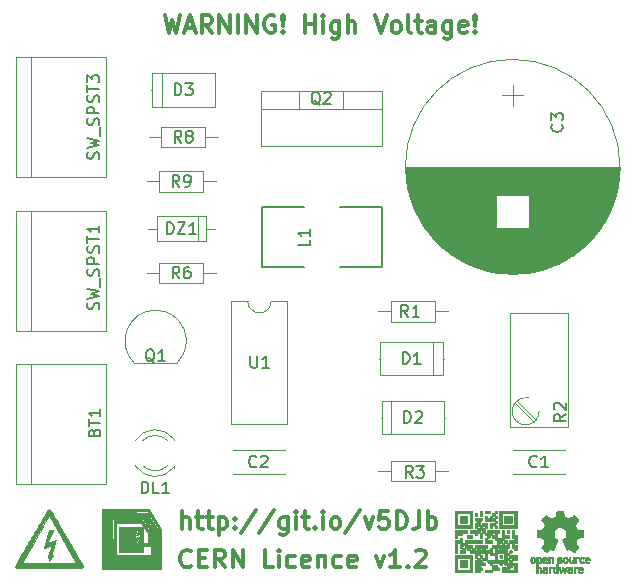
<source format=gto>
%TF.GenerationSoftware,KiCad,Pcbnew,no-vcs-found-e2d3fce~60~ubuntu14.04.1*%
%TF.CreationDate,2017-09-22T19:55:35-03:00*%
%TF.ProjectId,RFIDZapper,524649445A61707065722E6B69636164,rev?*%
%TF.SameCoordinates,Original*%
%TF.FileFunction,Legend,Top*%
%TF.FilePolarity,Positive*%
%FSLAX46Y46*%
G04 Gerber Fmt 4.6, Leading zero omitted, Abs format (unit mm)*
G04 Created by KiCad (PCBNEW no-vcs-found-e2d3fce~60~ubuntu14.04.1) date Fri Sep 22 19:55:35 2017*
%MOMM*%
%LPD*%
G01*
G04 APERTURE LIST*
%ADD10C,0.300000*%
%ADD11C,0.120000*%
%ADD12C,0.150000*%
%ADD13C,0.010000*%
G04 APERTURE END LIST*
D10*
X82429714Y-109984571D02*
X82786857Y-111484571D01*
X83072571Y-110413142D01*
X83358285Y-111484571D01*
X83715428Y-109984571D01*
X84215428Y-111056000D02*
X84929714Y-111056000D01*
X84072571Y-111484571D02*
X84572571Y-109984571D01*
X85072571Y-111484571D01*
X86429714Y-111484571D02*
X85929714Y-110770285D01*
X85572571Y-111484571D02*
X85572571Y-109984571D01*
X86144000Y-109984571D01*
X86286857Y-110056000D01*
X86358285Y-110127428D01*
X86429714Y-110270285D01*
X86429714Y-110484571D01*
X86358285Y-110627428D01*
X86286857Y-110698857D01*
X86144000Y-110770285D01*
X85572571Y-110770285D01*
X87072571Y-111484571D02*
X87072571Y-109984571D01*
X87929714Y-111484571D01*
X87929714Y-109984571D01*
X88644000Y-111484571D02*
X88644000Y-109984571D01*
X89358285Y-111484571D02*
X89358285Y-109984571D01*
X90215428Y-111484571D01*
X90215428Y-109984571D01*
X91715428Y-110056000D02*
X91572571Y-109984571D01*
X91358285Y-109984571D01*
X91144000Y-110056000D01*
X91001142Y-110198857D01*
X90929714Y-110341714D01*
X90858285Y-110627428D01*
X90858285Y-110841714D01*
X90929714Y-111127428D01*
X91001142Y-111270285D01*
X91144000Y-111413142D01*
X91358285Y-111484571D01*
X91501142Y-111484571D01*
X91715428Y-111413142D01*
X91786857Y-111341714D01*
X91786857Y-110841714D01*
X91501142Y-110841714D01*
X92429714Y-111341714D02*
X92501142Y-111413142D01*
X92429714Y-111484571D01*
X92358285Y-111413142D01*
X92429714Y-111341714D01*
X92429714Y-111484571D01*
X92429714Y-110913142D02*
X92358285Y-110056000D01*
X92429714Y-109984571D01*
X92501142Y-110056000D01*
X92429714Y-110913142D01*
X92429714Y-109984571D01*
X94286857Y-111484571D02*
X94286857Y-109984571D01*
X94286857Y-110698857D02*
X95144000Y-110698857D01*
X95144000Y-111484571D02*
X95144000Y-109984571D01*
X95858285Y-111484571D02*
X95858285Y-110484571D01*
X95858285Y-109984571D02*
X95786857Y-110056000D01*
X95858285Y-110127428D01*
X95929714Y-110056000D01*
X95858285Y-109984571D01*
X95858285Y-110127428D01*
X97215428Y-110484571D02*
X97215428Y-111698857D01*
X97144000Y-111841714D01*
X97072571Y-111913142D01*
X96929714Y-111984571D01*
X96715428Y-111984571D01*
X96572571Y-111913142D01*
X97215428Y-111413142D02*
X97072571Y-111484571D01*
X96786857Y-111484571D01*
X96644000Y-111413142D01*
X96572571Y-111341714D01*
X96501142Y-111198857D01*
X96501142Y-110770285D01*
X96572571Y-110627428D01*
X96644000Y-110556000D01*
X96786857Y-110484571D01*
X97072571Y-110484571D01*
X97215428Y-110556000D01*
X97929714Y-111484571D02*
X97929714Y-109984571D01*
X98572571Y-111484571D02*
X98572571Y-110698857D01*
X98501142Y-110556000D01*
X98358285Y-110484571D01*
X98144000Y-110484571D01*
X98001142Y-110556000D01*
X97929714Y-110627428D01*
X100215428Y-109984571D02*
X100715428Y-111484571D01*
X101215428Y-109984571D01*
X101929714Y-111484571D02*
X101786857Y-111413142D01*
X101715428Y-111341714D01*
X101644000Y-111198857D01*
X101644000Y-110770285D01*
X101715428Y-110627428D01*
X101786857Y-110556000D01*
X101929714Y-110484571D01*
X102144000Y-110484571D01*
X102286857Y-110556000D01*
X102358285Y-110627428D01*
X102429714Y-110770285D01*
X102429714Y-111198857D01*
X102358285Y-111341714D01*
X102286857Y-111413142D01*
X102144000Y-111484571D01*
X101929714Y-111484571D01*
X103286857Y-111484571D02*
X103144000Y-111413142D01*
X103072571Y-111270285D01*
X103072571Y-109984571D01*
X103644000Y-110484571D02*
X104215428Y-110484571D01*
X103858285Y-109984571D02*
X103858285Y-111270285D01*
X103929714Y-111413142D01*
X104072571Y-111484571D01*
X104215428Y-111484571D01*
X105358285Y-111484571D02*
X105358285Y-110698857D01*
X105286857Y-110556000D01*
X105144000Y-110484571D01*
X104858285Y-110484571D01*
X104715428Y-110556000D01*
X105358285Y-111413142D02*
X105215428Y-111484571D01*
X104858285Y-111484571D01*
X104715428Y-111413142D01*
X104644000Y-111270285D01*
X104644000Y-111127428D01*
X104715428Y-110984571D01*
X104858285Y-110913142D01*
X105215428Y-110913142D01*
X105358285Y-110841714D01*
X106715428Y-110484571D02*
X106715428Y-111698857D01*
X106644000Y-111841714D01*
X106572571Y-111913142D01*
X106429714Y-111984571D01*
X106215428Y-111984571D01*
X106072571Y-111913142D01*
X106715428Y-111413142D02*
X106572571Y-111484571D01*
X106286857Y-111484571D01*
X106144000Y-111413142D01*
X106072571Y-111341714D01*
X106001142Y-111198857D01*
X106001142Y-110770285D01*
X106072571Y-110627428D01*
X106144000Y-110556000D01*
X106286857Y-110484571D01*
X106572571Y-110484571D01*
X106715428Y-110556000D01*
X108001142Y-111413142D02*
X107858285Y-111484571D01*
X107572571Y-111484571D01*
X107429714Y-111413142D01*
X107358285Y-111270285D01*
X107358285Y-110698857D01*
X107429714Y-110556000D01*
X107572571Y-110484571D01*
X107858285Y-110484571D01*
X108001142Y-110556000D01*
X108072571Y-110698857D01*
X108072571Y-110841714D01*
X107358285Y-110984571D01*
X108715428Y-111341714D02*
X108786857Y-111413142D01*
X108715428Y-111484571D01*
X108644000Y-111413142D01*
X108715428Y-111341714D01*
X108715428Y-111484571D01*
X108715428Y-110913142D02*
X108644000Y-110056000D01*
X108715428Y-109984571D01*
X108786857Y-110056000D01*
X108715428Y-110913142D01*
X108715428Y-109984571D01*
X84679714Y-156591714D02*
X84608285Y-156663142D01*
X84394000Y-156734571D01*
X84251142Y-156734571D01*
X84036857Y-156663142D01*
X83894000Y-156520285D01*
X83822571Y-156377428D01*
X83751142Y-156091714D01*
X83751142Y-155877428D01*
X83822571Y-155591714D01*
X83894000Y-155448857D01*
X84036857Y-155306000D01*
X84251142Y-155234571D01*
X84394000Y-155234571D01*
X84608285Y-155306000D01*
X84679714Y-155377428D01*
X85322571Y-155948857D02*
X85822571Y-155948857D01*
X86036857Y-156734571D02*
X85322571Y-156734571D01*
X85322571Y-155234571D01*
X86036857Y-155234571D01*
X87536857Y-156734571D02*
X87036857Y-156020285D01*
X86679714Y-156734571D02*
X86679714Y-155234571D01*
X87251142Y-155234571D01*
X87394000Y-155306000D01*
X87465428Y-155377428D01*
X87536857Y-155520285D01*
X87536857Y-155734571D01*
X87465428Y-155877428D01*
X87394000Y-155948857D01*
X87251142Y-156020285D01*
X86679714Y-156020285D01*
X88179714Y-156734571D02*
X88179714Y-155234571D01*
X89036857Y-156734571D01*
X89036857Y-155234571D01*
X91608285Y-156734571D02*
X90894000Y-156734571D01*
X90894000Y-155234571D01*
X92108285Y-156734571D02*
X92108285Y-155734571D01*
X92108285Y-155234571D02*
X92036857Y-155306000D01*
X92108285Y-155377428D01*
X92179714Y-155306000D01*
X92108285Y-155234571D01*
X92108285Y-155377428D01*
X93465428Y-156663142D02*
X93322571Y-156734571D01*
X93036857Y-156734571D01*
X92894000Y-156663142D01*
X92822571Y-156591714D01*
X92751142Y-156448857D01*
X92751142Y-156020285D01*
X92822571Y-155877428D01*
X92894000Y-155806000D01*
X93036857Y-155734571D01*
X93322571Y-155734571D01*
X93465428Y-155806000D01*
X94679714Y-156663142D02*
X94536857Y-156734571D01*
X94251142Y-156734571D01*
X94108285Y-156663142D01*
X94036857Y-156520285D01*
X94036857Y-155948857D01*
X94108285Y-155806000D01*
X94251142Y-155734571D01*
X94536857Y-155734571D01*
X94679714Y-155806000D01*
X94751142Y-155948857D01*
X94751142Y-156091714D01*
X94036857Y-156234571D01*
X95394000Y-155734571D02*
X95394000Y-156734571D01*
X95394000Y-155877428D02*
X95465428Y-155806000D01*
X95608285Y-155734571D01*
X95822571Y-155734571D01*
X95965428Y-155806000D01*
X96036857Y-155948857D01*
X96036857Y-156734571D01*
X97394000Y-156663142D02*
X97251142Y-156734571D01*
X96965428Y-156734571D01*
X96822571Y-156663142D01*
X96751142Y-156591714D01*
X96679714Y-156448857D01*
X96679714Y-156020285D01*
X96751142Y-155877428D01*
X96822571Y-155806000D01*
X96965428Y-155734571D01*
X97251142Y-155734571D01*
X97394000Y-155806000D01*
X98608285Y-156663142D02*
X98465428Y-156734571D01*
X98179714Y-156734571D01*
X98036857Y-156663142D01*
X97965428Y-156520285D01*
X97965428Y-155948857D01*
X98036857Y-155806000D01*
X98179714Y-155734571D01*
X98465428Y-155734571D01*
X98608285Y-155806000D01*
X98679714Y-155948857D01*
X98679714Y-156091714D01*
X97965428Y-156234571D01*
X100322571Y-155734571D02*
X100679714Y-156734571D01*
X101036857Y-155734571D01*
X102394000Y-156734571D02*
X101536857Y-156734571D01*
X101965428Y-156734571D02*
X101965428Y-155234571D01*
X101822571Y-155448857D01*
X101679714Y-155591714D01*
X101536857Y-155663142D01*
X103036857Y-156591714D02*
X103108285Y-156663142D01*
X103036857Y-156734571D01*
X102965428Y-156663142D01*
X103036857Y-156591714D01*
X103036857Y-156734571D01*
X103679714Y-155377428D02*
X103751142Y-155306000D01*
X103894000Y-155234571D01*
X104251142Y-155234571D01*
X104394000Y-155306000D01*
X104465428Y-155377428D01*
X104536857Y-155520285D01*
X104536857Y-155663142D01*
X104465428Y-155877428D01*
X103608285Y-156734571D01*
X104536857Y-156734571D01*
X83929714Y-153484571D02*
X83929714Y-151984571D01*
X84572571Y-153484571D02*
X84572571Y-152698857D01*
X84501142Y-152556000D01*
X84358285Y-152484571D01*
X84144000Y-152484571D01*
X84001142Y-152556000D01*
X83929714Y-152627428D01*
X85072571Y-152484571D02*
X85644000Y-152484571D01*
X85286857Y-151984571D02*
X85286857Y-153270285D01*
X85358285Y-153413142D01*
X85501142Y-153484571D01*
X85644000Y-153484571D01*
X85929714Y-152484571D02*
X86501142Y-152484571D01*
X86144000Y-151984571D02*
X86144000Y-153270285D01*
X86215428Y-153413142D01*
X86358285Y-153484571D01*
X86501142Y-153484571D01*
X87001142Y-152484571D02*
X87001142Y-153984571D01*
X87001142Y-152556000D02*
X87144000Y-152484571D01*
X87429714Y-152484571D01*
X87572571Y-152556000D01*
X87644000Y-152627428D01*
X87715428Y-152770285D01*
X87715428Y-153198857D01*
X87644000Y-153341714D01*
X87572571Y-153413142D01*
X87429714Y-153484571D01*
X87144000Y-153484571D01*
X87001142Y-153413142D01*
X88358285Y-153341714D02*
X88429714Y-153413142D01*
X88358285Y-153484571D01*
X88286857Y-153413142D01*
X88358285Y-153341714D01*
X88358285Y-153484571D01*
X88358285Y-152556000D02*
X88429714Y-152627428D01*
X88358285Y-152698857D01*
X88286857Y-152627428D01*
X88358285Y-152556000D01*
X88358285Y-152698857D01*
X90144000Y-151913142D02*
X88858285Y-153841714D01*
X91715428Y-151913142D02*
X90429714Y-153841714D01*
X92858285Y-152484571D02*
X92858285Y-153698857D01*
X92786857Y-153841714D01*
X92715428Y-153913142D01*
X92572571Y-153984571D01*
X92358285Y-153984571D01*
X92215428Y-153913142D01*
X92858285Y-153413142D02*
X92715428Y-153484571D01*
X92429714Y-153484571D01*
X92286857Y-153413142D01*
X92215428Y-153341714D01*
X92144000Y-153198857D01*
X92144000Y-152770285D01*
X92215428Y-152627428D01*
X92286857Y-152556000D01*
X92429714Y-152484571D01*
X92715428Y-152484571D01*
X92858285Y-152556000D01*
X93572571Y-153484571D02*
X93572571Y-152484571D01*
X93572571Y-151984571D02*
X93501142Y-152056000D01*
X93572571Y-152127428D01*
X93644000Y-152056000D01*
X93572571Y-151984571D01*
X93572571Y-152127428D01*
X94072571Y-152484571D02*
X94644000Y-152484571D01*
X94286857Y-151984571D02*
X94286857Y-153270285D01*
X94358285Y-153413142D01*
X94501142Y-153484571D01*
X94644000Y-153484571D01*
X95144000Y-153341714D02*
X95215428Y-153413142D01*
X95144000Y-153484571D01*
X95072571Y-153413142D01*
X95144000Y-153341714D01*
X95144000Y-153484571D01*
X95858285Y-153484571D02*
X95858285Y-152484571D01*
X95858285Y-151984571D02*
X95786857Y-152056000D01*
X95858285Y-152127428D01*
X95929714Y-152056000D01*
X95858285Y-151984571D01*
X95858285Y-152127428D01*
X96786857Y-153484571D02*
X96644000Y-153413142D01*
X96572571Y-153341714D01*
X96501142Y-153198857D01*
X96501142Y-152770285D01*
X96572571Y-152627428D01*
X96644000Y-152556000D01*
X96786857Y-152484571D01*
X97001142Y-152484571D01*
X97144000Y-152556000D01*
X97215428Y-152627428D01*
X97286857Y-152770285D01*
X97286857Y-153198857D01*
X97215428Y-153341714D01*
X97144000Y-153413142D01*
X97001142Y-153484571D01*
X96786857Y-153484571D01*
X99001142Y-151913142D02*
X97715428Y-153841714D01*
X99358285Y-152484571D02*
X99715428Y-153484571D01*
X100072571Y-152484571D01*
X101358285Y-151984571D02*
X100644000Y-151984571D01*
X100572571Y-152698857D01*
X100644000Y-152627428D01*
X100786857Y-152556000D01*
X101144000Y-152556000D01*
X101286857Y-152627428D01*
X101358285Y-152698857D01*
X101429714Y-152841714D01*
X101429714Y-153198857D01*
X101358285Y-153341714D01*
X101286857Y-153413142D01*
X101144000Y-153484571D01*
X100786857Y-153484571D01*
X100644000Y-153413142D01*
X100572571Y-153341714D01*
X102072571Y-153484571D02*
X102072571Y-151984571D01*
X102429714Y-151984571D01*
X102644000Y-152056000D01*
X102786857Y-152198857D01*
X102858285Y-152341714D01*
X102929714Y-152627428D01*
X102929714Y-152841714D01*
X102858285Y-153127428D01*
X102786857Y-153270285D01*
X102644000Y-153413142D01*
X102429714Y-153484571D01*
X102072571Y-153484571D01*
X104001142Y-151984571D02*
X104001142Y-153056000D01*
X103929714Y-153270285D01*
X103786857Y-153413142D01*
X103572571Y-153484571D01*
X103429714Y-153484571D01*
X104715428Y-153484571D02*
X104715428Y-151984571D01*
X104715428Y-152556000D02*
X104858285Y-152484571D01*
X105144000Y-152484571D01*
X105286857Y-152556000D01*
X105358285Y-152627428D01*
X105429714Y-152770285D01*
X105429714Y-153198857D01*
X105358285Y-153341714D01*
X105286857Y-153413142D01*
X105144000Y-153484571D01*
X104858285Y-153484571D01*
X104715428Y-153413142D01*
D11*
%TO.C,D3*%
X81344000Y-114896000D02*
X81344000Y-117716000D01*
X81344000Y-117716000D02*
X86664000Y-117716000D01*
X86664000Y-117716000D02*
X86664000Y-114896000D01*
X86664000Y-114896000D02*
X81344000Y-114896000D01*
X81274000Y-116306000D02*
X81344000Y-116306000D01*
X86734000Y-116306000D02*
X86664000Y-116306000D01*
X82184000Y-114896000D02*
X82184000Y-117716000D01*
%TO.C,Q1*%
X83502478Y-139394478D02*
G75*
G03X81664000Y-134956000I-1838478J1838478D01*
G01*
X79825522Y-139394478D02*
G75*
G02X81664000Y-134956000I1838478J1838478D01*
G01*
X79864000Y-139406000D02*
X83464000Y-139406000D01*
%TO.C,R8*%
X86934000Y-120306000D02*
X85864000Y-120306000D01*
X81074000Y-120306000D02*
X82144000Y-120306000D01*
X85864000Y-119446000D02*
X82144000Y-119446000D01*
X85864000Y-121166000D02*
X85864000Y-119446000D01*
X82144000Y-121166000D02*
X85864000Y-121166000D01*
X82144000Y-119446000D02*
X82144000Y-121166000D01*
%TO.C,R3*%
X106384000Y-148556000D02*
X105314000Y-148556000D01*
X100524000Y-148556000D02*
X101594000Y-148556000D01*
X105314000Y-147696000D02*
X101594000Y-147696000D01*
X105314000Y-149416000D02*
X105314000Y-147696000D01*
X101594000Y-149416000D02*
X105314000Y-149416000D01*
X101594000Y-147696000D02*
X101594000Y-149416000D01*
%TO.C,Q2*%
X97535000Y-116436000D02*
X97535000Y-117946000D01*
X93834000Y-116436000D02*
X93834000Y-117946000D01*
X90564000Y-117946000D02*
X100804000Y-117946000D01*
X100804000Y-116436000D02*
X100804000Y-121077000D01*
X90564000Y-116436000D02*
X90564000Y-121077000D01*
X90564000Y-121077000D02*
X100804000Y-121077000D01*
X90564000Y-116436000D02*
X100804000Y-116436000D01*
%TO.C,BT1*%
X69834000Y-139516000D02*
X69834000Y-149676000D01*
X77454000Y-139516000D02*
X69834000Y-139516000D01*
X77454000Y-149676000D02*
X77454000Y-139516000D01*
X69834000Y-149676000D02*
X77454000Y-149676000D01*
X71104000Y-149676000D02*
X71104000Y-139516000D01*
%TO.C,C1*%
X111934000Y-146810000D02*
X111934000Y-146796000D01*
X111934000Y-148816000D02*
X111934000Y-148802000D01*
X116354000Y-146810000D02*
X116354000Y-146796000D01*
X116354000Y-148816000D02*
X116354000Y-148802000D01*
X116354000Y-146796000D02*
X111934000Y-146796000D01*
X116354000Y-148816000D02*
X111934000Y-148816000D01*
%TO.C,C2*%
X92604000Y-148816000D02*
X88184000Y-148816000D01*
X92604000Y-146796000D02*
X88184000Y-146796000D01*
X92604000Y-148816000D02*
X92604000Y-148802000D01*
X92604000Y-146810000D02*
X92604000Y-146796000D01*
X88184000Y-148816000D02*
X88184000Y-148802000D01*
X88184000Y-146810000D02*
X88184000Y-146796000D01*
%TO.C,C3*%
X112794000Y-116756000D02*
X110994000Y-116756000D01*
X111894000Y-115856000D02*
X111894000Y-117656000D01*
X112281000Y-131886000D02*
X111507000Y-131886000D01*
X112807000Y-131846000D02*
X110981000Y-131846000D01*
X113130000Y-131806000D02*
X110658000Y-131806000D01*
X113386000Y-131766000D02*
X110402000Y-131766000D01*
X113604000Y-131726000D02*
X110184000Y-131726000D01*
X113797000Y-131686000D02*
X109991000Y-131686000D01*
X113972000Y-131646000D02*
X109816000Y-131646000D01*
X114132000Y-131606000D02*
X109656000Y-131606000D01*
X114282000Y-131566000D02*
X109506000Y-131566000D01*
X114422000Y-131526000D02*
X109366000Y-131526000D01*
X114554000Y-131486000D02*
X109234000Y-131486000D01*
X114679000Y-131446000D02*
X109109000Y-131446000D01*
X114799000Y-131406000D02*
X108989000Y-131406000D01*
X114913000Y-131366000D02*
X108875000Y-131366000D01*
X115023000Y-131326000D02*
X108765000Y-131326000D01*
X115128000Y-131286000D02*
X108660000Y-131286000D01*
X115230000Y-131246000D02*
X108558000Y-131246000D01*
X115328000Y-131206000D02*
X108460000Y-131206000D01*
X115424000Y-131166000D02*
X108364000Y-131166000D01*
X115516000Y-131126000D02*
X108272000Y-131126000D01*
X115605000Y-131086000D02*
X108183000Y-131086000D01*
X115693000Y-131046000D02*
X108095000Y-131046000D01*
X115777000Y-131006000D02*
X108011000Y-131006000D01*
X115860000Y-130967000D02*
X107928000Y-130967000D01*
X115940000Y-130927000D02*
X107848000Y-130927000D01*
X116019000Y-130887000D02*
X107769000Y-130887000D01*
X116096000Y-130847000D02*
X107692000Y-130847000D01*
X116171000Y-130807000D02*
X107617000Y-130807000D01*
X116244000Y-130767000D02*
X107544000Y-130767000D01*
X116316000Y-130727000D02*
X107472000Y-130727000D01*
X116386000Y-130687000D02*
X107402000Y-130687000D01*
X116455000Y-130647000D02*
X107333000Y-130647000D01*
X116522000Y-130607000D02*
X107266000Y-130607000D01*
X116588000Y-130567000D02*
X107200000Y-130567000D01*
X116653000Y-130527000D02*
X107135000Y-130527000D01*
X116717000Y-130487000D02*
X107071000Y-130487000D01*
X116780000Y-130447000D02*
X107008000Y-130447000D01*
X116841000Y-130407000D02*
X106947000Y-130407000D01*
X116902000Y-130367000D02*
X106886000Y-130367000D01*
X116961000Y-130327000D02*
X106827000Y-130327000D01*
X117020000Y-130287000D02*
X106768000Y-130287000D01*
X117077000Y-130247000D02*
X106711000Y-130247000D01*
X117134000Y-130207000D02*
X106654000Y-130207000D01*
X117189000Y-130167000D02*
X106599000Y-130167000D01*
X117244000Y-130127000D02*
X106544000Y-130127000D01*
X117298000Y-130087000D02*
X106490000Y-130087000D01*
X117351000Y-130047000D02*
X106437000Y-130047000D01*
X117403000Y-130007000D02*
X106385000Y-130007000D01*
X117455000Y-129967000D02*
X106333000Y-129967000D01*
X117505000Y-129927000D02*
X106283000Y-129927000D01*
X117556000Y-129887000D02*
X106232000Y-129887000D01*
X117605000Y-129847000D02*
X106183000Y-129847000D01*
X117653000Y-129807000D02*
X106135000Y-129807000D01*
X117701000Y-129767000D02*
X106087000Y-129767000D01*
X117749000Y-129727000D02*
X106039000Y-129727000D01*
X117795000Y-129687000D02*
X105993000Y-129687000D01*
X117841000Y-129647000D02*
X105947000Y-129647000D01*
X117887000Y-129607000D02*
X105901000Y-129607000D01*
X117932000Y-129567000D02*
X105856000Y-129567000D01*
X117976000Y-129527000D02*
X105812000Y-129527000D01*
X118019000Y-129487000D02*
X105769000Y-129487000D01*
X118062000Y-129447000D02*
X105726000Y-129447000D01*
X118105000Y-129407000D02*
X105683000Y-129407000D01*
X118147000Y-129367000D02*
X105641000Y-129367000D01*
X118188000Y-129327000D02*
X105600000Y-129327000D01*
X118229000Y-129287000D02*
X105559000Y-129287000D01*
X118270000Y-129247000D02*
X105518000Y-129247000D01*
X118310000Y-129207000D02*
X105478000Y-129207000D01*
X118349000Y-129167000D02*
X105439000Y-129167000D01*
X118388000Y-129127000D02*
X105400000Y-129127000D01*
X118426000Y-129087000D02*
X105362000Y-129087000D01*
X118464000Y-129047000D02*
X105324000Y-129047000D01*
X118502000Y-129007000D02*
X105286000Y-129007000D01*
X118539000Y-128967000D02*
X105249000Y-128967000D01*
X118576000Y-128927000D02*
X105212000Y-128927000D01*
X118612000Y-128887000D02*
X105176000Y-128887000D01*
X118648000Y-128847000D02*
X105140000Y-128847000D01*
X118683000Y-128807000D02*
X105105000Y-128807000D01*
X118718000Y-128767000D02*
X105070000Y-128767000D01*
X118752000Y-128727000D02*
X105036000Y-128727000D01*
X118787000Y-128687000D02*
X105001000Y-128687000D01*
X118820000Y-128647000D02*
X104968000Y-128647000D01*
X118854000Y-128607000D02*
X104934000Y-128607000D01*
X118887000Y-128567000D02*
X104901000Y-128567000D01*
X118919000Y-128527000D02*
X104869000Y-128527000D01*
X118951000Y-128487000D02*
X104837000Y-128487000D01*
X118983000Y-128447000D02*
X104805000Y-128447000D01*
X119015000Y-128407000D02*
X104773000Y-128407000D01*
X119046000Y-128367000D02*
X104742000Y-128367000D01*
X119077000Y-128327000D02*
X104711000Y-128327000D01*
X119107000Y-128287000D02*
X104681000Y-128287000D01*
X119137000Y-128247000D02*
X104651000Y-128247000D01*
X119167000Y-128207000D02*
X104621000Y-128207000D01*
X119196000Y-128167000D02*
X104592000Y-128167000D01*
X119225000Y-128127000D02*
X104563000Y-128127000D01*
X119254000Y-128087000D02*
X104534000Y-128087000D01*
X119282000Y-128047000D02*
X104506000Y-128047000D01*
X119310000Y-128007000D02*
X104478000Y-128007000D01*
X119338000Y-127967000D02*
X104450000Y-127967000D01*
X110514000Y-127927000D02*
X104423000Y-127927000D01*
X119365000Y-127927000D02*
X113274000Y-127927000D01*
X110514000Y-127887000D02*
X104395000Y-127887000D01*
X119393000Y-127887000D02*
X113274000Y-127887000D01*
X110514000Y-127847000D02*
X104369000Y-127847000D01*
X119419000Y-127847000D02*
X113274000Y-127847000D01*
X110514000Y-127807000D02*
X104342000Y-127807000D01*
X119446000Y-127807000D02*
X113274000Y-127807000D01*
X110514000Y-127767000D02*
X104316000Y-127767000D01*
X119472000Y-127767000D02*
X113274000Y-127767000D01*
X110514000Y-127727000D02*
X104290000Y-127727000D01*
X119498000Y-127727000D02*
X113274000Y-127727000D01*
X110514000Y-127687000D02*
X104264000Y-127687000D01*
X119524000Y-127687000D02*
X113274000Y-127687000D01*
X110514000Y-127647000D02*
X104239000Y-127647000D01*
X119549000Y-127647000D02*
X113274000Y-127647000D01*
X110514000Y-127607000D02*
X104214000Y-127607000D01*
X119574000Y-127607000D02*
X113274000Y-127607000D01*
X110514000Y-127567000D02*
X104189000Y-127567000D01*
X119599000Y-127567000D02*
X113274000Y-127567000D01*
X110514000Y-127527000D02*
X104165000Y-127527000D01*
X119623000Y-127527000D02*
X113274000Y-127527000D01*
X110514000Y-127487000D02*
X104141000Y-127487000D01*
X119647000Y-127487000D02*
X113274000Y-127487000D01*
X110514000Y-127447000D02*
X104117000Y-127447000D01*
X119671000Y-127447000D02*
X113274000Y-127447000D01*
X110514000Y-127407000D02*
X104093000Y-127407000D01*
X119695000Y-127407000D02*
X113274000Y-127407000D01*
X110514000Y-127367000D02*
X104070000Y-127367000D01*
X119718000Y-127367000D02*
X113274000Y-127367000D01*
X110514000Y-127327000D02*
X104047000Y-127327000D01*
X119741000Y-127327000D02*
X113274000Y-127327000D01*
X110514000Y-127287000D02*
X104024000Y-127287000D01*
X119764000Y-127287000D02*
X113274000Y-127287000D01*
X110514000Y-127247000D02*
X104002000Y-127247000D01*
X119786000Y-127247000D02*
X113274000Y-127247000D01*
X110514000Y-127207000D02*
X103979000Y-127207000D01*
X119809000Y-127207000D02*
X113274000Y-127207000D01*
X110514000Y-127167000D02*
X103957000Y-127167000D01*
X119831000Y-127167000D02*
X113274000Y-127167000D01*
X110514000Y-127127000D02*
X103936000Y-127127000D01*
X119852000Y-127127000D02*
X113274000Y-127127000D01*
X110514000Y-127087000D02*
X103914000Y-127087000D01*
X119874000Y-127087000D02*
X113274000Y-127087000D01*
X110514000Y-127047000D02*
X103893000Y-127047000D01*
X119895000Y-127047000D02*
X113274000Y-127047000D01*
X110514000Y-127007000D02*
X103872000Y-127007000D01*
X119916000Y-127007000D02*
X113274000Y-127007000D01*
X110514000Y-126967000D02*
X103851000Y-126967000D01*
X119937000Y-126967000D02*
X113274000Y-126967000D01*
X110514000Y-126927000D02*
X103831000Y-126927000D01*
X119957000Y-126927000D02*
X113274000Y-126927000D01*
X110514000Y-126887000D02*
X103811000Y-126887000D01*
X119977000Y-126887000D02*
X113274000Y-126887000D01*
X110514000Y-126847000D02*
X103791000Y-126847000D01*
X119997000Y-126847000D02*
X113274000Y-126847000D01*
X110514000Y-126807000D02*
X103771000Y-126807000D01*
X120017000Y-126807000D02*
X113274000Y-126807000D01*
X110514000Y-126767000D02*
X103751000Y-126767000D01*
X120037000Y-126767000D02*
X113274000Y-126767000D01*
X110514000Y-126727000D02*
X103732000Y-126727000D01*
X120056000Y-126727000D02*
X113274000Y-126727000D01*
X110514000Y-126687000D02*
X103713000Y-126687000D01*
X120075000Y-126687000D02*
X113274000Y-126687000D01*
X110514000Y-126647000D02*
X103694000Y-126647000D01*
X120094000Y-126647000D02*
X113274000Y-126647000D01*
X110514000Y-126607000D02*
X103676000Y-126607000D01*
X120112000Y-126607000D02*
X113274000Y-126607000D01*
X110514000Y-126567000D02*
X103658000Y-126567000D01*
X120130000Y-126567000D02*
X113274000Y-126567000D01*
X110514000Y-126527000D02*
X103640000Y-126527000D01*
X120148000Y-126527000D02*
X113274000Y-126527000D01*
X110514000Y-126487000D02*
X103622000Y-126487000D01*
X120166000Y-126487000D02*
X113274000Y-126487000D01*
X110514000Y-126447000D02*
X103604000Y-126447000D01*
X120184000Y-126447000D02*
X113274000Y-126447000D01*
X110514000Y-126407000D02*
X103587000Y-126407000D01*
X120201000Y-126407000D02*
X113274000Y-126407000D01*
X110514000Y-126367000D02*
X103570000Y-126367000D01*
X120218000Y-126367000D02*
X113274000Y-126367000D01*
X110514000Y-126327000D02*
X103553000Y-126327000D01*
X120235000Y-126327000D02*
X113274000Y-126327000D01*
X110514000Y-126287000D02*
X103536000Y-126287000D01*
X120252000Y-126287000D02*
X113274000Y-126287000D01*
X110514000Y-126247000D02*
X103520000Y-126247000D01*
X120268000Y-126247000D02*
X113274000Y-126247000D01*
X110514000Y-126207000D02*
X103503000Y-126207000D01*
X120285000Y-126207000D02*
X113274000Y-126207000D01*
X110514000Y-126167000D02*
X103487000Y-126167000D01*
X120301000Y-126167000D02*
X113274000Y-126167000D01*
X110514000Y-126127000D02*
X103471000Y-126127000D01*
X120317000Y-126127000D02*
X113274000Y-126127000D01*
X110514000Y-126087000D02*
X103456000Y-126087000D01*
X120332000Y-126087000D02*
X113274000Y-126087000D01*
X110514000Y-126047000D02*
X103441000Y-126047000D01*
X120347000Y-126047000D02*
X113274000Y-126047000D01*
X110514000Y-126007000D02*
X103425000Y-126007000D01*
X120363000Y-126007000D02*
X113274000Y-126007000D01*
X110514000Y-125967000D02*
X103410000Y-125967000D01*
X120378000Y-125967000D02*
X113274000Y-125967000D01*
X110514000Y-125927000D02*
X103396000Y-125927000D01*
X120392000Y-125927000D02*
X113274000Y-125927000D01*
X110514000Y-125887000D02*
X103381000Y-125887000D01*
X120407000Y-125887000D02*
X113274000Y-125887000D01*
X110514000Y-125847000D02*
X103367000Y-125847000D01*
X120421000Y-125847000D02*
X113274000Y-125847000D01*
X110514000Y-125807000D02*
X103353000Y-125807000D01*
X120435000Y-125807000D02*
X113274000Y-125807000D01*
X110514000Y-125767000D02*
X103339000Y-125767000D01*
X120449000Y-125767000D02*
X113274000Y-125767000D01*
X110514000Y-125727000D02*
X103325000Y-125727000D01*
X120463000Y-125727000D02*
X113274000Y-125727000D01*
X110514000Y-125687000D02*
X103312000Y-125687000D01*
X120476000Y-125687000D02*
X113274000Y-125687000D01*
X110514000Y-125647000D02*
X103299000Y-125647000D01*
X120489000Y-125647000D02*
X113274000Y-125647000D01*
X110514000Y-125607000D02*
X103285000Y-125607000D01*
X120503000Y-125607000D02*
X113274000Y-125607000D01*
X110514000Y-125567000D02*
X103273000Y-125567000D01*
X120515000Y-125567000D02*
X113274000Y-125567000D01*
X110514000Y-125527000D02*
X103260000Y-125527000D01*
X120528000Y-125527000D02*
X113274000Y-125527000D01*
X110514000Y-125487000D02*
X103248000Y-125487000D01*
X120540000Y-125487000D02*
X113274000Y-125487000D01*
X110514000Y-125447000D02*
X103235000Y-125447000D01*
X120553000Y-125447000D02*
X113274000Y-125447000D01*
X110514000Y-125407000D02*
X103223000Y-125407000D01*
X120565000Y-125407000D02*
X113274000Y-125407000D01*
X110514000Y-125367000D02*
X103211000Y-125367000D01*
X120577000Y-125367000D02*
X113274000Y-125367000D01*
X110514000Y-125327000D02*
X103200000Y-125327000D01*
X120588000Y-125327000D02*
X113274000Y-125327000D01*
X110514000Y-125287000D02*
X103188000Y-125287000D01*
X120600000Y-125287000D02*
X113274000Y-125287000D01*
X110514000Y-125247000D02*
X103177000Y-125247000D01*
X120611000Y-125247000D02*
X113274000Y-125247000D01*
X110514000Y-125207000D02*
X103166000Y-125207000D01*
X120622000Y-125207000D02*
X113274000Y-125207000D01*
X120633000Y-125167000D02*
X103155000Y-125167000D01*
X120643000Y-125127000D02*
X103145000Y-125127000D01*
X120654000Y-125087000D02*
X103134000Y-125087000D01*
X120664000Y-125047000D02*
X103124000Y-125047000D01*
X120674000Y-125007000D02*
X103114000Y-125007000D01*
X120684000Y-124967000D02*
X103104000Y-124967000D01*
X120694000Y-124927000D02*
X103094000Y-124927000D01*
X120703000Y-124887000D02*
X103085000Y-124887000D01*
X120713000Y-124847000D02*
X103075000Y-124847000D01*
X120722000Y-124807000D02*
X103066000Y-124807000D01*
X120731000Y-124767000D02*
X103057000Y-124767000D01*
X120739000Y-124727000D02*
X103049000Y-124727000D01*
X120748000Y-124687000D02*
X103040000Y-124687000D01*
X120756000Y-124647000D02*
X103032000Y-124647000D01*
X120764000Y-124607000D02*
X103024000Y-124607000D01*
X120772000Y-124567000D02*
X103016000Y-124567000D01*
X120780000Y-124527000D02*
X103008000Y-124527000D01*
X120788000Y-124487000D02*
X103000000Y-124487000D01*
X120795000Y-124447000D02*
X102993000Y-124447000D01*
X120803000Y-124407000D02*
X102985000Y-124407000D01*
X120810000Y-124367000D02*
X102978000Y-124367000D01*
X120817000Y-124327000D02*
X102971000Y-124327000D01*
X120823000Y-124287000D02*
X102965000Y-124287000D01*
X120830000Y-124247000D02*
X102958000Y-124247000D01*
X120836000Y-124207000D02*
X102952000Y-124207000D01*
X120842000Y-124167000D02*
X102946000Y-124167000D01*
X120848000Y-124127000D02*
X102940000Y-124127000D01*
X120854000Y-124087000D02*
X102934000Y-124087000D01*
X120860000Y-124047000D02*
X102928000Y-124047000D01*
X120865000Y-124007000D02*
X102923000Y-124007000D01*
X120870000Y-123967000D02*
X102918000Y-123967000D01*
X120875000Y-123927000D02*
X102913000Y-123927000D01*
X120880000Y-123887000D02*
X102908000Y-123887000D01*
X120885000Y-123847000D02*
X102903000Y-123847000D01*
X120889000Y-123807000D02*
X102899000Y-123807000D01*
X120894000Y-123767000D02*
X102894000Y-123767000D01*
X120898000Y-123727000D02*
X102890000Y-123727000D01*
X120902000Y-123687000D02*
X102886000Y-123687000D01*
X120906000Y-123647000D02*
X102882000Y-123647000D01*
X120909000Y-123607000D02*
X102879000Y-123607000D01*
X120913000Y-123567000D02*
X102875000Y-123567000D01*
X120916000Y-123527000D02*
X102872000Y-123527000D01*
X120919000Y-123486000D02*
X102869000Y-123486000D01*
X120922000Y-123446000D02*
X102866000Y-123446000D01*
X120925000Y-123406000D02*
X102863000Y-123406000D01*
X120927000Y-123366000D02*
X102861000Y-123366000D01*
X120930000Y-123326000D02*
X102858000Y-123326000D01*
X120932000Y-123286000D02*
X102856000Y-123286000D01*
X120934000Y-123246000D02*
X102854000Y-123246000D01*
X120936000Y-123206000D02*
X102852000Y-123206000D01*
X120937000Y-123166000D02*
X102851000Y-123166000D01*
X120939000Y-123126000D02*
X102849000Y-123126000D01*
X120940000Y-123086000D02*
X102848000Y-123086000D01*
X120941000Y-123046000D02*
X102847000Y-123046000D01*
X120942000Y-123006000D02*
X102846000Y-123006000D01*
X120943000Y-122966000D02*
X102845000Y-122966000D01*
X120944000Y-122926000D02*
X102844000Y-122926000D01*
X120944000Y-122886000D02*
X102844000Y-122886000D01*
X120944000Y-122846000D02*
X102844000Y-122846000D01*
X120944000Y-122806000D02*
X102844000Y-122806000D01*
X120984000Y-122806000D02*
G75*
G03X120984000Y-122806000I-9090000J0D01*
G01*
%TO.C,DL1*%
X83184000Y-145976000D02*
X83184000Y-145820000D01*
X83184000Y-148292000D02*
X83184000Y-148136000D01*
X80582870Y-145976163D02*
G75*
G02X82664961Y-145976000I1041130J-1079837D01*
G01*
X80582870Y-148135837D02*
G75*
G03X82664961Y-148136000I1041130J1079837D01*
G01*
X79951665Y-145977392D02*
G75*
G02X83184000Y-145820484I1672335J-1078608D01*
G01*
X79951665Y-148134608D02*
G75*
G03X83184000Y-148291516I1672335J1078608D01*
G01*
D12*
%TO.C,L1*%
X90644000Y-126226000D02*
X90644000Y-131306000D01*
X100804000Y-131306000D02*
X100804000Y-126226000D01*
X100804000Y-126226000D02*
X98264000Y-126226000D01*
X100804000Y-131306000D02*
X98264000Y-131306000D01*
X98264000Y-126226000D02*
X97248000Y-126226000D01*
X98264000Y-131306000D02*
X97248000Y-131306000D01*
X90644000Y-126226000D02*
X94200000Y-126226000D01*
X90644000Y-131306000D02*
X94200000Y-131306000D01*
D11*
%TO.C,R1*%
X106384000Y-135056000D02*
X105314000Y-135056000D01*
X100524000Y-135056000D02*
X101594000Y-135056000D01*
X105314000Y-134196000D02*
X101594000Y-134196000D01*
X105314000Y-135916000D02*
X105314000Y-134196000D01*
X101594000Y-135916000D02*
X105314000Y-135916000D01*
X101594000Y-134196000D02*
X101594000Y-135916000D01*
%TO.C,R2*%
X113869000Y-144247000D02*
X112259000Y-142635000D01*
X113728000Y-144387000D02*
X112118000Y-142776000D01*
X116614000Y-144841000D02*
X111663000Y-144841000D01*
X116614000Y-135191000D02*
X111663000Y-135191000D01*
X111663000Y-135191000D02*
X111663000Y-144841000D01*
X116614000Y-135191000D02*
X116614000Y-144841000D01*
X111839948Y-143531121D02*
G75*
G02X113234000Y-142382000I1154052J20121D01*
G01*
X114148296Y-143470691D02*
G75*
G02X111839000Y-143511000I-1154296J-40309D01*
G01*
%TO.C,R6*%
X85694000Y-132666000D02*
X85694000Y-130946000D01*
X85694000Y-130946000D02*
X81974000Y-130946000D01*
X81974000Y-130946000D02*
X81974000Y-132666000D01*
X81974000Y-132666000D02*
X85694000Y-132666000D01*
X86764000Y-131806000D02*
X85694000Y-131806000D01*
X80904000Y-131806000D02*
X81974000Y-131806000D01*
%TO.C,R9*%
X80904000Y-124056000D02*
X81974000Y-124056000D01*
X86764000Y-124056000D02*
X85694000Y-124056000D01*
X81974000Y-124916000D02*
X85694000Y-124916000D01*
X81974000Y-123196000D02*
X81974000Y-124916000D01*
X85694000Y-123196000D02*
X81974000Y-123196000D01*
X85694000Y-124916000D02*
X85694000Y-123196000D01*
%TO.C,SW_SPST1*%
X71104000Y-136676000D02*
X71104000Y-126516000D01*
X69834000Y-136676000D02*
X77454000Y-136676000D01*
X77454000Y-136676000D02*
X77454000Y-126516000D01*
X77454000Y-126516000D02*
X69834000Y-126516000D01*
X69834000Y-126516000D02*
X69834000Y-136676000D01*
%TO.C,SW_SPST3*%
X69834000Y-113516000D02*
X69834000Y-123676000D01*
X77454000Y-113516000D02*
X69834000Y-113516000D01*
X77454000Y-123676000D02*
X77454000Y-113516000D01*
X69834000Y-123676000D02*
X77454000Y-123676000D01*
X71104000Y-123676000D02*
X71104000Y-113516000D01*
%TO.C,U1*%
X91454000Y-134166000D02*
G75*
G02X89454000Y-134166000I-1000000J0D01*
G01*
X92824000Y-134166000D02*
X91454000Y-134166000D01*
X92824000Y-144566000D02*
X92824000Y-134166000D01*
X88084000Y-144566000D02*
X92824000Y-144566000D01*
X88084000Y-134166000D02*
X88084000Y-144566000D01*
X89454000Y-134166000D02*
X88084000Y-134166000D01*
%TO.C,D1*%
X105154000Y-140466000D02*
X105154000Y-137646000D01*
X100604000Y-139056000D02*
X100674000Y-139056000D01*
X106064000Y-139056000D02*
X105994000Y-139056000D01*
X100674000Y-140466000D02*
X105994000Y-140466000D01*
X100674000Y-137646000D02*
X100674000Y-140466000D01*
X105994000Y-137646000D02*
X100674000Y-137646000D01*
X105994000Y-140466000D02*
X105994000Y-137646000D01*
%TO.C,D2*%
X101634000Y-142646000D02*
X101634000Y-145466000D01*
X106184000Y-144056000D02*
X106114000Y-144056000D01*
X100724000Y-144056000D02*
X100794000Y-144056000D01*
X106114000Y-142646000D02*
X100794000Y-142646000D01*
X106114000Y-145466000D02*
X106114000Y-142646000D01*
X100794000Y-145466000D02*
X106114000Y-145466000D01*
X100794000Y-142646000D02*
X100794000Y-145466000D01*
%TO.C,DZ1*%
X85234000Y-129116000D02*
X85234000Y-126996000D01*
X81004000Y-128056000D02*
X81774000Y-128056000D01*
X86664000Y-128056000D02*
X85894000Y-128056000D01*
X81774000Y-129116000D02*
X85894000Y-129116000D01*
X81774000Y-126996000D02*
X81774000Y-129116000D01*
X85894000Y-126996000D02*
X81774000Y-126996000D01*
X85894000Y-129116000D02*
X85894000Y-126996000D01*
D13*
%TO.C,G\002A\002A\002A*%
G36*
X115974164Y-151920110D02*
X116029012Y-151920768D01*
X116077617Y-151921779D01*
X116117340Y-151923142D01*
X116145541Y-151924858D01*
X116159581Y-151926928D01*
X116160602Y-151927547D01*
X116163386Y-151937856D01*
X116168897Y-151963191D01*
X116176696Y-152001351D01*
X116186342Y-152050134D01*
X116197397Y-152107337D01*
X116209420Y-152170759D01*
X116213349Y-152191736D01*
X116225648Y-152256604D01*
X116237237Y-152315882D01*
X116247661Y-152367381D01*
X116256463Y-152408912D01*
X116263189Y-152438284D01*
X116267381Y-152453307D01*
X116268110Y-152454724D01*
X116278712Y-152460522D01*
X116302702Y-152471439D01*
X116337127Y-152486279D01*
X116379035Y-152503849D01*
X116425474Y-152522951D01*
X116473491Y-152542392D01*
X116520134Y-152560975D01*
X116562451Y-152577505D01*
X116597489Y-152590788D01*
X116622297Y-152599627D01*
X116633912Y-152602828D01*
X116644295Y-152598018D01*
X116667103Y-152584424D01*
X116700404Y-152563297D01*
X116742266Y-152535889D01*
X116790757Y-152503452D01*
X116843944Y-152467239D01*
X116856924Y-152458311D01*
X116911072Y-152421358D01*
X116961125Y-152387895D01*
X117005125Y-152359178D01*
X117041110Y-152336462D01*
X117067122Y-152321002D01*
X117081199Y-152314055D01*
X117082540Y-152313793D01*
X117093036Y-152319848D01*
X117113610Y-152336726D01*
X117142331Y-152362497D01*
X117177268Y-152395232D01*
X117216490Y-152433000D01*
X117258067Y-152473871D01*
X117300067Y-152515917D01*
X117340560Y-152557206D01*
X117377616Y-152595809D01*
X117409302Y-152629797D01*
X117433690Y-152657238D01*
X117448847Y-152676204D01*
X117453034Y-152684115D01*
X117448240Y-152695065D01*
X117434688Y-152718436D01*
X117413628Y-152752272D01*
X117386306Y-152794615D01*
X117353972Y-152843509D01*
X117317872Y-152896997D01*
X117308969Y-152910033D01*
X117260468Y-152981643D01*
X117222439Y-153039467D01*
X117194774Y-153083679D01*
X117177366Y-153114455D01*
X117170106Y-153131969D01*
X117170044Y-153135376D01*
X117179578Y-153160767D01*
X117193924Y-153196243D01*
X117211809Y-153238916D01*
X117231960Y-153285901D01*
X117253106Y-153334310D01*
X117273972Y-153381258D01*
X117293287Y-153423858D01*
X117309777Y-153459223D01*
X117322170Y-153484467D01*
X117329194Y-153496704D01*
X117329526Y-153497076D01*
X117344333Y-153504380D01*
X117375446Y-153513542D01*
X117421784Y-153524292D01*
X117482266Y-153536362D01*
X117501207Y-153539871D01*
X117559261Y-153550475D01*
X117618494Y-153561298D01*
X117673881Y-153571424D01*
X117720393Y-153579931D01*
X117743872Y-153584229D01*
X117781089Y-153591430D01*
X117812049Y-153598133D01*
X117832524Y-153603386D01*
X117838027Y-153605451D01*
X117840469Y-153615386D01*
X117842549Y-153640190D01*
X117844261Y-153677219D01*
X117845599Y-153723831D01*
X117846557Y-153777384D01*
X117847130Y-153835233D01*
X117847311Y-153894738D01*
X117847095Y-153953254D01*
X117846477Y-154008139D01*
X117845449Y-154056751D01*
X117844006Y-154096446D01*
X117842143Y-154124582D01*
X117839854Y-154138516D01*
X117839208Y-154139475D01*
X117828819Y-154142302D01*
X117803483Y-154147815D01*
X117765488Y-154155559D01*
X117717118Y-154165078D01*
X117660660Y-154175916D01*
X117598401Y-154187616D01*
X117591777Y-154188847D01*
X117528882Y-154200812D01*
X117471429Y-154212298D01*
X117421734Y-154222796D01*
X117382116Y-154231799D01*
X117354892Y-154238799D01*
X117342381Y-154243289D01*
X117342045Y-154243562D01*
X117336169Y-154254170D01*
X117325124Y-154278288D01*
X117310057Y-154313085D01*
X117292113Y-154355732D01*
X117272439Y-154403398D01*
X117252180Y-154453253D01*
X117232482Y-154502468D01*
X117214493Y-154548212D01*
X117199356Y-154587655D01*
X117188220Y-154617967D01*
X117182229Y-154636318D01*
X117181517Y-154639976D01*
X117186295Y-154649551D01*
X117199774Y-154671558D01*
X117220672Y-154704035D01*
X117247710Y-154745021D01*
X117279605Y-154792552D01*
X117315075Y-154844667D01*
X117317276Y-154847876D01*
X117352995Y-154900519D01*
X117385196Y-154949045D01*
X117412590Y-154991421D01*
X117433885Y-155025620D01*
X117447793Y-155049608D01*
X117453023Y-155061358D01*
X117453034Y-155061571D01*
X117446983Y-155071984D01*
X117430116Y-155092484D01*
X117404362Y-155121140D01*
X117371650Y-155156023D01*
X117333909Y-155195202D01*
X117293066Y-155236747D01*
X117251052Y-155278728D01*
X117209795Y-155319215D01*
X117171224Y-155356277D01*
X117137267Y-155387986D01*
X117109854Y-155412410D01*
X117090913Y-155427619D01*
X117082991Y-155431862D01*
X117071913Y-155427047D01*
X117048596Y-155413492D01*
X117015132Y-155392531D01*
X116973612Y-155365500D01*
X116926128Y-155333734D01*
X116881621Y-155303305D01*
X116830389Y-155268284D01*
X116783080Y-155236609D01*
X116741841Y-155209663D01*
X116708816Y-155188829D01*
X116686151Y-155175491D01*
X116676610Y-155171077D01*
X116660164Y-155173504D01*
X116631727Y-155183667D01*
X116594375Y-155200374D01*
X116570898Y-155212048D01*
X116534695Y-155230086D01*
X116503434Y-155244631D01*
X116480834Y-155254015D01*
X116471315Y-155256690D01*
X116465799Y-155248869D01*
X116454501Y-155226622D01*
X116438184Y-155191768D01*
X116417613Y-155146129D01*
X116393551Y-155091527D01*
X116366762Y-155029782D01*
X116338010Y-154962716D01*
X116308058Y-154892149D01*
X116277670Y-154819904D01*
X116247611Y-154747800D01*
X116218642Y-154677660D01*
X116191530Y-154611304D01*
X116167036Y-154550553D01*
X116145926Y-154497229D01*
X116128962Y-154453153D01*
X116116909Y-154420146D01*
X116110529Y-154400028D01*
X116109807Y-154394676D01*
X116118517Y-154385630D01*
X116138145Y-154370061D01*
X116164884Y-154350939D01*
X116172464Y-154345797D01*
X116253778Y-154283430D01*
X116319251Y-154215604D01*
X116370107Y-154140816D01*
X116407570Y-154057563D01*
X116407924Y-154056561D01*
X116424637Y-153993259D01*
X116434315Y-153921934D01*
X116436590Y-153849216D01*
X116431097Y-153781734D01*
X116424846Y-153750098D01*
X116395420Y-153665095D01*
X116352039Y-153584782D01*
X116296977Y-153512030D01*
X116232509Y-153449711D01*
X116160909Y-153400697D01*
X116139241Y-153389433D01*
X116045120Y-153352932D01*
X115950177Y-153333896D01*
X115854930Y-153332327D01*
X115759895Y-153348224D01*
X115665588Y-153381586D01*
X115648758Y-153389433D01*
X115587140Y-153426593D01*
X115526634Y-153476382D01*
X115471804Y-153534254D01*
X115427217Y-153595666D01*
X115409543Y-153627593D01*
X115380320Y-153694527D01*
X115362060Y-153756071D01*
X115353310Y-153819195D01*
X115352617Y-153890866D01*
X115352945Y-153898994D01*
X115364454Y-153996074D01*
X115390366Y-154084310D01*
X115431221Y-154164618D01*
X115487556Y-154237915D01*
X115559910Y-154305118D01*
X115615535Y-154345797D01*
X115643491Y-154365354D01*
X115665315Y-154382122D01*
X115677203Y-154393133D01*
X115678193Y-154394676D01*
X115676023Y-154405182D01*
X115667670Y-154429793D01*
X115653897Y-154466688D01*
X115635468Y-154514045D01*
X115613146Y-154570044D01*
X115587696Y-154632863D01*
X115559881Y-154700681D01*
X115530465Y-154771677D01*
X115500211Y-154844030D01*
X115469884Y-154915919D01*
X115440246Y-154985523D01*
X115412063Y-155051019D01*
X115386097Y-155110589D01*
X115363112Y-155162409D01*
X115343873Y-155204659D01*
X115329142Y-155235518D01*
X115319684Y-155253165D01*
X115316684Y-155256690D01*
X115304109Y-155252861D01*
X115279781Y-155242486D01*
X115247422Y-155227233D01*
X115217102Y-155212048D01*
X115176126Y-155192220D01*
X115142355Y-155178273D01*
X115118865Y-155171400D01*
X115111390Y-155171077D01*
X115099278Y-155176912D01*
X115074974Y-155191426D01*
X115040621Y-155213234D01*
X114998366Y-155240954D01*
X114950354Y-155273202D01*
X114906378Y-155303305D01*
X114855399Y-155338104D01*
X114808556Y-155369330D01*
X114767942Y-155395645D01*
X114735650Y-155415714D01*
X114713775Y-155428203D01*
X114704850Y-155431862D01*
X114694919Y-155425869D01*
X114674435Y-155408936D01*
X114645104Y-155382637D01*
X114608634Y-155348544D01*
X114566732Y-155308230D01*
X114521104Y-155263268D01*
X114512247Y-155254422D01*
X114465946Y-155207549D01*
X114424322Y-155164382D01*
X114388899Y-155126585D01*
X114361203Y-155095818D01*
X114342759Y-155073742D01*
X114335092Y-155062021D01*
X114334965Y-155061289D01*
X114339763Y-155050099D01*
X114353282Y-155026621D01*
X114374208Y-154992922D01*
X114401231Y-154951075D01*
X114433037Y-154903148D01*
X114466332Y-154854098D01*
X114501673Y-154802358D01*
X114533818Y-154754871D01*
X114561400Y-154713692D01*
X114583049Y-154680878D01*
X114597398Y-154658484D01*
X114603008Y-154648766D01*
X114601244Y-154637405D01*
X114593797Y-154612672D01*
X114581747Y-154577355D01*
X114566175Y-154534242D01*
X114548160Y-154486119D01*
X114528783Y-154435775D01*
X114509125Y-154385997D01*
X114490265Y-154339571D01*
X114473284Y-154299287D01*
X114459262Y-154267930D01*
X114449279Y-154248290D01*
X114445974Y-154243562D01*
X114434952Y-154239334D01*
X114409001Y-154232547D01*
X114370440Y-154223710D01*
X114321586Y-154213329D01*
X114264758Y-154201914D01*
X114202273Y-154189972D01*
X114196223Y-154188847D01*
X114133498Y-154177084D01*
X114076340Y-154166137D01*
X114027035Y-154156462D01*
X113987870Y-154148515D01*
X113961130Y-154142751D01*
X113949103Y-154139628D01*
X113948792Y-154139475D01*
X113946394Y-154129544D01*
X113944423Y-154104744D01*
X113942875Y-154067717D01*
X113941743Y-154021107D01*
X113941022Y-153967557D01*
X113940705Y-153909708D01*
X113940786Y-153850203D01*
X113941261Y-153791687D01*
X113942122Y-153736800D01*
X113943365Y-153688186D01*
X113944983Y-153648489D01*
X113946971Y-153620349D01*
X113949322Y-153606411D01*
X113949972Y-153605451D01*
X113962087Y-153601533D01*
X113987235Y-153595589D01*
X114021188Y-153588575D01*
X114044127Y-153584229D01*
X114081988Y-153577300D01*
X114132054Y-153568144D01*
X114189300Y-153557681D01*
X114248697Y-153546829D01*
X114286793Y-153539871D01*
X114350970Y-153527487D01*
X114401299Y-153516347D01*
X114436701Y-153506722D01*
X114456093Y-153498881D01*
X114458473Y-153497076D01*
X114466625Y-153484262D01*
X114479839Y-153458207D01*
X114496831Y-153421933D01*
X114516318Y-153378462D01*
X114537017Y-153330816D01*
X114557644Y-153282017D01*
X114576915Y-153235087D01*
X114593547Y-153193047D01*
X114606258Y-153158920D01*
X114613762Y-153135727D01*
X114615241Y-153127960D01*
X114610429Y-153115925D01*
X114596844Y-153091574D01*
X114575757Y-153056941D01*
X114548443Y-153014058D01*
X114516176Y-152964961D01*
X114480228Y-152911682D01*
X114475103Y-152904193D01*
X114438799Y-152850695D01*
X114405989Y-152801315D01*
X114377943Y-152758046D01*
X114355929Y-152722879D01*
X114341215Y-152697807D01*
X114335070Y-152684821D01*
X114334965Y-152684061D01*
X114341027Y-152673534D01*
X114357924Y-152652943D01*
X114383725Y-152624217D01*
X114416498Y-152589286D01*
X114454311Y-152550078D01*
X114495231Y-152508524D01*
X114537327Y-152466551D01*
X114578667Y-152426091D01*
X114617319Y-152389072D01*
X114651351Y-152357423D01*
X114678831Y-152333073D01*
X114697826Y-152317953D01*
X114705742Y-152313793D01*
X114717547Y-152318762D01*
X114742366Y-152333130D01*
X114778975Y-152356089D01*
X114826153Y-152386832D01*
X114882677Y-152424552D01*
X114947323Y-152468440D01*
X115018869Y-152517689D01*
X115096093Y-152571491D01*
X115099175Y-152573652D01*
X115124101Y-152589597D01*
X115144841Y-152600195D01*
X115154107Y-152602828D01*
X115165765Y-152599612D01*
X115190598Y-152590760D01*
X115225655Y-152577468D01*
X115267983Y-152560930D01*
X115314630Y-152542344D01*
X115362645Y-152522902D01*
X115409074Y-152503802D01*
X115450966Y-152486238D01*
X115485368Y-152471406D01*
X115509329Y-152460501D01*
X115519890Y-152454724D01*
X115523180Y-152444724D01*
X115529149Y-152419680D01*
X115537340Y-152381781D01*
X115547298Y-152333216D01*
X115558566Y-152276175D01*
X115570688Y-152212848D01*
X115574650Y-152191736D01*
X115586888Y-152126807D01*
X115598296Y-152067401D01*
X115608435Y-152015720D01*
X115616865Y-151973966D01*
X115623146Y-151944341D01*
X115626839Y-151929046D01*
X115627398Y-151927547D01*
X115637161Y-151925382D01*
X115661799Y-151923571D01*
X115698671Y-151922112D01*
X115745138Y-151921006D01*
X115798561Y-151920253D01*
X115856299Y-151919852D01*
X115915713Y-151919805D01*
X115974164Y-151920110D01*
X115974164Y-151920110D01*
G37*
X115974164Y-151920110D02*
X116029012Y-151920768D01*
X116077617Y-151921779D01*
X116117340Y-151923142D01*
X116145541Y-151924858D01*
X116159581Y-151926928D01*
X116160602Y-151927547D01*
X116163386Y-151937856D01*
X116168897Y-151963191D01*
X116176696Y-152001351D01*
X116186342Y-152050134D01*
X116197397Y-152107337D01*
X116209420Y-152170759D01*
X116213349Y-152191736D01*
X116225648Y-152256604D01*
X116237237Y-152315882D01*
X116247661Y-152367381D01*
X116256463Y-152408912D01*
X116263189Y-152438284D01*
X116267381Y-152453307D01*
X116268110Y-152454724D01*
X116278712Y-152460522D01*
X116302702Y-152471439D01*
X116337127Y-152486279D01*
X116379035Y-152503849D01*
X116425474Y-152522951D01*
X116473491Y-152542392D01*
X116520134Y-152560975D01*
X116562451Y-152577505D01*
X116597489Y-152590788D01*
X116622297Y-152599627D01*
X116633912Y-152602828D01*
X116644295Y-152598018D01*
X116667103Y-152584424D01*
X116700404Y-152563297D01*
X116742266Y-152535889D01*
X116790757Y-152503452D01*
X116843944Y-152467239D01*
X116856924Y-152458311D01*
X116911072Y-152421358D01*
X116961125Y-152387895D01*
X117005125Y-152359178D01*
X117041110Y-152336462D01*
X117067122Y-152321002D01*
X117081199Y-152314055D01*
X117082540Y-152313793D01*
X117093036Y-152319848D01*
X117113610Y-152336726D01*
X117142331Y-152362497D01*
X117177268Y-152395232D01*
X117216490Y-152433000D01*
X117258067Y-152473871D01*
X117300067Y-152515917D01*
X117340560Y-152557206D01*
X117377616Y-152595809D01*
X117409302Y-152629797D01*
X117433690Y-152657238D01*
X117448847Y-152676204D01*
X117453034Y-152684115D01*
X117448240Y-152695065D01*
X117434688Y-152718436D01*
X117413628Y-152752272D01*
X117386306Y-152794615D01*
X117353972Y-152843509D01*
X117317872Y-152896997D01*
X117308969Y-152910033D01*
X117260468Y-152981643D01*
X117222439Y-153039467D01*
X117194774Y-153083679D01*
X117177366Y-153114455D01*
X117170106Y-153131969D01*
X117170044Y-153135376D01*
X117179578Y-153160767D01*
X117193924Y-153196243D01*
X117211809Y-153238916D01*
X117231960Y-153285901D01*
X117253106Y-153334310D01*
X117273972Y-153381258D01*
X117293287Y-153423858D01*
X117309777Y-153459223D01*
X117322170Y-153484467D01*
X117329194Y-153496704D01*
X117329526Y-153497076D01*
X117344333Y-153504380D01*
X117375446Y-153513542D01*
X117421784Y-153524292D01*
X117482266Y-153536362D01*
X117501207Y-153539871D01*
X117559261Y-153550475D01*
X117618494Y-153561298D01*
X117673881Y-153571424D01*
X117720393Y-153579931D01*
X117743872Y-153584229D01*
X117781089Y-153591430D01*
X117812049Y-153598133D01*
X117832524Y-153603386D01*
X117838027Y-153605451D01*
X117840469Y-153615386D01*
X117842549Y-153640190D01*
X117844261Y-153677219D01*
X117845599Y-153723831D01*
X117846557Y-153777384D01*
X117847130Y-153835233D01*
X117847311Y-153894738D01*
X117847095Y-153953254D01*
X117846477Y-154008139D01*
X117845449Y-154056751D01*
X117844006Y-154096446D01*
X117842143Y-154124582D01*
X117839854Y-154138516D01*
X117839208Y-154139475D01*
X117828819Y-154142302D01*
X117803483Y-154147815D01*
X117765488Y-154155559D01*
X117717118Y-154165078D01*
X117660660Y-154175916D01*
X117598401Y-154187616D01*
X117591777Y-154188847D01*
X117528882Y-154200812D01*
X117471429Y-154212298D01*
X117421734Y-154222796D01*
X117382116Y-154231799D01*
X117354892Y-154238799D01*
X117342381Y-154243289D01*
X117342045Y-154243562D01*
X117336169Y-154254170D01*
X117325124Y-154278288D01*
X117310057Y-154313085D01*
X117292113Y-154355732D01*
X117272439Y-154403398D01*
X117252180Y-154453253D01*
X117232482Y-154502468D01*
X117214493Y-154548212D01*
X117199356Y-154587655D01*
X117188220Y-154617967D01*
X117182229Y-154636318D01*
X117181517Y-154639976D01*
X117186295Y-154649551D01*
X117199774Y-154671558D01*
X117220672Y-154704035D01*
X117247710Y-154745021D01*
X117279605Y-154792552D01*
X117315075Y-154844667D01*
X117317276Y-154847876D01*
X117352995Y-154900519D01*
X117385196Y-154949045D01*
X117412590Y-154991421D01*
X117433885Y-155025620D01*
X117447793Y-155049608D01*
X117453023Y-155061358D01*
X117453034Y-155061571D01*
X117446983Y-155071984D01*
X117430116Y-155092484D01*
X117404362Y-155121140D01*
X117371650Y-155156023D01*
X117333909Y-155195202D01*
X117293066Y-155236747D01*
X117251052Y-155278728D01*
X117209795Y-155319215D01*
X117171224Y-155356277D01*
X117137267Y-155387986D01*
X117109854Y-155412410D01*
X117090913Y-155427619D01*
X117082991Y-155431862D01*
X117071913Y-155427047D01*
X117048596Y-155413492D01*
X117015132Y-155392531D01*
X116973612Y-155365500D01*
X116926128Y-155333734D01*
X116881621Y-155303305D01*
X116830389Y-155268284D01*
X116783080Y-155236609D01*
X116741841Y-155209663D01*
X116708816Y-155188829D01*
X116686151Y-155175491D01*
X116676610Y-155171077D01*
X116660164Y-155173504D01*
X116631727Y-155183667D01*
X116594375Y-155200374D01*
X116570898Y-155212048D01*
X116534695Y-155230086D01*
X116503434Y-155244631D01*
X116480834Y-155254015D01*
X116471315Y-155256690D01*
X116465799Y-155248869D01*
X116454501Y-155226622D01*
X116438184Y-155191768D01*
X116417613Y-155146129D01*
X116393551Y-155091527D01*
X116366762Y-155029782D01*
X116338010Y-154962716D01*
X116308058Y-154892149D01*
X116277670Y-154819904D01*
X116247611Y-154747800D01*
X116218642Y-154677660D01*
X116191530Y-154611304D01*
X116167036Y-154550553D01*
X116145926Y-154497229D01*
X116128962Y-154453153D01*
X116116909Y-154420146D01*
X116110529Y-154400028D01*
X116109807Y-154394676D01*
X116118517Y-154385630D01*
X116138145Y-154370061D01*
X116164884Y-154350939D01*
X116172464Y-154345797D01*
X116253778Y-154283430D01*
X116319251Y-154215604D01*
X116370107Y-154140816D01*
X116407570Y-154057563D01*
X116407924Y-154056561D01*
X116424637Y-153993259D01*
X116434315Y-153921934D01*
X116436590Y-153849216D01*
X116431097Y-153781734D01*
X116424846Y-153750098D01*
X116395420Y-153665095D01*
X116352039Y-153584782D01*
X116296977Y-153512030D01*
X116232509Y-153449711D01*
X116160909Y-153400697D01*
X116139241Y-153389433D01*
X116045120Y-153352932D01*
X115950177Y-153333896D01*
X115854930Y-153332327D01*
X115759895Y-153348224D01*
X115665588Y-153381586D01*
X115648758Y-153389433D01*
X115587140Y-153426593D01*
X115526634Y-153476382D01*
X115471804Y-153534254D01*
X115427217Y-153595666D01*
X115409543Y-153627593D01*
X115380320Y-153694527D01*
X115362060Y-153756071D01*
X115353310Y-153819195D01*
X115352617Y-153890866D01*
X115352945Y-153898994D01*
X115364454Y-153996074D01*
X115390366Y-154084310D01*
X115431221Y-154164618D01*
X115487556Y-154237915D01*
X115559910Y-154305118D01*
X115615535Y-154345797D01*
X115643491Y-154365354D01*
X115665315Y-154382122D01*
X115677203Y-154393133D01*
X115678193Y-154394676D01*
X115676023Y-154405182D01*
X115667670Y-154429793D01*
X115653897Y-154466688D01*
X115635468Y-154514045D01*
X115613146Y-154570044D01*
X115587696Y-154632863D01*
X115559881Y-154700681D01*
X115530465Y-154771677D01*
X115500211Y-154844030D01*
X115469884Y-154915919D01*
X115440246Y-154985523D01*
X115412063Y-155051019D01*
X115386097Y-155110589D01*
X115363112Y-155162409D01*
X115343873Y-155204659D01*
X115329142Y-155235518D01*
X115319684Y-155253165D01*
X115316684Y-155256690D01*
X115304109Y-155252861D01*
X115279781Y-155242486D01*
X115247422Y-155227233D01*
X115217102Y-155212048D01*
X115176126Y-155192220D01*
X115142355Y-155178273D01*
X115118865Y-155171400D01*
X115111390Y-155171077D01*
X115099278Y-155176912D01*
X115074974Y-155191426D01*
X115040621Y-155213234D01*
X114998366Y-155240954D01*
X114950354Y-155273202D01*
X114906378Y-155303305D01*
X114855399Y-155338104D01*
X114808556Y-155369330D01*
X114767942Y-155395645D01*
X114735650Y-155415714D01*
X114713775Y-155428203D01*
X114704850Y-155431862D01*
X114694919Y-155425869D01*
X114674435Y-155408936D01*
X114645104Y-155382637D01*
X114608634Y-155348544D01*
X114566732Y-155308230D01*
X114521104Y-155263268D01*
X114512247Y-155254422D01*
X114465946Y-155207549D01*
X114424322Y-155164382D01*
X114388899Y-155126585D01*
X114361203Y-155095818D01*
X114342759Y-155073742D01*
X114335092Y-155062021D01*
X114334965Y-155061289D01*
X114339763Y-155050099D01*
X114353282Y-155026621D01*
X114374208Y-154992922D01*
X114401231Y-154951075D01*
X114433037Y-154903148D01*
X114466332Y-154854098D01*
X114501673Y-154802358D01*
X114533818Y-154754871D01*
X114561400Y-154713692D01*
X114583049Y-154680878D01*
X114597398Y-154658484D01*
X114603008Y-154648766D01*
X114601244Y-154637405D01*
X114593797Y-154612672D01*
X114581747Y-154577355D01*
X114566175Y-154534242D01*
X114548160Y-154486119D01*
X114528783Y-154435775D01*
X114509125Y-154385997D01*
X114490265Y-154339571D01*
X114473284Y-154299287D01*
X114459262Y-154267930D01*
X114449279Y-154248290D01*
X114445974Y-154243562D01*
X114434952Y-154239334D01*
X114409001Y-154232547D01*
X114370440Y-154223710D01*
X114321586Y-154213329D01*
X114264758Y-154201914D01*
X114202273Y-154189972D01*
X114196223Y-154188847D01*
X114133498Y-154177084D01*
X114076340Y-154166137D01*
X114027035Y-154156462D01*
X113987870Y-154148515D01*
X113961130Y-154142751D01*
X113949103Y-154139628D01*
X113948792Y-154139475D01*
X113946394Y-154129544D01*
X113944423Y-154104744D01*
X113942875Y-154067717D01*
X113941743Y-154021107D01*
X113941022Y-153967557D01*
X113940705Y-153909708D01*
X113940786Y-153850203D01*
X113941261Y-153791687D01*
X113942122Y-153736800D01*
X113943365Y-153688186D01*
X113944983Y-153648489D01*
X113946971Y-153620349D01*
X113949322Y-153606411D01*
X113949972Y-153605451D01*
X113962087Y-153601533D01*
X113987235Y-153595589D01*
X114021188Y-153588575D01*
X114044127Y-153584229D01*
X114081988Y-153577300D01*
X114132054Y-153568144D01*
X114189300Y-153557681D01*
X114248697Y-153546829D01*
X114286793Y-153539871D01*
X114350970Y-153527487D01*
X114401299Y-153516347D01*
X114436701Y-153506722D01*
X114456093Y-153498881D01*
X114458473Y-153497076D01*
X114466625Y-153484262D01*
X114479839Y-153458207D01*
X114496831Y-153421933D01*
X114516318Y-153378462D01*
X114537017Y-153330816D01*
X114557644Y-153282017D01*
X114576915Y-153235087D01*
X114593547Y-153193047D01*
X114606258Y-153158920D01*
X114613762Y-153135727D01*
X114615241Y-153127960D01*
X114610429Y-153115925D01*
X114596844Y-153091574D01*
X114575757Y-153056941D01*
X114548443Y-153014058D01*
X114516176Y-152964961D01*
X114480228Y-152911682D01*
X114475103Y-152904193D01*
X114438799Y-152850695D01*
X114405989Y-152801315D01*
X114377943Y-152758046D01*
X114355929Y-152722879D01*
X114341215Y-152697807D01*
X114335070Y-152684821D01*
X114334965Y-152684061D01*
X114341027Y-152673534D01*
X114357924Y-152652943D01*
X114383725Y-152624217D01*
X114416498Y-152589286D01*
X114454311Y-152550078D01*
X114495231Y-152508524D01*
X114537327Y-152466551D01*
X114578667Y-152426091D01*
X114617319Y-152389072D01*
X114651351Y-152357423D01*
X114678831Y-152333073D01*
X114697826Y-152317953D01*
X114705742Y-152313793D01*
X114717547Y-152318762D01*
X114742366Y-152333130D01*
X114778975Y-152356089D01*
X114826153Y-152386832D01*
X114882677Y-152424552D01*
X114947323Y-152468440D01*
X115018869Y-152517689D01*
X115096093Y-152571491D01*
X115099175Y-152573652D01*
X115124101Y-152589597D01*
X115144841Y-152600195D01*
X115154107Y-152602828D01*
X115165765Y-152599612D01*
X115190598Y-152590760D01*
X115225655Y-152577468D01*
X115267983Y-152560930D01*
X115314630Y-152542344D01*
X115362645Y-152522902D01*
X115409074Y-152503802D01*
X115450966Y-152486238D01*
X115485368Y-152471406D01*
X115509329Y-152460501D01*
X115519890Y-152454724D01*
X115523180Y-152444724D01*
X115529149Y-152419680D01*
X115537340Y-152381781D01*
X115547298Y-152333216D01*
X115558566Y-152276175D01*
X115570688Y-152212848D01*
X115574650Y-152191736D01*
X115586888Y-152126807D01*
X115598296Y-152067401D01*
X115608435Y-152015720D01*
X115616865Y-151973966D01*
X115623146Y-151944341D01*
X115626839Y-151929046D01*
X115627398Y-151927547D01*
X115637161Y-151925382D01*
X115661799Y-151923571D01*
X115698671Y-151922112D01*
X115745138Y-151921006D01*
X115798561Y-151920253D01*
X115856299Y-151919852D01*
X115915713Y-151919805D01*
X115974164Y-151920110D01*
G36*
X118262658Y-155850012D02*
X118314014Y-155875836D01*
X118357163Y-155914432D01*
X118381037Y-155948876D01*
X118392883Y-155974498D01*
X118400362Y-156002978D01*
X118404739Y-156040132D01*
X118406195Y-156064519D01*
X118409866Y-156141311D01*
X118083655Y-156141311D01*
X118083655Y-156163642D01*
X118091501Y-156199365D01*
X118112446Y-156232882D01*
X118138821Y-156255527D01*
X118179336Y-156270287D01*
X118225512Y-156269842D01*
X118274467Y-156254280D01*
X118280679Y-156251256D01*
X118310121Y-156238412D01*
X118331477Y-156236656D01*
X118351054Y-156247105D01*
X118371940Y-156267415D01*
X118385519Y-156283113D01*
X118387778Y-156293337D01*
X118379481Y-156305299D01*
X118376319Y-156308874D01*
X118340440Y-156337198D01*
X118293368Y-156357012D01*
X118239532Y-156367739D01*
X118183358Y-156368800D01*
X118129273Y-156359618D01*
X118093125Y-156345852D01*
X118047174Y-156313950D01*
X118013120Y-156269827D01*
X117990847Y-156213214D01*
X117980244Y-156143843D01*
X117980141Y-156077932D01*
X117985989Y-156035772D01*
X118083655Y-156035772D01*
X118084566Y-156043219D01*
X118089198Y-156048260D01*
X118100403Y-156051364D01*
X118121029Y-156052997D01*
X118153928Y-156053628D01*
X118193138Y-156053724D01*
X118242691Y-156053020D01*
X118278170Y-156050976D01*
X118298316Y-156047696D01*
X118302620Y-156044685D01*
X118296939Y-156021188D01*
X118282698Y-155993162D01*
X118264097Y-155968074D01*
X118254328Y-155958850D01*
X118223824Y-155944441D01*
X118186437Y-155939900D01*
X118149949Y-155945515D01*
X118131071Y-155954301D01*
X118107265Y-155977307D01*
X118089922Y-156007606D01*
X118083655Y-156035772D01*
X117985989Y-156035772D01*
X117990226Y-156005231D01*
X118012117Y-155945256D01*
X118045710Y-155898154D01*
X118090899Y-155864070D01*
X118147581Y-155843150D01*
X118148870Y-155842858D01*
X118206482Y-155838504D01*
X118262658Y-155850012D01*
X118262658Y-155850012D01*
G37*
X118262658Y-155850012D02*
X118314014Y-155875836D01*
X118357163Y-155914432D01*
X118381037Y-155948876D01*
X118392883Y-155974498D01*
X118400362Y-156002978D01*
X118404739Y-156040132D01*
X118406195Y-156064519D01*
X118409866Y-156141311D01*
X118083655Y-156141311D01*
X118083655Y-156163642D01*
X118091501Y-156199365D01*
X118112446Y-156232882D01*
X118138821Y-156255527D01*
X118179336Y-156270287D01*
X118225512Y-156269842D01*
X118274467Y-156254280D01*
X118280679Y-156251256D01*
X118310121Y-156238412D01*
X118331477Y-156236656D01*
X118351054Y-156247105D01*
X118371940Y-156267415D01*
X118385519Y-156283113D01*
X118387778Y-156293337D01*
X118379481Y-156305299D01*
X118376319Y-156308874D01*
X118340440Y-156337198D01*
X118293368Y-156357012D01*
X118239532Y-156367739D01*
X118183358Y-156368800D01*
X118129273Y-156359618D01*
X118093125Y-156345852D01*
X118047174Y-156313950D01*
X118013120Y-156269827D01*
X117990847Y-156213214D01*
X117980244Y-156143843D01*
X117980141Y-156077932D01*
X117985989Y-156035772D01*
X118083655Y-156035772D01*
X118084566Y-156043219D01*
X118089198Y-156048260D01*
X118100403Y-156051364D01*
X118121029Y-156052997D01*
X118153928Y-156053628D01*
X118193138Y-156053724D01*
X118242691Y-156053020D01*
X118278170Y-156050976D01*
X118298316Y-156047696D01*
X118302620Y-156044685D01*
X118296939Y-156021188D01*
X118282698Y-155993162D01*
X118264097Y-155968074D01*
X118254328Y-155958850D01*
X118223824Y-155944441D01*
X118186437Y-155939900D01*
X118149949Y-155945515D01*
X118131071Y-155954301D01*
X118107265Y-155977307D01*
X118089922Y-156007606D01*
X118083655Y-156035772D01*
X117985989Y-156035772D01*
X117990226Y-156005231D01*
X118012117Y-155945256D01*
X118045710Y-155898154D01*
X118090899Y-155864070D01*
X118147581Y-155843150D01*
X118148870Y-155842858D01*
X118206482Y-155838504D01*
X118262658Y-155850012D01*
G36*
X117788368Y-155838552D02*
X117821287Y-155846361D01*
X117850694Y-155857591D01*
X117881700Y-155873638D01*
X117910156Y-155891781D01*
X117931910Y-155909299D01*
X117942814Y-155923470D01*
X117943359Y-155926409D01*
X117937025Y-155936791D01*
X117921021Y-155953314D01*
X117908824Y-155964024D01*
X117874447Y-155992564D01*
X117843001Y-155971225D01*
X117801822Y-155949504D01*
X117762003Y-155942917D01*
X117724277Y-155948695D01*
X117682857Y-155967398D01*
X117653266Y-155998286D01*
X117635207Y-156041850D01*
X117628382Y-156098579D01*
X117628304Y-156106276D01*
X117633507Y-156161162D01*
X117649720Y-156204178D01*
X117676896Y-156236935D01*
X117697714Y-156252981D01*
X117717740Y-156261075D01*
X117744660Y-156263782D01*
X117757857Y-156263931D01*
X117793724Y-156261643D01*
X117821020Y-156253245D01*
X117841045Y-156241525D01*
X117874019Y-156219119D01*
X117908768Y-156246640D01*
X117928663Y-156263555D01*
X117941237Y-156276471D01*
X117943517Y-156280546D01*
X117936520Y-156293150D01*
X117918427Y-156310535D01*
X117893585Y-156329212D01*
X117866341Y-156345695D01*
X117855931Y-156350809D01*
X117812864Y-156363686D01*
X117762217Y-156368890D01*
X117711197Y-156366353D01*
X117667012Y-156356007D01*
X117658862Y-156352648D01*
X117609035Y-156320563D01*
X117569776Y-156275447D01*
X117542114Y-156218957D01*
X117527076Y-156152753D01*
X117525599Y-156137522D01*
X117526184Y-156060303D01*
X117540104Y-155993526D01*
X117566989Y-155937746D01*
X117606471Y-155893521D01*
X117658179Y-155861408D01*
X117721745Y-155841962D01*
X117721860Y-155841941D01*
X117758086Y-155837044D01*
X117788368Y-155838552D01*
X117788368Y-155838552D01*
G37*
X117788368Y-155838552D02*
X117821287Y-155846361D01*
X117850694Y-155857591D01*
X117881700Y-155873638D01*
X117910156Y-155891781D01*
X117931910Y-155909299D01*
X117942814Y-155923470D01*
X117943359Y-155926409D01*
X117937025Y-155936791D01*
X117921021Y-155953314D01*
X117908824Y-155964024D01*
X117874447Y-155992564D01*
X117843001Y-155971225D01*
X117801822Y-155949504D01*
X117762003Y-155942917D01*
X117724277Y-155948695D01*
X117682857Y-155967398D01*
X117653266Y-155998286D01*
X117635207Y-156041850D01*
X117628382Y-156098579D01*
X117628304Y-156106276D01*
X117633507Y-156161162D01*
X117649720Y-156204178D01*
X117676896Y-156236935D01*
X117697714Y-156252981D01*
X117717740Y-156261075D01*
X117744660Y-156263782D01*
X117757857Y-156263931D01*
X117793724Y-156261643D01*
X117821020Y-156253245D01*
X117841045Y-156241525D01*
X117874019Y-156219119D01*
X117908768Y-156246640D01*
X117928663Y-156263555D01*
X117941237Y-156276471D01*
X117943517Y-156280546D01*
X117936520Y-156293150D01*
X117918427Y-156310535D01*
X117893585Y-156329212D01*
X117866341Y-156345695D01*
X117855931Y-156350809D01*
X117812864Y-156363686D01*
X117762217Y-156368890D01*
X117711197Y-156366353D01*
X117667012Y-156356007D01*
X117658862Y-156352648D01*
X117609035Y-156320563D01*
X117569776Y-156275447D01*
X117542114Y-156218957D01*
X117527076Y-156152753D01*
X117525599Y-156137522D01*
X117526184Y-156060303D01*
X117540104Y-155993526D01*
X117566989Y-155937746D01*
X117606471Y-155893521D01*
X117658179Y-155861408D01*
X117721745Y-155841962D01*
X117721860Y-155841941D01*
X117758086Y-155837044D01*
X117788368Y-155838552D01*
G36*
X117459824Y-155841038D02*
X117502483Y-155855422D01*
X117517676Y-155865167D01*
X117525837Y-155872780D01*
X117526989Y-155881073D01*
X117519741Y-155893951D01*
X117502700Y-155915316D01*
X117497642Y-155921372D01*
X117461139Y-155964971D01*
X117430349Y-155952106D01*
X117389191Y-155943521D01*
X117350056Y-155951867D01*
X117315945Y-155976266D01*
X117291000Y-156002283D01*
X117288318Y-156185659D01*
X117285637Y-156369035D01*
X117181517Y-156369035D01*
X117181517Y-155843518D01*
X117286620Y-155843518D01*
X117286620Y-155896179D01*
X117321581Y-155870854D01*
X117364297Y-155848901D01*
X117412070Y-155838913D01*
X117459824Y-155841038D01*
X117459824Y-155841038D01*
G37*
X117459824Y-155841038D02*
X117502483Y-155855422D01*
X117517676Y-155865167D01*
X117525837Y-155872780D01*
X117526989Y-155881073D01*
X117519741Y-155893951D01*
X117502700Y-155915316D01*
X117497642Y-155921372D01*
X117461139Y-155964971D01*
X117430349Y-155952106D01*
X117389191Y-155943521D01*
X117350056Y-155951867D01*
X117315945Y-155976266D01*
X117291000Y-156002283D01*
X117288318Y-156185659D01*
X117285637Y-156369035D01*
X117181517Y-156369035D01*
X117181517Y-155843518D01*
X117286620Y-155843518D01*
X117286620Y-155896179D01*
X117321581Y-155870854D01*
X117364297Y-155848901D01*
X117412070Y-155838913D01*
X117459824Y-155841038D01*
G36*
X116752344Y-156010213D02*
X116752790Y-156077835D01*
X116754420Y-156130325D01*
X116757681Y-156170054D01*
X116763014Y-156199390D01*
X116770864Y-156220705D01*
X116781674Y-156236367D01*
X116795888Y-156248746D01*
X116797161Y-156249649D01*
X116819869Y-156259021D01*
X116850375Y-156263742D01*
X116857448Y-156263931D01*
X116888394Y-156260592D01*
X116913728Y-156252084D01*
X116917735Y-156249649D01*
X116932234Y-156237427D01*
X116943296Y-156222108D01*
X116951362Y-156201323D01*
X116956877Y-156172702D01*
X116960284Y-156133875D01*
X116962027Y-156082473D01*
X116962549Y-156016125D01*
X116962551Y-156010213D01*
X116962551Y-155843518D01*
X117067655Y-155843518D01*
X117067655Y-156369035D01*
X117015103Y-156369035D01*
X116986014Y-156368686D01*
X116970313Y-156366274D01*
X116963872Y-156359749D01*
X116962561Y-156347061D01*
X116962551Y-156342952D01*
X116962551Y-156316869D01*
X116921423Y-156342952D01*
X116892621Y-156358886D01*
X116865857Y-156366676D01*
X116831990Y-156368835D01*
X116827268Y-156368835D01*
X116789896Y-156366078D01*
X116757305Y-156359074D01*
X116745683Y-156354559D01*
X116709462Y-156329091D01*
X116678473Y-156293525D01*
X116658236Y-156254405D01*
X116656526Y-156248843D01*
X116653739Y-156230121D01*
X116651292Y-156197034D01*
X116649317Y-156152731D01*
X116647948Y-156100365D01*
X116647317Y-156043084D01*
X116647290Y-156029638D01*
X116647241Y-155843518D01*
X116752344Y-155843518D01*
X116752344Y-156010213D01*
X116752344Y-156010213D01*
G37*
X116752344Y-156010213D02*
X116752790Y-156077835D01*
X116754420Y-156130325D01*
X116757681Y-156170054D01*
X116763014Y-156199390D01*
X116770864Y-156220705D01*
X116781674Y-156236367D01*
X116795888Y-156248746D01*
X116797161Y-156249649D01*
X116819869Y-156259021D01*
X116850375Y-156263742D01*
X116857448Y-156263931D01*
X116888394Y-156260592D01*
X116913728Y-156252084D01*
X116917735Y-156249649D01*
X116932234Y-156237427D01*
X116943296Y-156222108D01*
X116951362Y-156201323D01*
X116956877Y-156172702D01*
X116960284Y-156133875D01*
X116962027Y-156082473D01*
X116962549Y-156016125D01*
X116962551Y-156010213D01*
X116962551Y-155843518D01*
X117067655Y-155843518D01*
X117067655Y-156369035D01*
X117015103Y-156369035D01*
X116986014Y-156368686D01*
X116970313Y-156366274D01*
X116963872Y-156359749D01*
X116962561Y-156347061D01*
X116962551Y-156342952D01*
X116962551Y-156316869D01*
X116921423Y-156342952D01*
X116892621Y-156358886D01*
X116865857Y-156366676D01*
X116831990Y-156368835D01*
X116827268Y-156368835D01*
X116789896Y-156366078D01*
X116757305Y-156359074D01*
X116745683Y-156354559D01*
X116709462Y-156329091D01*
X116678473Y-156293525D01*
X116658236Y-156254405D01*
X116656526Y-156248843D01*
X116653739Y-156230121D01*
X116651292Y-156197034D01*
X116649317Y-156152731D01*
X116647948Y-156100365D01*
X116647317Y-156043084D01*
X116647290Y-156029638D01*
X116647241Y-155843518D01*
X116752344Y-155843518D01*
X116752344Y-156010213D01*
G36*
X116386830Y-155842297D02*
X116440325Y-155859576D01*
X116482008Y-155886033D01*
X116514854Y-155922344D01*
X116536751Y-155964836D01*
X116551194Y-156018627D01*
X116558023Y-156079090D01*
X116557078Y-156141598D01*
X116548200Y-156201524D01*
X116531229Y-156254241D01*
X116526638Y-156263931D01*
X116506520Y-156297371D01*
X116482431Y-156321854D01*
X116454689Y-156340569D01*
X116426053Y-156356309D01*
X116401675Y-156364893D01*
X116373666Y-156368366D01*
X116345456Y-156368842D01*
X116289194Y-156364444D01*
X116248724Y-156352694D01*
X116210560Y-156328188D01*
X116175658Y-156293224D01*
X116149087Y-156253571D01*
X116138455Y-156227204D01*
X116134004Y-156202256D01*
X116130496Y-156165580D01*
X116128860Y-156132409D01*
X116233974Y-156132409D01*
X116236358Y-156170667D01*
X116241645Y-156199547D01*
X116243042Y-156203660D01*
X116264107Y-156236001D01*
X116297182Y-156256437D01*
X116340523Y-156263916D01*
X116342746Y-156263931D01*
X116371949Y-156262109D01*
X116392479Y-156254334D01*
X116413006Y-156237143D01*
X116415168Y-156234997D01*
X116433746Y-156212819D01*
X116444396Y-156188476D01*
X116450394Y-156155707D01*
X116453102Y-156107399D01*
X116450185Y-156058703D01*
X116442276Y-156016317D01*
X116435336Y-155996564D01*
X116413928Y-155968597D01*
X116382953Y-155951313D01*
X116346795Y-155944806D01*
X116309840Y-155949165D01*
X116276471Y-155964482D01*
X116251073Y-155990848D01*
X116249950Y-155992698D01*
X116242479Y-156014915D01*
X116237209Y-156049177D01*
X116234316Y-156090127D01*
X116233974Y-156132409D01*
X116128860Y-156132409D01*
X116128393Y-156122957D01*
X116127995Y-156095742D01*
X116128447Y-156052025D01*
X116130348Y-156020717D01*
X116134558Y-155996719D01*
X116141935Y-155974933D01*
X116152105Y-155952777D01*
X116185211Y-155903752D01*
X116229078Y-155867258D01*
X116281075Y-155844534D01*
X116338571Y-155836818D01*
X116386830Y-155842297D01*
X116386830Y-155842297D01*
G37*
X116386830Y-155842297D02*
X116440325Y-155859576D01*
X116482008Y-155886033D01*
X116514854Y-155922344D01*
X116536751Y-155964836D01*
X116551194Y-156018627D01*
X116558023Y-156079090D01*
X116557078Y-156141598D01*
X116548200Y-156201524D01*
X116531229Y-156254241D01*
X116526638Y-156263931D01*
X116506520Y-156297371D01*
X116482431Y-156321854D01*
X116454689Y-156340569D01*
X116426053Y-156356309D01*
X116401675Y-156364893D01*
X116373666Y-156368366D01*
X116345456Y-156368842D01*
X116289194Y-156364444D01*
X116248724Y-156352694D01*
X116210560Y-156328188D01*
X116175658Y-156293224D01*
X116149087Y-156253571D01*
X116138455Y-156227204D01*
X116134004Y-156202256D01*
X116130496Y-156165580D01*
X116128860Y-156132409D01*
X116233974Y-156132409D01*
X116236358Y-156170667D01*
X116241645Y-156199547D01*
X116243042Y-156203660D01*
X116264107Y-156236001D01*
X116297182Y-156256437D01*
X116340523Y-156263916D01*
X116342746Y-156263931D01*
X116371949Y-156262109D01*
X116392479Y-156254334D01*
X116413006Y-156237143D01*
X116415168Y-156234997D01*
X116433746Y-156212819D01*
X116444396Y-156188476D01*
X116450394Y-156155707D01*
X116453102Y-156107399D01*
X116450185Y-156058703D01*
X116442276Y-156016317D01*
X116435336Y-155996564D01*
X116413928Y-155968597D01*
X116382953Y-155951313D01*
X116346795Y-155944806D01*
X116309840Y-155949165D01*
X116276471Y-155964482D01*
X116251073Y-155990848D01*
X116249950Y-155992698D01*
X116242479Y-156014915D01*
X116237209Y-156049177D01*
X116234316Y-156090127D01*
X116233974Y-156132409D01*
X116128860Y-156132409D01*
X116128393Y-156122957D01*
X116127995Y-156095742D01*
X116128447Y-156052025D01*
X116130348Y-156020717D01*
X116134558Y-155996719D01*
X116141935Y-155974933D01*
X116152105Y-155952777D01*
X116185211Y-155903752D01*
X116229078Y-155867258D01*
X116281075Y-155844534D01*
X116338571Y-155836818D01*
X116386830Y-155842297D01*
G36*
X115917897Y-155845738D02*
X115972346Y-155860016D01*
X116017489Y-155881886D01*
X116028077Y-155889552D01*
X116052672Y-155909245D01*
X116021266Y-155945935D01*
X115989861Y-155982626D01*
X115944120Y-155961330D01*
X115904816Y-155947782D01*
X115862226Y-155940650D01*
X115822371Y-155940404D01*
X115791274Y-155947512D01*
X115787901Y-155949154D01*
X115769259Y-155966900D01*
X115759356Y-155991457D01*
X115760991Y-156015251D01*
X115762376Y-156018233D01*
X115770568Y-156029617D01*
X115783099Y-156037871D01*
X115803198Y-156043945D01*
X115834098Y-156048788D01*
X115879027Y-156053351D01*
X115883034Y-156053706D01*
X115944547Y-156062681D01*
X115991212Y-156078204D01*
X116024898Y-156101573D01*
X116047470Y-156134089D01*
X116060795Y-156177052D01*
X116060898Y-156177587D01*
X116063203Y-156230094D01*
X116049384Y-156276096D01*
X116019892Y-156314756D01*
X115975176Y-156345235D01*
X115969139Y-156348150D01*
X115924015Y-156362277D01*
X115869548Y-156368960D01*
X115812291Y-156368103D01*
X115758803Y-156359614D01*
X115733055Y-156351537D01*
X115704982Y-156338856D01*
X115675652Y-156322924D01*
X115649303Y-156306405D01*
X115630171Y-156291960D01*
X115622492Y-156282252D01*
X115622482Y-156282035D01*
X115628256Y-156273214D01*
X115643136Y-156256581D01*
X115657294Y-156242253D01*
X115677634Y-156223225D01*
X115690280Y-156215107D01*
X115699660Y-156216166D01*
X115707813Y-156222476D01*
X115742265Y-156245142D01*
X115785753Y-156261623D01*
X115832730Y-156270904D01*
X115877652Y-156271966D01*
X115914974Y-156263791D01*
X115920103Y-156261440D01*
X115943388Y-156242811D01*
X115956054Y-156218764D01*
X115957225Y-156194095D01*
X115946029Y-156173601D01*
X115937247Y-156167294D01*
X115921663Y-156162599D01*
X115893641Y-156157337D01*
X115858200Y-156152390D01*
X115842866Y-156150676D01*
X115777816Y-156140147D01*
X115728148Y-156123359D01*
X115692703Y-156099811D01*
X115675471Y-156078614D01*
X115655970Y-156031394D01*
X115652495Y-155983477D01*
X115663977Y-155937991D01*
X115689347Y-155898058D01*
X115727536Y-155866807D01*
X115751921Y-155855095D01*
X115802363Y-155842614D01*
X115859462Y-155839716D01*
X115917897Y-155845738D01*
X115917897Y-155845738D01*
G37*
X115917897Y-155845738D02*
X115972346Y-155860016D01*
X116017489Y-155881886D01*
X116028077Y-155889552D01*
X116052672Y-155909245D01*
X116021266Y-155945935D01*
X115989861Y-155982626D01*
X115944120Y-155961330D01*
X115904816Y-155947782D01*
X115862226Y-155940650D01*
X115822371Y-155940404D01*
X115791274Y-155947512D01*
X115787901Y-155949154D01*
X115769259Y-155966900D01*
X115759356Y-155991457D01*
X115760991Y-156015251D01*
X115762376Y-156018233D01*
X115770568Y-156029617D01*
X115783099Y-156037871D01*
X115803198Y-156043945D01*
X115834098Y-156048788D01*
X115879027Y-156053351D01*
X115883034Y-156053706D01*
X115944547Y-156062681D01*
X115991212Y-156078204D01*
X116024898Y-156101573D01*
X116047470Y-156134089D01*
X116060795Y-156177052D01*
X116060898Y-156177587D01*
X116063203Y-156230094D01*
X116049384Y-156276096D01*
X116019892Y-156314756D01*
X115975176Y-156345235D01*
X115969139Y-156348150D01*
X115924015Y-156362277D01*
X115869548Y-156368960D01*
X115812291Y-156368103D01*
X115758803Y-156359614D01*
X115733055Y-156351537D01*
X115704982Y-156338856D01*
X115675652Y-156322924D01*
X115649303Y-156306405D01*
X115630171Y-156291960D01*
X115622492Y-156282252D01*
X115622482Y-156282035D01*
X115628256Y-156273214D01*
X115643136Y-156256581D01*
X115657294Y-156242253D01*
X115677634Y-156223225D01*
X115690280Y-156215107D01*
X115699660Y-156216166D01*
X115707813Y-156222476D01*
X115742265Y-156245142D01*
X115785753Y-156261623D01*
X115832730Y-156270904D01*
X115877652Y-156271966D01*
X115914974Y-156263791D01*
X115920103Y-156261440D01*
X115943388Y-156242811D01*
X115956054Y-156218764D01*
X115957225Y-156194095D01*
X115946029Y-156173601D01*
X115937247Y-156167294D01*
X115921663Y-156162599D01*
X115893641Y-156157337D01*
X115858200Y-156152390D01*
X115842866Y-156150676D01*
X115777816Y-156140147D01*
X115728148Y-156123359D01*
X115692703Y-156099811D01*
X115675471Y-156078614D01*
X115655970Y-156031394D01*
X115652495Y-155983477D01*
X115663977Y-155937991D01*
X115689347Y-155898058D01*
X115727536Y-155866807D01*
X115751921Y-155855095D01*
X115802363Y-155842614D01*
X115859462Y-155839716D01*
X115917897Y-155845738D01*
G36*
X115192597Y-155841264D02*
X115201918Y-155843441D01*
X115240566Y-155861118D01*
X115277232Y-155890321D01*
X115306770Y-155926045D01*
X115323632Y-155961788D01*
X115326883Y-155982631D01*
X115329603Y-156018336D01*
X115331673Y-156066252D01*
X115332977Y-156123727D01*
X115333399Y-156182914D01*
X115333448Y-156369035D01*
X115228344Y-156369035D01*
X115228331Y-156200431D01*
X115227908Y-156132587D01*
X115226238Y-156079892D01*
X115222700Y-156039991D01*
X115216674Y-156010528D01*
X115207540Y-155989145D01*
X115194677Y-155973488D01*
X115177465Y-155961199D01*
X115163387Y-155953772D01*
X115139557Y-155943654D01*
X115121069Y-155941919D01*
X115098234Y-155947954D01*
X115094112Y-155949393D01*
X115071952Y-155958135D01*
X115054885Y-155968247D01*
X115042204Y-155982019D01*
X115033205Y-156001737D01*
X115027180Y-156029690D01*
X115023423Y-156068167D01*
X115021229Y-156119455D01*
X115019891Y-156185842D01*
X115019826Y-156190098D01*
X115017136Y-156369035D01*
X114913034Y-156369035D01*
X114913034Y-155843518D01*
X115018138Y-155843518D01*
X115018138Y-155896961D01*
X115047128Y-155874848D01*
X115091615Y-155850748D01*
X115142310Y-155839106D01*
X115192597Y-155841264D01*
X115192597Y-155841264D01*
G37*
X115192597Y-155841264D02*
X115201918Y-155843441D01*
X115240566Y-155861118D01*
X115277232Y-155890321D01*
X115306770Y-155926045D01*
X115323632Y-155961788D01*
X115326883Y-155982631D01*
X115329603Y-156018336D01*
X115331673Y-156066252D01*
X115332977Y-156123727D01*
X115333399Y-156182914D01*
X115333448Y-156369035D01*
X115228344Y-156369035D01*
X115228331Y-156200431D01*
X115227908Y-156132587D01*
X115226238Y-156079892D01*
X115222700Y-156039991D01*
X115216674Y-156010528D01*
X115207540Y-155989145D01*
X115194677Y-155973488D01*
X115177465Y-155961199D01*
X115163387Y-155953772D01*
X115139557Y-155943654D01*
X115121069Y-155941919D01*
X115098234Y-155947954D01*
X115094112Y-155949393D01*
X115071952Y-155958135D01*
X115054885Y-155968247D01*
X115042204Y-155982019D01*
X115033205Y-156001737D01*
X115027180Y-156029690D01*
X115023423Y-156068167D01*
X115021229Y-156119455D01*
X115019891Y-156185842D01*
X115019826Y-156190098D01*
X115017136Y-156369035D01*
X114913034Y-156369035D01*
X114913034Y-155843518D01*
X115018138Y-155843518D01*
X115018138Y-155896961D01*
X115047128Y-155874848D01*
X115091615Y-155850748D01*
X115142310Y-155839106D01*
X115192597Y-155841264D01*
G36*
X114681408Y-155850330D02*
X114733274Y-155877547D01*
X114759848Y-155900078D01*
X114794064Y-155944750D01*
X114815515Y-155998410D01*
X114824888Y-156063001D01*
X114825448Y-156085969D01*
X114825448Y-156141311D01*
X114501379Y-156141311D01*
X114501508Y-156165397D01*
X114510073Y-156204715D01*
X114535042Y-156238436D01*
X114553164Y-156252720D01*
X114593661Y-156269863D01*
X114639097Y-156270867D01*
X114687655Y-156255760D01*
X114697821Y-156250680D01*
X114739217Y-156228669D01*
X114763403Y-156245891D01*
X114789956Y-156266618D01*
X114802493Y-156282381D01*
X114802524Y-156296323D01*
X114793812Y-156309130D01*
X114776375Y-156323526D01*
X114750062Y-156339802D01*
X114733482Y-156348294D01*
X114684949Y-156363621D01*
X114629160Y-156369561D01*
X114573142Y-156366030D01*
X114523919Y-156352946D01*
X114519054Y-156350844D01*
X114483880Y-156332605D01*
X114458806Y-156312436D01*
X114438050Y-156284796D01*
X114423794Y-156259552D01*
X114414035Y-156239806D01*
X114407479Y-156221582D01*
X114403495Y-156200707D01*
X114401454Y-156173003D01*
X114400725Y-156134297D01*
X114400655Y-156106276D01*
X114400977Y-156059044D01*
X114401901Y-156035772D01*
X114501379Y-156035772D01*
X114502286Y-156043202D01*
X114506900Y-156048238D01*
X114518066Y-156051345D01*
X114538625Y-156052986D01*
X114571420Y-156053624D01*
X114611452Y-156053724D01*
X114656923Y-156053638D01*
X114687583Y-156053039D01*
X114706137Y-156051415D01*
X114715292Y-156048257D01*
X114717753Y-156043054D01*
X114716226Y-156035295D01*
X114715860Y-156034018D01*
X114709417Y-156011385D01*
X114706043Y-155999368D01*
X114696903Y-155984216D01*
X114679615Y-155965823D01*
X114675411Y-155962144D01*
X114645126Y-155946061D01*
X114608178Y-155939451D01*
X114571776Y-155942798D01*
X114547071Y-155953532D01*
X114525424Y-155975797D01*
X114508656Y-156005448D01*
X114501410Y-156034128D01*
X114501379Y-156035772D01*
X114401901Y-156035772D01*
X114402320Y-156025242D01*
X114405253Y-156000790D01*
X114410342Y-155981605D01*
X114418155Y-155963607D01*
X114421350Y-155957380D01*
X114448469Y-155913234D01*
X114477842Y-155882054D01*
X114510343Y-155861017D01*
X114566517Y-155841528D01*
X114624680Y-155838145D01*
X114681408Y-155850330D01*
X114681408Y-155850330D01*
G37*
X114681408Y-155850330D02*
X114733274Y-155877547D01*
X114759848Y-155900078D01*
X114794064Y-155944750D01*
X114815515Y-155998410D01*
X114824888Y-156063001D01*
X114825448Y-156085969D01*
X114825448Y-156141311D01*
X114501379Y-156141311D01*
X114501508Y-156165397D01*
X114510073Y-156204715D01*
X114535042Y-156238436D01*
X114553164Y-156252720D01*
X114593661Y-156269863D01*
X114639097Y-156270867D01*
X114687655Y-156255760D01*
X114697821Y-156250680D01*
X114739217Y-156228669D01*
X114763403Y-156245891D01*
X114789956Y-156266618D01*
X114802493Y-156282381D01*
X114802524Y-156296323D01*
X114793812Y-156309130D01*
X114776375Y-156323526D01*
X114750062Y-156339802D01*
X114733482Y-156348294D01*
X114684949Y-156363621D01*
X114629160Y-156369561D01*
X114573142Y-156366030D01*
X114523919Y-156352946D01*
X114519054Y-156350844D01*
X114483880Y-156332605D01*
X114458806Y-156312436D01*
X114438050Y-156284796D01*
X114423794Y-156259552D01*
X114414035Y-156239806D01*
X114407479Y-156221582D01*
X114403495Y-156200707D01*
X114401454Y-156173003D01*
X114400725Y-156134297D01*
X114400655Y-156106276D01*
X114400977Y-156059044D01*
X114401901Y-156035772D01*
X114501379Y-156035772D01*
X114502286Y-156043202D01*
X114506900Y-156048238D01*
X114518066Y-156051345D01*
X114538625Y-156052986D01*
X114571420Y-156053624D01*
X114611452Y-156053724D01*
X114656923Y-156053638D01*
X114687583Y-156053039D01*
X114706137Y-156051415D01*
X114715292Y-156048257D01*
X114717753Y-156043054D01*
X114716226Y-156035295D01*
X114715860Y-156034018D01*
X114709417Y-156011385D01*
X114706043Y-155999368D01*
X114696903Y-155984216D01*
X114679615Y-155965823D01*
X114675411Y-155962144D01*
X114645126Y-155946061D01*
X114608178Y-155939451D01*
X114571776Y-155942798D01*
X114547071Y-155953532D01*
X114525424Y-155975797D01*
X114508656Y-156005448D01*
X114501410Y-156034128D01*
X114501379Y-156035772D01*
X114401901Y-156035772D01*
X114402320Y-156025242D01*
X114405253Y-156000790D01*
X114410342Y-155981605D01*
X114418155Y-155963607D01*
X114421350Y-155957380D01*
X114448469Y-155913234D01*
X114477842Y-155882054D01*
X114510343Y-155861017D01*
X114566517Y-155841528D01*
X114624680Y-155838145D01*
X114681408Y-155850330D01*
G36*
X113638282Y-155842606D02*
X113681900Y-155854253D01*
X113691207Y-155858609D01*
X113737941Y-155891131D01*
X113774803Y-155932847D01*
X113795937Y-155973841D01*
X113802860Y-156004587D01*
X113807353Y-156047192D01*
X113809332Y-156096155D01*
X113808713Y-156145976D01*
X113805412Y-156191153D01*
X113799779Y-156224506D01*
X113782186Y-156265557D01*
X113752741Y-156305374D01*
X113716462Y-156338012D01*
X113691695Y-156352515D01*
X113647707Y-156365402D01*
X113596561Y-156369580D01*
X113545303Y-156365185D01*
X113500982Y-156352356D01*
X113493326Y-156348661D01*
X113448635Y-156317011D01*
X113415584Y-156274878D01*
X113393781Y-156221302D01*
X113382838Y-156155321D01*
X113382536Y-156104729D01*
X113489758Y-156104729D01*
X113490892Y-156155282D01*
X113495058Y-156191789D01*
X113503406Y-156217621D01*
X113517082Y-156236145D01*
X113537234Y-156250732D01*
X113540045Y-156252324D01*
X113567062Y-156260825D01*
X113601088Y-156263218D01*
X113634259Y-156259638D01*
X113658653Y-156250262D01*
X113679129Y-156231337D01*
X113692849Y-156206267D01*
X113700838Y-156171765D01*
X113704118Y-156124541D01*
X113704344Y-156103627D01*
X113703782Y-156062857D01*
X113701529Y-156034841D01*
X113696741Y-156014833D01*
X113688571Y-155998090D01*
X113684352Y-155991520D01*
X113654921Y-155961632D01*
X113618137Y-155945353D01*
X113578295Y-155944140D01*
X113559587Y-155949244D01*
X113531439Y-155962664D01*
X113511794Y-155979982D01*
X113499254Y-156004316D01*
X113492418Y-156038780D01*
X113489887Y-156086490D01*
X113489758Y-156104729D01*
X113382536Y-156104729D01*
X113382363Y-156075976D01*
X113382382Y-156075621D01*
X113390011Y-156008211D01*
X113405665Y-155954512D01*
X113430666Y-155912051D01*
X113466338Y-155878352D01*
X113498517Y-155858574D01*
X113539394Y-155844766D01*
X113588381Y-155839443D01*
X113638282Y-155842606D01*
X113638282Y-155842606D01*
G37*
X113638282Y-155842606D02*
X113681900Y-155854253D01*
X113691207Y-155858609D01*
X113737941Y-155891131D01*
X113774803Y-155932847D01*
X113795937Y-155973841D01*
X113802860Y-156004587D01*
X113807353Y-156047192D01*
X113809332Y-156096155D01*
X113808713Y-156145976D01*
X113805412Y-156191153D01*
X113799779Y-156224506D01*
X113782186Y-156265557D01*
X113752741Y-156305374D01*
X113716462Y-156338012D01*
X113691695Y-156352515D01*
X113647707Y-156365402D01*
X113596561Y-156369580D01*
X113545303Y-156365185D01*
X113500982Y-156352356D01*
X113493326Y-156348661D01*
X113448635Y-156317011D01*
X113415584Y-156274878D01*
X113393781Y-156221302D01*
X113382838Y-156155321D01*
X113382536Y-156104729D01*
X113489758Y-156104729D01*
X113490892Y-156155282D01*
X113495058Y-156191789D01*
X113503406Y-156217621D01*
X113517082Y-156236145D01*
X113537234Y-156250732D01*
X113540045Y-156252324D01*
X113567062Y-156260825D01*
X113601088Y-156263218D01*
X113634259Y-156259638D01*
X113658653Y-156250262D01*
X113679129Y-156231337D01*
X113692849Y-156206267D01*
X113700838Y-156171765D01*
X113704118Y-156124541D01*
X113704344Y-156103627D01*
X113703782Y-156062857D01*
X113701529Y-156034841D01*
X113696741Y-156014833D01*
X113688571Y-155998090D01*
X113684352Y-155991520D01*
X113654921Y-155961632D01*
X113618137Y-155945353D01*
X113578295Y-155944140D01*
X113559587Y-155949244D01*
X113531439Y-155962664D01*
X113511794Y-155979982D01*
X113499254Y-156004316D01*
X113492418Y-156038780D01*
X113489887Y-156086490D01*
X113489758Y-156104729D01*
X113382536Y-156104729D01*
X113382363Y-156075976D01*
X113382382Y-156075621D01*
X113390011Y-156008211D01*
X113405665Y-155954512D01*
X113430666Y-155912051D01*
X113466338Y-155878352D01*
X113498517Y-155858574D01*
X113539394Y-155844766D01*
X113588381Y-155839443D01*
X113638282Y-155842606D01*
G36*
X117155241Y-156692667D02*
X117158215Y-156713657D01*
X117167044Y-156718167D01*
X117181584Y-156706133D01*
X117182634Y-156704885D01*
X117207943Y-156685748D01*
X117244607Y-156672404D01*
X117286872Y-156666874D01*
X117291000Y-156666828D01*
X117324950Y-156670076D01*
X117357798Y-156678547D01*
X117383698Y-156690333D01*
X117395553Y-156700972D01*
X117393394Y-156712105D01*
X117381915Y-156731753D01*
X117364841Y-156754126D01*
X117344662Y-156777286D01*
X117331584Y-156788882D01*
X117321785Y-156791043D01*
X117311442Y-156785898D01*
X117309822Y-156784778D01*
X117280872Y-156773892D01*
X117245132Y-156773712D01*
X117209631Y-156784178D01*
X117206668Y-156785651D01*
X117190310Y-156795980D01*
X117177772Y-156809428D01*
X117168566Y-156828276D01*
X117162203Y-156854806D01*
X117158193Y-156891301D01*
X117156047Y-156940043D01*
X117155277Y-157003315D01*
X117155241Y-157025650D01*
X117155241Y-157192345D01*
X117049877Y-157192345D01*
X117054517Y-156671207D01*
X117104879Y-156668580D01*
X117155241Y-156665954D01*
X117155241Y-156692667D01*
X117155241Y-156692667D01*
G37*
X117155241Y-156692667D02*
X117158215Y-156713657D01*
X117167044Y-156718167D01*
X117181584Y-156706133D01*
X117182634Y-156704885D01*
X117207943Y-156685748D01*
X117244607Y-156672404D01*
X117286872Y-156666874D01*
X117291000Y-156666828D01*
X117324950Y-156670076D01*
X117357798Y-156678547D01*
X117383698Y-156690333D01*
X117395553Y-156700972D01*
X117393394Y-156712105D01*
X117381915Y-156731753D01*
X117364841Y-156754126D01*
X117344662Y-156777286D01*
X117331584Y-156788882D01*
X117321785Y-156791043D01*
X117311442Y-156785898D01*
X117309822Y-156784778D01*
X117280872Y-156773892D01*
X117245132Y-156773712D01*
X117209631Y-156784178D01*
X117206668Y-156785651D01*
X117190310Y-156795980D01*
X117177772Y-156809428D01*
X117168566Y-156828276D01*
X117162203Y-156854806D01*
X117158193Y-156891301D01*
X117156047Y-156940043D01*
X117155277Y-157003315D01*
X117155241Y-157025650D01*
X117155241Y-157192345D01*
X117049877Y-157192345D01*
X117054517Y-156671207D01*
X117104879Y-156668580D01*
X117155241Y-156665954D01*
X117155241Y-156692667D01*
G36*
X116133542Y-156668556D02*
X116169896Y-156671207D01*
X116291986Y-157037611D01*
X116306881Y-156985788D01*
X116314551Y-156958734D01*
X116325592Y-156919304D01*
X116338744Y-156872018D01*
X116352749Y-156821396D01*
X116358535Y-156800397D01*
X116395294Y-156666828D01*
X116446819Y-156666828D01*
X116476511Y-156667743D01*
X116492386Y-156671156D01*
X116498078Y-156678065D01*
X116498344Y-156680996D01*
X116495759Y-156692985D01*
X116488490Y-156719187D01*
X116477271Y-156757157D01*
X116462835Y-156804448D01*
X116445914Y-156858615D01*
X116432076Y-156902151D01*
X116412963Y-156961856D01*
X116394896Y-157018307D01*
X116378798Y-157068621D01*
X116365590Y-157109914D01*
X116356196Y-157139302D01*
X116352544Y-157150742D01*
X116339281Y-157192345D01*
X116245097Y-157192345D01*
X116219059Y-157106949D01*
X116204639Y-157059540D01*
X116187893Y-157004318D01*
X116171538Y-156950242D01*
X116164652Y-156927417D01*
X116153151Y-156890238D01*
X116143382Y-156860492D01*
X116136446Y-156841411D01*
X116133534Y-156836029D01*
X116130109Y-156844985D01*
X116122753Y-156867436D01*
X116112517Y-156900083D01*
X116100453Y-156939627D01*
X116099346Y-156943302D01*
X116084541Y-156992505D01*
X116069009Y-157044095D01*
X116054831Y-157091164D01*
X116046112Y-157120087D01*
X116024319Y-157192345D01*
X115929900Y-157192345D01*
X115872042Y-157010604D01*
X115853150Y-156951375D01*
X115834297Y-156892471D01*
X115816746Y-156837825D01*
X115801761Y-156791368D01*
X115790604Y-156757034D01*
X115789234Y-156752853D01*
X115778787Y-156718956D01*
X115771652Y-156691666D01*
X115768807Y-156674963D01*
X115769291Y-156671835D01*
X115780188Y-156669032D01*
X115802786Y-156667215D01*
X115821199Y-156666828D01*
X115837939Y-156666653D01*
X115850996Y-156667450D01*
X115861434Y-156671199D01*
X115870313Y-156679882D01*
X115878698Y-156695480D01*
X115887650Y-156719974D01*
X115898233Y-156755346D01*
X115911508Y-156803576D01*
X115928538Y-156866646D01*
X115928714Y-156867293D01*
X115942464Y-156917658D01*
X115954762Y-156961911D01*
X115964849Y-156997389D01*
X115971967Y-157021427D01*
X115975359Y-157031362D01*
X115975426Y-157031450D01*
X115978875Y-157024425D01*
X115986816Y-157003027D01*
X115998447Y-156969583D01*
X116012966Y-156926418D01*
X116029572Y-156875857D01*
X116037860Y-156850231D01*
X116097188Y-156665906D01*
X116133542Y-156668556D01*
X116133542Y-156668556D01*
G37*
X116133542Y-156668556D02*
X116169896Y-156671207D01*
X116291986Y-157037611D01*
X116306881Y-156985788D01*
X116314551Y-156958734D01*
X116325592Y-156919304D01*
X116338744Y-156872018D01*
X116352749Y-156821396D01*
X116358535Y-156800397D01*
X116395294Y-156666828D01*
X116446819Y-156666828D01*
X116476511Y-156667743D01*
X116492386Y-156671156D01*
X116498078Y-156678065D01*
X116498344Y-156680996D01*
X116495759Y-156692985D01*
X116488490Y-156719187D01*
X116477271Y-156757157D01*
X116462835Y-156804448D01*
X116445914Y-156858615D01*
X116432076Y-156902151D01*
X116412963Y-156961856D01*
X116394896Y-157018307D01*
X116378798Y-157068621D01*
X116365590Y-157109914D01*
X116356196Y-157139302D01*
X116352544Y-157150742D01*
X116339281Y-157192345D01*
X116245097Y-157192345D01*
X116219059Y-157106949D01*
X116204639Y-157059540D01*
X116187893Y-157004318D01*
X116171538Y-156950242D01*
X116164652Y-156927417D01*
X116153151Y-156890238D01*
X116143382Y-156860492D01*
X116136446Y-156841411D01*
X116133534Y-156836029D01*
X116130109Y-156844985D01*
X116122753Y-156867436D01*
X116112517Y-156900083D01*
X116100453Y-156939627D01*
X116099346Y-156943302D01*
X116084541Y-156992505D01*
X116069009Y-157044095D01*
X116054831Y-157091164D01*
X116046112Y-157120087D01*
X116024319Y-157192345D01*
X115929900Y-157192345D01*
X115872042Y-157010604D01*
X115853150Y-156951375D01*
X115834297Y-156892471D01*
X115816746Y-156837825D01*
X115801761Y-156791368D01*
X115790604Y-156757034D01*
X115789234Y-156752853D01*
X115778787Y-156718956D01*
X115771652Y-156691666D01*
X115768807Y-156674963D01*
X115769291Y-156671835D01*
X115780188Y-156669032D01*
X115802786Y-156667215D01*
X115821199Y-156666828D01*
X115837939Y-156666653D01*
X115850996Y-156667450D01*
X115861434Y-156671199D01*
X115870313Y-156679882D01*
X115878698Y-156695480D01*
X115887650Y-156719974D01*
X115898233Y-156755346D01*
X115911508Y-156803576D01*
X115928538Y-156866646D01*
X115928714Y-156867293D01*
X115942464Y-156917658D01*
X115954762Y-156961911D01*
X115964849Y-156997389D01*
X115971967Y-157021427D01*
X115975359Y-157031362D01*
X115975426Y-157031450D01*
X115978875Y-157024425D01*
X115986816Y-157003027D01*
X115998447Y-156969583D01*
X116012966Y-156926418D01*
X116029572Y-156875857D01*
X116037860Y-156850231D01*
X116097188Y-156665906D01*
X116133542Y-156668556D01*
G36*
X115035655Y-156692667D02*
X115038629Y-156713657D01*
X115047458Y-156718167D01*
X115061998Y-156706133D01*
X115063048Y-156704885D01*
X115089605Y-156684931D01*
X115126930Y-156672168D01*
X115169527Y-156667282D01*
X115211901Y-156670957D01*
X115245340Y-156682169D01*
X115265362Y-156694151D01*
X115276942Y-156704511D01*
X115277786Y-156706242D01*
X115273672Y-156717040D01*
X115260642Y-156736028D01*
X115245994Y-156753872D01*
X115226252Y-156775392D01*
X115212954Y-156785632D01*
X115201486Y-156786901D01*
X115189050Y-156782338D01*
X115149795Y-156772458D01*
X115110988Y-156776456D01*
X115077081Y-156792850D01*
X115052528Y-156820162D01*
X115048103Y-156829163D01*
X115043282Y-156846011D01*
X115039764Y-156871588D01*
X115037412Y-156908062D01*
X115036089Y-156957603D01*
X115035656Y-157022381D01*
X115035655Y-157025650D01*
X115035655Y-157192345D01*
X114930291Y-157192345D01*
X114934931Y-156671207D01*
X114985293Y-156668580D01*
X115035655Y-156665954D01*
X115035655Y-156692667D01*
X115035655Y-156692667D01*
G37*
X115035655Y-156692667D02*
X115038629Y-156713657D01*
X115047458Y-156718167D01*
X115061998Y-156706133D01*
X115063048Y-156704885D01*
X115089605Y-156684931D01*
X115126930Y-156672168D01*
X115169527Y-156667282D01*
X115211901Y-156670957D01*
X115245340Y-156682169D01*
X115265362Y-156694151D01*
X115276942Y-156704511D01*
X115277786Y-156706242D01*
X115273672Y-156717040D01*
X115260642Y-156736028D01*
X115245994Y-156753872D01*
X115226252Y-156775392D01*
X115212954Y-156785632D01*
X115201486Y-156786901D01*
X115189050Y-156782338D01*
X115149795Y-156772458D01*
X115110988Y-156776456D01*
X115077081Y-156792850D01*
X115052528Y-156820162D01*
X115048103Y-156829163D01*
X115043282Y-156846011D01*
X115039764Y-156871588D01*
X115037412Y-156908062D01*
X115036089Y-156957603D01*
X115035656Y-157022381D01*
X115035655Y-157025650D01*
X115035655Y-157192345D01*
X114930291Y-157192345D01*
X114934931Y-156671207D01*
X114985293Y-156668580D01*
X115035655Y-156665954D01*
X115035655Y-156692667D01*
G36*
X114205681Y-155849711D02*
X114251015Y-155875256D01*
X114286793Y-155912931D01*
X114313069Y-155950130D01*
X114313069Y-156104841D01*
X114312949Y-156160807D01*
X114312376Y-156202215D01*
X114311025Y-156232021D01*
X114308576Y-156253183D01*
X114304704Y-156268661D01*
X114299087Y-156281410D01*
X114292599Y-156292474D01*
X114259870Y-156329634D01*
X114217546Y-156354947D01*
X114169367Y-156367926D01*
X114119075Y-156368084D01*
X114070410Y-156354931D01*
X114027113Y-156327981D01*
X114026224Y-156327207D01*
X114021356Y-156323782D01*
X114017644Y-156324437D01*
X114014930Y-156331108D01*
X114013059Y-156345733D01*
X114011876Y-156370247D01*
X114011225Y-156406589D01*
X114010950Y-156456693D01*
X114010896Y-156517931D01*
X114010954Y-156582693D01*
X114011233Y-156631871D01*
X114011893Y-156667399D01*
X114013093Y-156691213D01*
X114014992Y-156705245D01*
X114017750Y-156711430D01*
X114021526Y-156711701D01*
X114026479Y-156707993D01*
X114026544Y-156707933D01*
X114060116Y-156686687D01*
X114103311Y-156672210D01*
X114148563Y-156666972D01*
X114199071Y-156675702D01*
X114245933Y-156700908D01*
X114285960Y-156739879D01*
X114313069Y-156773516D01*
X114315701Y-156982930D01*
X114318333Y-157192345D01*
X114213328Y-157192345D01*
X114210646Y-157007679D01*
X114207965Y-156823012D01*
X114179361Y-156797472D01*
X114154831Y-156779844D01*
X114128629Y-156772712D01*
X114110606Y-156771931D01*
X114082494Y-156774155D01*
X114061617Y-156783358D01*
X114040676Y-156801711D01*
X114010896Y-156831490D01*
X114010896Y-157192345D01*
X113905793Y-157192345D01*
X113905793Y-156103516D01*
X114010910Y-156103516D01*
X114011991Y-156152699D01*
X114015904Y-156188305D01*
X114023628Y-156214178D01*
X114036139Y-156234161D01*
X114047046Y-156245573D01*
X114070172Y-156257681D01*
X114102671Y-156263812D01*
X114137266Y-156263441D01*
X114166681Y-156256040D01*
X114169869Y-156254468D01*
X114189399Y-156236052D01*
X114202755Y-156204341D01*
X114210275Y-156158143D01*
X114212331Y-156104368D01*
X114210334Y-156049667D01*
X114203590Y-156009421D01*
X114190940Y-155980939D01*
X114171224Y-155961528D01*
X114145473Y-155949238D01*
X114119267Y-155941897D01*
X114098514Y-155942272D01*
X114075404Y-155949456D01*
X114048560Y-155963859D01*
X114029812Y-155985317D01*
X114018047Y-156016488D01*
X114012151Y-156060035D01*
X114010910Y-156103516D01*
X113905793Y-156103516D01*
X113905793Y-155843518D01*
X113958344Y-155843518D01*
X113987462Y-155843970D01*
X114003182Y-155846489D01*
X114009621Y-155852819D01*
X114010894Y-155864704D01*
X114010896Y-155865783D01*
X114010896Y-155888049D01*
X114052377Y-155863740D01*
X114103133Y-155843275D01*
X114155311Y-155838824D01*
X114205681Y-155849711D01*
X114205681Y-155849711D01*
G37*
X114205681Y-155849711D02*
X114251015Y-155875256D01*
X114286793Y-155912931D01*
X114313069Y-155950130D01*
X114313069Y-156104841D01*
X114312949Y-156160807D01*
X114312376Y-156202215D01*
X114311025Y-156232021D01*
X114308576Y-156253183D01*
X114304704Y-156268661D01*
X114299087Y-156281410D01*
X114292599Y-156292474D01*
X114259870Y-156329634D01*
X114217546Y-156354947D01*
X114169367Y-156367926D01*
X114119075Y-156368084D01*
X114070410Y-156354931D01*
X114027113Y-156327981D01*
X114026224Y-156327207D01*
X114021356Y-156323782D01*
X114017644Y-156324437D01*
X114014930Y-156331108D01*
X114013059Y-156345733D01*
X114011876Y-156370247D01*
X114011225Y-156406589D01*
X114010950Y-156456693D01*
X114010896Y-156517931D01*
X114010954Y-156582693D01*
X114011233Y-156631871D01*
X114011893Y-156667399D01*
X114013093Y-156691213D01*
X114014992Y-156705245D01*
X114017750Y-156711430D01*
X114021526Y-156711701D01*
X114026479Y-156707993D01*
X114026544Y-156707933D01*
X114060116Y-156686687D01*
X114103311Y-156672210D01*
X114148563Y-156666972D01*
X114199071Y-156675702D01*
X114245933Y-156700908D01*
X114285960Y-156739879D01*
X114313069Y-156773516D01*
X114315701Y-156982930D01*
X114318333Y-157192345D01*
X114213328Y-157192345D01*
X114210646Y-157007679D01*
X114207965Y-156823012D01*
X114179361Y-156797472D01*
X114154831Y-156779844D01*
X114128629Y-156772712D01*
X114110606Y-156771931D01*
X114082494Y-156774155D01*
X114061617Y-156783358D01*
X114040676Y-156801711D01*
X114010896Y-156831490D01*
X114010896Y-157192345D01*
X113905793Y-157192345D01*
X113905793Y-156103516D01*
X114010910Y-156103516D01*
X114011991Y-156152699D01*
X114015904Y-156188305D01*
X114023628Y-156214178D01*
X114036139Y-156234161D01*
X114047046Y-156245573D01*
X114070172Y-156257681D01*
X114102671Y-156263812D01*
X114137266Y-156263441D01*
X114166681Y-156256040D01*
X114169869Y-156254468D01*
X114189399Y-156236052D01*
X114202755Y-156204341D01*
X114210275Y-156158143D01*
X114212331Y-156104368D01*
X114210334Y-156049667D01*
X114203590Y-156009421D01*
X114190940Y-155980939D01*
X114171224Y-155961528D01*
X114145473Y-155949238D01*
X114119267Y-155941897D01*
X114098514Y-155942272D01*
X114075404Y-155949456D01*
X114048560Y-155963859D01*
X114029812Y-155985317D01*
X114018047Y-156016488D01*
X114012151Y-156060035D01*
X114010910Y-156103516D01*
X113905793Y-156103516D01*
X113905793Y-155843518D01*
X113958344Y-155843518D01*
X113987462Y-155843970D01*
X114003182Y-155846489D01*
X114009621Y-155852819D01*
X114010894Y-155864704D01*
X114010896Y-155865783D01*
X114010896Y-155888049D01*
X114052377Y-155863740D01*
X114103133Y-155843275D01*
X114155311Y-155838824D01*
X114205681Y-155849711D01*
G36*
X117679620Y-156673700D02*
X117718504Y-156685678D01*
X117721828Y-156687316D01*
X117768535Y-156719218D01*
X117802565Y-156760747D01*
X117824708Y-156813346D01*
X117835756Y-156878453D01*
X117836873Y-156896742D01*
X117840156Y-156973380D01*
X117677250Y-156973380D01*
X117620179Y-156973444D01*
X117578282Y-156973815D01*
X117549214Y-156974756D01*
X117530633Y-156976532D01*
X117520196Y-156979408D01*
X117515558Y-156983647D01*
X117514376Y-156989514D01*
X117514344Y-156991763D01*
X117518048Y-157011873D01*
X117527120Y-157036961D01*
X117528663Y-157040321D01*
X117552300Y-157071335D01*
X117586183Y-157091459D01*
X117626412Y-157100128D01*
X117669082Y-157096779D01*
X117710293Y-157080848D01*
X117727757Y-157069083D01*
X117750766Y-157050984D01*
X117790442Y-157083495D01*
X117812280Y-157102173D01*
X117822243Y-157114078D01*
X117822423Y-157123014D01*
X117816555Y-157130992D01*
X117801489Y-157143393D01*
X117777061Y-157159450D01*
X117757792Y-157170580D01*
X117712580Y-157188265D01*
X117660299Y-157198014D01*
X117607781Y-157199196D01*
X117561857Y-157191182D01*
X117556027Y-157189173D01*
X117503936Y-157163166D01*
X117464519Y-157127612D01*
X117435340Y-157079893D01*
X117422014Y-157045204D01*
X117414207Y-157007323D01*
X117410697Y-156959369D01*
X117411286Y-156907292D01*
X117415047Y-156865192D01*
X117514344Y-156865192D01*
X117514851Y-156873726D01*
X117518280Y-156879503D01*
X117527489Y-156883059D01*
X117545341Y-156884934D01*
X117574695Y-156885666D01*
X117618412Y-156885793D01*
X117623827Y-156885793D01*
X117670069Y-156885498D01*
X117701469Y-156884392D01*
X117720694Y-156882150D01*
X117730414Y-156878443D01*
X117733295Y-156872946D01*
X117733310Y-156872374D01*
X117726508Y-156842071D01*
X117709121Y-156810557D01*
X117685680Y-156785474D01*
X117679096Y-156780915D01*
X117639255Y-156765597D01*
X117598725Y-156766244D01*
X117575918Y-156774378D01*
X117553295Y-156792080D01*
X117532524Y-156818409D01*
X117518164Y-156846639D01*
X117514344Y-156865192D01*
X117415047Y-156865192D01*
X117415775Y-156857044D01*
X117423965Y-156814575D01*
X117430345Y-156795822D01*
X117455453Y-156753311D01*
X117490006Y-156715334D01*
X117528835Y-156687117D01*
X117545576Y-156679280D01*
X117585570Y-156670155D01*
X117632780Y-156668411D01*
X117679620Y-156673700D01*
X117679620Y-156673700D01*
G37*
X117679620Y-156673700D02*
X117718504Y-156685678D01*
X117721828Y-156687316D01*
X117768535Y-156719218D01*
X117802565Y-156760747D01*
X117824708Y-156813346D01*
X117835756Y-156878453D01*
X117836873Y-156896742D01*
X117840156Y-156973380D01*
X117677250Y-156973380D01*
X117620179Y-156973444D01*
X117578282Y-156973815D01*
X117549214Y-156974756D01*
X117530633Y-156976532D01*
X117520196Y-156979408D01*
X117515558Y-156983647D01*
X117514376Y-156989514D01*
X117514344Y-156991763D01*
X117518048Y-157011873D01*
X117527120Y-157036961D01*
X117528663Y-157040321D01*
X117552300Y-157071335D01*
X117586183Y-157091459D01*
X117626412Y-157100128D01*
X117669082Y-157096779D01*
X117710293Y-157080848D01*
X117727757Y-157069083D01*
X117750766Y-157050984D01*
X117790442Y-157083495D01*
X117812280Y-157102173D01*
X117822243Y-157114078D01*
X117822423Y-157123014D01*
X117816555Y-157130992D01*
X117801489Y-157143393D01*
X117777061Y-157159450D01*
X117757792Y-157170580D01*
X117712580Y-157188265D01*
X117660299Y-157198014D01*
X117607781Y-157199196D01*
X117561857Y-157191182D01*
X117556027Y-157189173D01*
X117503936Y-157163166D01*
X117464519Y-157127612D01*
X117435340Y-157079893D01*
X117422014Y-157045204D01*
X117414207Y-157007323D01*
X117410697Y-156959369D01*
X117411286Y-156907292D01*
X117415047Y-156865192D01*
X117514344Y-156865192D01*
X117514851Y-156873726D01*
X117518280Y-156879503D01*
X117527489Y-156883059D01*
X117545341Y-156884934D01*
X117574695Y-156885666D01*
X117618412Y-156885793D01*
X117623827Y-156885793D01*
X117670069Y-156885498D01*
X117701469Y-156884392D01*
X117720694Y-156882150D01*
X117730414Y-156878443D01*
X117733295Y-156872946D01*
X117733310Y-156872374D01*
X117726508Y-156842071D01*
X117709121Y-156810557D01*
X117685680Y-156785474D01*
X117679096Y-156780915D01*
X117639255Y-156765597D01*
X117598725Y-156766244D01*
X117575918Y-156774378D01*
X117553295Y-156792080D01*
X117532524Y-156818409D01*
X117518164Y-156846639D01*
X117514344Y-156865192D01*
X117415047Y-156865192D01*
X117415775Y-156857044D01*
X117423965Y-156814575D01*
X117430345Y-156795822D01*
X117455453Y-156753311D01*
X117490006Y-156715334D01*
X117528835Y-156687117D01*
X117545576Y-156679280D01*
X117585570Y-156670155D01*
X117632780Y-156668411D01*
X117679620Y-156673700D01*
G36*
X116737049Y-156668543D02*
X116797579Y-156674540D01*
X116844109Y-156686887D01*
X116879373Y-156706756D01*
X116906106Y-156735317D01*
X116911307Y-156743194D01*
X116917823Y-156754341D01*
X116922838Y-156765770D01*
X116926586Y-156779904D01*
X116929304Y-156799165D01*
X116931224Y-156825975D01*
X116932581Y-156862756D01*
X116933611Y-156911931D01*
X116934547Y-156975923D01*
X116934659Y-156984328D01*
X116937422Y-157192345D01*
X116884297Y-157192345D01*
X116854999Y-157191943D01*
X116839115Y-157189521D01*
X116832543Y-157183261D01*
X116831181Y-157171343D01*
X116831172Y-157168775D01*
X116830193Y-157153221D01*
X116825653Y-157153160D01*
X116820224Y-157159731D01*
X116795796Y-157179282D01*
X116759279Y-157192710D01*
X116715255Y-157199267D01*
X116668305Y-157198206D01*
X116629724Y-157190813D01*
X116586438Y-157171102D01*
X116550456Y-157140558D01*
X116530232Y-157110499D01*
X116518063Y-157068654D01*
X116517535Y-157046523D01*
X116616093Y-157046523D01*
X116629527Y-157071882D01*
X116655152Y-157090898D01*
X116666993Y-157095453D01*
X116698764Y-157100740D01*
X116735379Y-157100406D01*
X116770640Y-157095176D01*
X116798345Y-157085777D01*
X116808301Y-157078911D01*
X116820793Y-157057019D01*
X116828508Y-157023472D01*
X116829123Y-157017904D01*
X116833401Y-156973380D01*
X116751269Y-156973509D01*
X116700117Y-156975145D01*
X116663579Y-156980472D01*
X116638974Y-156990400D01*
X116623622Y-157005837D01*
X116617469Y-157018870D01*
X116616093Y-157046523D01*
X116517535Y-157046523D01*
X116516970Y-157022922D01*
X116526734Y-156980601D01*
X116534607Y-156964621D01*
X116556433Y-156934834D01*
X116582117Y-156913347D01*
X116614723Y-156898978D01*
X116657318Y-156890541D01*
X116712967Y-156886854D01*
X116737017Y-156886460D01*
X116831172Y-156885793D01*
X116831172Y-156850183D01*
X116829106Y-156823200D01*
X116823997Y-156801644D01*
X116822598Y-156798553D01*
X116804296Y-156781107D01*
X116774280Y-156769374D01*
X116737564Y-156763862D01*
X116699160Y-156765081D01*
X116664080Y-156773539D01*
X116648904Y-156780914D01*
X116631332Y-156790585D01*
X116617503Y-156793017D01*
X116602116Y-156787136D01*
X116579872Y-156771867D01*
X116570779Y-156765078D01*
X116553127Y-156747953D01*
X116549654Y-156732220D01*
X116561159Y-156716228D01*
X116588439Y-156698323D01*
X116607809Y-156688350D01*
X116632539Y-156677058D01*
X116653741Y-156670383D01*
X116677118Y-156667453D01*
X116708375Y-156667391D01*
X116737049Y-156668543D01*
X116737049Y-156668543D01*
G37*
X116737049Y-156668543D02*
X116797579Y-156674540D01*
X116844109Y-156686887D01*
X116879373Y-156706756D01*
X116906106Y-156735317D01*
X116911307Y-156743194D01*
X116917823Y-156754341D01*
X116922838Y-156765770D01*
X116926586Y-156779904D01*
X116929304Y-156799165D01*
X116931224Y-156825975D01*
X116932581Y-156862756D01*
X116933611Y-156911931D01*
X116934547Y-156975923D01*
X116934659Y-156984328D01*
X116937422Y-157192345D01*
X116884297Y-157192345D01*
X116854999Y-157191943D01*
X116839115Y-157189521D01*
X116832543Y-157183261D01*
X116831181Y-157171343D01*
X116831172Y-157168775D01*
X116830193Y-157153221D01*
X116825653Y-157153160D01*
X116820224Y-157159731D01*
X116795796Y-157179282D01*
X116759279Y-157192710D01*
X116715255Y-157199267D01*
X116668305Y-157198206D01*
X116629724Y-157190813D01*
X116586438Y-157171102D01*
X116550456Y-157140558D01*
X116530232Y-157110499D01*
X116518063Y-157068654D01*
X116517535Y-157046523D01*
X116616093Y-157046523D01*
X116629527Y-157071882D01*
X116655152Y-157090898D01*
X116666993Y-157095453D01*
X116698764Y-157100740D01*
X116735379Y-157100406D01*
X116770640Y-157095176D01*
X116798345Y-157085777D01*
X116808301Y-157078911D01*
X116820793Y-157057019D01*
X116828508Y-157023472D01*
X116829123Y-157017904D01*
X116833401Y-156973380D01*
X116751269Y-156973509D01*
X116700117Y-156975145D01*
X116663579Y-156980472D01*
X116638974Y-156990400D01*
X116623622Y-157005837D01*
X116617469Y-157018870D01*
X116616093Y-157046523D01*
X116517535Y-157046523D01*
X116516970Y-157022922D01*
X116526734Y-156980601D01*
X116534607Y-156964621D01*
X116556433Y-156934834D01*
X116582117Y-156913347D01*
X116614723Y-156898978D01*
X116657318Y-156890541D01*
X116712967Y-156886854D01*
X116737017Y-156886460D01*
X116831172Y-156885793D01*
X116831172Y-156850183D01*
X116829106Y-156823200D01*
X116823997Y-156801644D01*
X116822598Y-156798553D01*
X116804296Y-156781107D01*
X116774280Y-156769374D01*
X116737564Y-156763862D01*
X116699160Y-156765081D01*
X116664080Y-156773539D01*
X116648904Y-156780914D01*
X116631332Y-156790585D01*
X116617503Y-156793017D01*
X116602116Y-156787136D01*
X116579872Y-156771867D01*
X116570779Y-156765078D01*
X116553127Y-156747953D01*
X116549654Y-156732220D01*
X116561159Y-156716228D01*
X116588439Y-156698323D01*
X116607809Y-156688350D01*
X116632539Y-156677058D01*
X116653741Y-156670383D01*
X116677118Y-156667453D01*
X116708375Y-156667391D01*
X116737049Y-156668543D01*
G36*
X115655327Y-156458374D02*
X115705689Y-156461000D01*
X115707975Y-156826673D01*
X115710261Y-157192345D01*
X115657613Y-157192345D01*
X115628455Y-157191884D01*
X115612701Y-157189359D01*
X115606242Y-157183063D01*
X115604967Y-157171285D01*
X115604965Y-157170449D01*
X115604208Y-157155645D01*
X115599694Y-157150274D01*
X115588060Y-157154463D01*
X115565943Y-157168338D01*
X115560192Y-157172137D01*
X115512792Y-157193714D01*
X115461286Y-157200387D01*
X115410503Y-157191897D01*
X115386000Y-157181414D01*
X115356300Y-157160632D01*
X115328457Y-157133422D01*
X115320353Y-157123100D01*
X115310155Y-157108047D01*
X115302934Y-157094361D01*
X115298082Y-157078615D01*
X115294992Y-157057383D01*
X115293059Y-157027236D01*
X115291674Y-156984748D01*
X115290984Y-156957271D01*
X115290794Y-156937930D01*
X115395806Y-156937930D01*
X115396295Y-156951189D01*
X115401342Y-157006996D01*
X115411763Y-157047441D01*
X115428879Y-157074205D01*
X115454013Y-157088970D01*
X115488488Y-157093416D01*
X115507462Y-157092494D01*
X115546722Y-157082358D01*
X115566780Y-157068097D01*
X115584426Y-157040001D01*
X115596107Y-156999587D01*
X115601479Y-156951127D01*
X115600199Y-156898894D01*
X115591922Y-156847161D01*
X115586248Y-156826520D01*
X115569431Y-156799733D01*
X115541470Y-156781152D01*
X115507278Y-156771988D01*
X115471770Y-156773446D01*
X115439859Y-156786735D01*
X115435987Y-156789586D01*
X115416049Y-156811502D01*
X115403138Y-156841776D01*
X115396606Y-156883040D01*
X115395806Y-156937930D01*
X115290794Y-156937930D01*
X115290396Y-156897525D01*
X115291652Y-156847354D01*
X115294634Y-156809634D01*
X115297879Y-156791435D01*
X115318664Y-156745058D01*
X115351465Y-156708495D01*
X115393066Y-156682911D01*
X115440247Y-156669474D01*
X115489793Y-156669347D01*
X115538485Y-156683698D01*
X115560769Y-156696177D01*
X115582174Y-156709765D01*
X115597008Y-156718117D01*
X115600398Y-156719380D01*
X115601985Y-156711125D01*
X115603332Y-156688376D01*
X115604335Y-156654156D01*
X115604889Y-156611486D01*
X115604965Y-156587563D01*
X115604965Y-156455747D01*
X115655327Y-156458374D01*
X115655327Y-156458374D01*
G37*
X115655327Y-156458374D02*
X115705689Y-156461000D01*
X115707975Y-156826673D01*
X115710261Y-157192345D01*
X115657613Y-157192345D01*
X115628455Y-157191884D01*
X115612701Y-157189359D01*
X115606242Y-157183063D01*
X115604967Y-157171285D01*
X115604965Y-157170449D01*
X115604208Y-157155645D01*
X115599694Y-157150274D01*
X115588060Y-157154463D01*
X115565943Y-157168338D01*
X115560192Y-157172137D01*
X115512792Y-157193714D01*
X115461286Y-157200387D01*
X115410503Y-157191897D01*
X115386000Y-157181414D01*
X115356300Y-157160632D01*
X115328457Y-157133422D01*
X115320353Y-157123100D01*
X115310155Y-157108047D01*
X115302934Y-157094361D01*
X115298082Y-157078615D01*
X115294992Y-157057383D01*
X115293059Y-157027236D01*
X115291674Y-156984748D01*
X115290984Y-156957271D01*
X115290794Y-156937930D01*
X115395806Y-156937930D01*
X115396295Y-156951189D01*
X115401342Y-157006996D01*
X115411763Y-157047441D01*
X115428879Y-157074205D01*
X115454013Y-157088970D01*
X115488488Y-157093416D01*
X115507462Y-157092494D01*
X115546722Y-157082358D01*
X115566780Y-157068097D01*
X115584426Y-157040001D01*
X115596107Y-156999587D01*
X115601479Y-156951127D01*
X115600199Y-156898894D01*
X115591922Y-156847161D01*
X115586248Y-156826520D01*
X115569431Y-156799733D01*
X115541470Y-156781152D01*
X115507278Y-156771988D01*
X115471770Y-156773446D01*
X115439859Y-156786735D01*
X115435987Y-156789586D01*
X115416049Y-156811502D01*
X115403138Y-156841776D01*
X115396606Y-156883040D01*
X115395806Y-156937930D01*
X115290794Y-156937930D01*
X115290396Y-156897525D01*
X115291652Y-156847354D01*
X115294634Y-156809634D01*
X115297879Y-156791435D01*
X115318664Y-156745058D01*
X115351465Y-156708495D01*
X115393066Y-156682911D01*
X115440247Y-156669474D01*
X115489793Y-156669347D01*
X115538485Y-156683698D01*
X115560769Y-156696177D01*
X115582174Y-156709765D01*
X115597008Y-156718117D01*
X115600398Y-156719380D01*
X115601985Y-156711125D01*
X115603332Y-156688376D01*
X115604335Y-156654156D01*
X115604889Y-156611486D01*
X115604965Y-156587563D01*
X115604965Y-156455747D01*
X115655327Y-156458374D01*
G36*
X114628738Y-156668585D02*
X114689328Y-156676012D01*
X114736112Y-156691891D01*
X114771159Y-156717274D01*
X114796542Y-156753214D01*
X114796982Y-156754080D01*
X114803343Y-156767546D01*
X114808167Y-156781096D01*
X114811665Y-156797296D01*
X114814050Y-156818709D01*
X114815533Y-156847898D01*
X114816326Y-156887428D01*
X114816640Y-156939863D01*
X114816689Y-156992753D01*
X114816689Y-157192345D01*
X114764138Y-157192345D01*
X114735003Y-157191868D01*
X114719273Y-157189317D01*
X114712837Y-157183013D01*
X114711586Y-157171276D01*
X114711586Y-157149388D01*
X114689565Y-157169797D01*
X114657841Y-157188634D01*
X114615164Y-157199023D01*
X114566215Y-157200414D01*
X114515676Y-157192256D01*
X114510458Y-157190820D01*
X114465430Y-157169930D01*
X114430739Y-157138037D01*
X114407367Y-157098383D01*
X114396302Y-157054210D01*
X114396678Y-157046523D01*
X114496507Y-157046523D01*
X114509941Y-157071882D01*
X114535566Y-157090898D01*
X114547407Y-157095453D01*
X114573960Y-157099597D01*
X114609388Y-157100343D01*
X114645565Y-157097956D01*
X114674365Y-157092701D01*
X114678999Y-157091150D01*
X114694802Y-157076616D01*
X114706245Y-157049521D01*
X114711455Y-157014645D01*
X114711586Y-157008002D01*
X114711586Y-156973380D01*
X114630569Y-156973509D01*
X114579586Y-156975191D01*
X114543209Y-156980658D01*
X114518762Y-156990824D01*
X114503570Y-157006605D01*
X114497883Y-157018870D01*
X114496507Y-157046523D01*
X114396678Y-157046523D01*
X114398526Y-157008762D01*
X114415026Y-156965281D01*
X114434083Y-156939379D01*
X114460246Y-156916464D01*
X114491823Y-156900672D01*
X114532142Y-156891032D01*
X114584531Y-156886576D01*
X114617431Y-156885986D01*
X114711586Y-156885793D01*
X114711586Y-156850183D01*
X114709520Y-156823200D01*
X114704411Y-156801644D01*
X114703012Y-156798553D01*
X114684309Y-156780552D01*
X114653871Y-156768894D01*
X114616475Y-156764083D01*
X114576900Y-156766619D01*
X114539926Y-156777006D01*
X114532211Y-156780600D01*
X114513332Y-156789604D01*
X114499070Y-156792555D01*
X114484677Y-156788184D01*
X114465406Y-156775227D01*
X114441496Y-156756398D01*
X114421026Y-156740051D01*
X114452329Y-156712566D01*
X114487911Y-156688410D01*
X114530351Y-156673804D01*
X114582990Y-156667914D01*
X114628738Y-156668585D01*
X114628738Y-156668585D01*
G37*
X114628738Y-156668585D02*
X114689328Y-156676012D01*
X114736112Y-156691891D01*
X114771159Y-156717274D01*
X114796542Y-156753214D01*
X114796982Y-156754080D01*
X114803343Y-156767546D01*
X114808167Y-156781096D01*
X114811665Y-156797296D01*
X114814050Y-156818709D01*
X114815533Y-156847898D01*
X114816326Y-156887428D01*
X114816640Y-156939863D01*
X114816689Y-156992753D01*
X114816689Y-157192345D01*
X114764138Y-157192345D01*
X114735003Y-157191868D01*
X114719273Y-157189317D01*
X114712837Y-157183013D01*
X114711586Y-157171276D01*
X114711586Y-157149388D01*
X114689565Y-157169797D01*
X114657841Y-157188634D01*
X114615164Y-157199023D01*
X114566215Y-157200414D01*
X114515676Y-157192256D01*
X114510458Y-157190820D01*
X114465430Y-157169930D01*
X114430739Y-157138037D01*
X114407367Y-157098383D01*
X114396302Y-157054210D01*
X114396678Y-157046523D01*
X114496507Y-157046523D01*
X114509941Y-157071882D01*
X114535566Y-157090898D01*
X114547407Y-157095453D01*
X114573960Y-157099597D01*
X114609388Y-157100343D01*
X114645565Y-157097956D01*
X114674365Y-157092701D01*
X114678999Y-157091150D01*
X114694802Y-157076616D01*
X114706245Y-157049521D01*
X114711455Y-157014645D01*
X114711586Y-157008002D01*
X114711586Y-156973380D01*
X114630569Y-156973509D01*
X114579586Y-156975191D01*
X114543209Y-156980658D01*
X114518762Y-156990824D01*
X114503570Y-157006605D01*
X114497883Y-157018870D01*
X114496507Y-157046523D01*
X114396678Y-157046523D01*
X114398526Y-157008762D01*
X114415026Y-156965281D01*
X114434083Y-156939379D01*
X114460246Y-156916464D01*
X114491823Y-156900672D01*
X114532142Y-156891032D01*
X114584531Y-156886576D01*
X114617431Y-156885986D01*
X114711586Y-156885793D01*
X114711586Y-156850183D01*
X114709520Y-156823200D01*
X114704411Y-156801644D01*
X114703012Y-156798553D01*
X114684309Y-156780552D01*
X114653871Y-156768894D01*
X114616475Y-156764083D01*
X114576900Y-156766619D01*
X114539926Y-156777006D01*
X114532211Y-156780600D01*
X114513332Y-156789604D01*
X114499070Y-156792555D01*
X114484677Y-156788184D01*
X114465406Y-156775227D01*
X114441496Y-156756398D01*
X114421026Y-156740051D01*
X114452329Y-156712566D01*
X114487911Y-156688410D01*
X114530351Y-156673804D01*
X114582990Y-156667914D01*
X114628738Y-156668585D01*
G36*
X79580350Y-154460418D02*
X79605766Y-154488477D01*
X79617394Y-154525432D01*
X79612091Y-154563261D01*
X79597479Y-154585121D01*
X79568413Y-154601490D01*
X79545377Y-154605590D01*
X79527836Y-154603811D01*
X79518365Y-154594405D01*
X79514492Y-154571262D01*
X79513743Y-154528276D01*
X79513743Y-154527436D01*
X79514501Y-154484067D01*
X79518361Y-154460647D01*
X79527704Y-154451083D01*
X79544288Y-154449282D01*
X79580350Y-154460418D01*
X79580350Y-154460418D01*
G37*
X79580350Y-154460418D02*
X79605766Y-154488477D01*
X79617394Y-154525432D01*
X79612091Y-154563261D01*
X79597479Y-154585121D01*
X79568413Y-154601490D01*
X79545377Y-154605590D01*
X79527836Y-154603811D01*
X79518365Y-154594405D01*
X79514492Y-154571262D01*
X79513743Y-154528276D01*
X79513743Y-154527436D01*
X79514501Y-154484067D01*
X79518361Y-154460647D01*
X79527704Y-154451083D01*
X79544288Y-154449282D01*
X79580350Y-154460418D01*
G36*
X78959408Y-154453541D02*
X78965129Y-154470692D01*
X78964316Y-154478457D01*
X78951988Y-154502902D01*
X78930241Y-154513367D01*
X78910672Y-154506177D01*
X78902815Y-154486582D01*
X78901538Y-154473162D01*
X78910230Y-154454275D01*
X78935008Y-154449282D01*
X78959408Y-154453541D01*
X78959408Y-154453541D01*
G37*
X78959408Y-154453541D02*
X78965129Y-154470692D01*
X78964316Y-154478457D01*
X78951988Y-154502902D01*
X78930241Y-154513367D01*
X78910672Y-154506177D01*
X78902815Y-154486582D01*
X78901538Y-154473162D01*
X78910230Y-154454275D01*
X78935008Y-154449282D01*
X78959408Y-154453541D01*
G36*
X79886572Y-154963478D02*
X79901262Y-154980077D01*
X79894928Y-154992826D01*
X79873443Y-154996359D01*
X79849781Y-154992250D01*
X79847324Y-154977903D01*
X79847945Y-154976181D01*
X79864297Y-154961402D01*
X79886572Y-154963478D01*
X79886572Y-154963478D01*
G37*
X79886572Y-154963478D02*
X79901262Y-154980077D01*
X79894928Y-154992826D01*
X79873443Y-154996359D01*
X79849781Y-154992250D01*
X79847324Y-154977903D01*
X79847945Y-154976181D01*
X79864297Y-154961402D01*
X79886572Y-154963478D01*
G36*
X79182862Y-155032270D02*
X79188102Y-155049681D01*
X79178313Y-155070566D01*
X79162051Y-155074513D01*
X79140924Y-155067004D01*
X79136000Y-155056493D01*
X79146913Y-155038997D01*
X79162051Y-155031662D01*
X79182862Y-155032270D01*
X79182862Y-155032270D01*
G37*
X79182862Y-155032270D02*
X79188102Y-155049681D01*
X79178313Y-155070566D01*
X79162051Y-155074513D01*
X79140924Y-155067004D01*
X79136000Y-155056493D01*
X79146913Y-155038997D01*
X79162051Y-155031662D01*
X79182862Y-155032270D01*
G36*
X79659827Y-154968145D02*
X79676199Y-154989842D01*
X79681310Y-155024646D01*
X79680761Y-155031280D01*
X79669725Y-155059746D01*
X79649629Y-155073448D01*
X79628202Y-155067346D01*
X79627082Y-155066279D01*
X79618784Y-155044615D01*
X79618316Y-155012740D01*
X79624555Y-154982571D01*
X79636378Y-154966024D01*
X79636534Y-154965963D01*
X79659827Y-154968145D01*
X79659827Y-154968145D01*
G37*
X79659827Y-154968145D02*
X79676199Y-154989842D01*
X79681310Y-155024646D01*
X79680761Y-155031280D01*
X79669725Y-155059746D01*
X79649629Y-155073448D01*
X79628202Y-155067346D01*
X79627082Y-155066279D01*
X79618784Y-155044615D01*
X79618316Y-155012740D01*
X79624555Y-154982571D01*
X79636378Y-154966024D01*
X79636534Y-154965963D01*
X79659827Y-154968145D01*
G36*
X79425570Y-154970128D02*
X79430486Y-154976545D01*
X79447282Y-155011696D01*
X79442494Y-155049044D01*
X79440709Y-155053909D01*
X79422613Y-155070787D01*
X79395765Y-155073939D01*
X79379145Y-155065829D01*
X79370668Y-155042213D01*
X79372720Y-155008725D01*
X79383634Y-154978514D01*
X79391409Y-154969138D01*
X79409914Y-154959213D01*
X79425570Y-154970128D01*
X79425570Y-154970128D01*
G37*
X79425570Y-154970128D02*
X79430486Y-154976545D01*
X79447282Y-155011696D01*
X79442494Y-155049044D01*
X79440709Y-155053909D01*
X79422613Y-155070787D01*
X79395765Y-155073939D01*
X79379145Y-155065829D01*
X79370668Y-155042213D01*
X79372720Y-155008725D01*
X79383634Y-154978514D01*
X79391409Y-154969138D01*
X79409914Y-154959213D01*
X79425570Y-154970128D01*
G36*
X81069485Y-151785538D02*
X81613422Y-152619179D01*
X82157360Y-153452820D01*
X82157948Y-156533384D01*
X77455692Y-156533384D01*
X77455692Y-152091545D01*
X79176178Y-152094849D01*
X80896665Y-152098154D01*
X81370999Y-152826693D01*
X81845333Y-153555231D01*
X81845333Y-156220769D01*
X77781333Y-156220769D01*
X77781333Y-152417282D01*
X80731641Y-152417884D01*
X81132179Y-153035345D01*
X81532718Y-153652806D01*
X81532718Y-155895128D01*
X78093845Y-155895128D01*
X78100461Y-152723384D01*
X80542097Y-152716738D01*
X80631385Y-152850318D01*
X80660669Y-152894416D01*
X80701628Y-152956512D01*
X80751741Y-153032760D01*
X80808485Y-153119315D01*
X80869338Y-153212332D01*
X80931778Y-153307965D01*
X80963875Y-153357203D01*
X81207077Y-153730509D01*
X81207077Y-154905179D01*
X80620923Y-154905179D01*
X80620923Y-155413179D01*
X78575897Y-155413179D01*
X78575897Y-154879128D01*
X78823384Y-154879128D01*
X78826789Y-154894713D01*
X78841262Y-154902511D01*
X78873188Y-154905058D01*
X78888949Y-154905179D01*
X78954514Y-154905179D01*
X78888949Y-154991789D01*
X78858671Y-155033786D01*
X78835796Y-155069327D01*
X78824130Y-155092362D01*
X78823384Y-155095994D01*
X78829958Y-155105025D01*
X78852253Y-155110541D01*
X78894135Y-155113155D01*
X78934102Y-155113590D01*
X78987996Y-155113080D01*
X79020922Y-155110775D01*
X79037956Y-155105513D01*
X79044171Y-155096129D01*
X79044820Y-155088219D01*
X79040580Y-155072520D01*
X79023709Y-155063860D01*
X78987978Y-155059401D01*
X78980488Y-155058911D01*
X78927023Y-155055639D01*
X79070871Y-155055639D01*
X79081736Y-155094700D01*
X79110490Y-155118219D01*
X79151369Y-155121576D01*
X79152786Y-155121304D01*
X79192415Y-155115500D01*
X79222294Y-155113590D01*
X79239535Y-155111683D01*
X79248799Y-155101874D01*
X79252546Y-155078029D01*
X79253230Y-155036366D01*
X79249585Y-154979754D01*
X79236066Y-154944137D01*
X79208797Y-154925161D01*
X79163903Y-154918470D01*
X79159310Y-154918393D01*
X79305333Y-154918393D01*
X79305333Y-155191743D01*
X79337897Y-155191743D01*
X79359481Y-155188585D01*
X79368637Y-155174087D01*
X79370461Y-155143549D01*
X79372228Y-155113439D01*
X79378650Y-155105702D01*
X79386092Y-155110984D01*
X79416831Y-155125600D01*
X79451949Y-155120538D01*
X79480440Y-155097666D01*
X79494857Y-155061375D01*
X79500120Y-155014482D01*
X79495945Y-154969012D01*
X79484184Y-154939650D01*
X79459348Y-154921223D01*
X79455068Y-154920311D01*
X79552820Y-154920311D01*
X79552820Y-155056027D01*
X79553142Y-155116743D01*
X79554708Y-155156038D01*
X79558417Y-155178541D01*
X79565169Y-155188878D01*
X79575863Y-155191679D01*
X79579197Y-155191743D01*
X79601177Y-155182795D01*
X79613324Y-155152989D01*
X79613457Y-155152327D01*
X79622511Y-155125139D01*
X79637493Y-155118753D01*
X79645696Y-155120641D01*
X79683862Y-155121544D01*
X79715616Y-155102423D01*
X79738198Y-155069046D01*
X79745212Y-155041465D01*
X79776940Y-155041465D01*
X79797036Y-155084283D01*
X79806228Y-155094643D01*
X79849357Y-155121041D01*
X79904608Y-155125306D01*
X79940333Y-155118405D01*
X79963207Y-155103955D01*
X79969641Y-155088457D01*
X79964424Y-155074645D01*
X79944804Y-155068273D01*
X79909061Y-155067181D01*
X79867383Y-155064287D01*
X79844927Y-155055049D01*
X79842847Y-155051718D01*
X79847661Y-155041792D01*
X79872811Y-155036629D01*
X79910188Y-155035436D01*
X79983163Y-155035436D01*
X79974652Y-154999615D01*
X79954519Y-154951746D01*
X79920667Y-154925324D01*
X79877388Y-154918205D01*
X79830285Y-154929091D01*
X79796132Y-154957505D01*
X79777495Y-154997085D01*
X79776940Y-155041465D01*
X79745212Y-155041465D01*
X79748845Y-155027185D01*
X79744795Y-154982608D01*
X79728404Y-154947835D01*
X79712656Y-154931496D01*
X79689618Y-154922974D01*
X79651501Y-154920045D01*
X79630712Y-154919939D01*
X79552820Y-154920311D01*
X79455068Y-154920311D01*
X79441850Y-154917495D01*
X79412490Y-154917838D01*
X79371689Y-154918122D01*
X79360692Y-154918172D01*
X79305333Y-154918393D01*
X79159310Y-154918393D01*
X79148095Y-154918205D01*
X79109265Y-154919675D01*
X79090042Y-154925750D01*
X79084067Y-154938931D01*
X79083897Y-154943437D01*
X79087850Y-154960013D01*
X79104523Y-154964296D01*
X79127831Y-154961540D01*
X79161980Y-154960312D01*
X79178925Y-154967364D01*
X79175984Y-154978429D01*
X79150476Y-154989237D01*
X79145882Y-154990290D01*
X79100640Y-155004920D01*
X79077046Y-155026659D01*
X79070871Y-155055639D01*
X78927023Y-155055639D01*
X78916156Y-155054974D01*
X78973975Y-154977807D01*
X79010876Y-154926187D01*
X79016724Y-154915168D01*
X80021743Y-154915168D01*
X80021743Y-155014379D01*
X80022341Y-155064792D01*
X80025071Y-155094525D01*
X80031342Y-155108938D01*
X80042562Y-155113392D01*
X80047794Y-155113590D01*
X80065619Y-155108601D01*
X80072912Y-155089023D01*
X80073846Y-155067144D01*
X80080268Y-155015550D01*
X80098357Y-154982186D01*
X80126343Y-154970308D01*
X80126407Y-154970308D01*
X80146616Y-154962346D01*
X80152000Y-154938066D01*
X80148853Y-154915381D01*
X80134247Y-154913091D01*
X80122033Y-154917218D01*
X80085751Y-154923564D01*
X80056904Y-154921889D01*
X80021743Y-154915168D01*
X79016724Y-154915168D01*
X79029508Y-154891084D01*
X79028705Y-154869367D01*
X79007304Y-154857904D01*
X78964139Y-154853565D01*
X78927589Y-154853077D01*
X78875670Y-154853621D01*
X78844553Y-154856126D01*
X78828999Y-154861902D01*
X78823768Y-154872259D01*
X78823384Y-154879128D01*
X78575897Y-154879128D01*
X78575897Y-154528955D01*
X78836410Y-154528955D01*
X78836614Y-154587654D01*
X78838034Y-154625086D01*
X78841879Y-154646035D01*
X78849360Y-154655285D01*
X78861687Y-154657622D01*
X78868974Y-154657692D01*
X78890996Y-154654286D01*
X78900011Y-154638958D01*
X78901538Y-154612102D01*
X78904471Y-154580653D01*
X78915873Y-154567976D01*
X78927415Y-154566513D01*
X78952972Y-154579361D01*
X78972340Y-154612102D01*
X78990472Y-154644236D01*
X79012876Y-154656764D01*
X79024617Y-154657692D01*
X79047268Y-154655841D01*
X79055474Y-154647015D01*
X79049422Y-154626303D01*
X79029298Y-154588795D01*
X79027367Y-154585413D01*
X79009755Y-154551087D01*
X79005961Y-154530545D01*
X79007852Y-154527436D01*
X79096923Y-154527436D01*
X79096923Y-154657692D01*
X79129487Y-154657692D01*
X79150467Y-154654848D01*
X79159792Y-154641434D01*
X79162039Y-154610127D01*
X79162051Y-154605590D01*
X79162051Y-154553487D01*
X79214153Y-154553487D01*
X79247722Y-154551710D01*
X79262642Y-154543326D01*
X79266237Y-154523759D01*
X79266256Y-154520923D01*
X79266134Y-154520017D01*
X79331384Y-154520017D01*
X79331384Y-154657692D01*
X79397424Y-154657692D01*
X79461641Y-154657692D01*
X79532282Y-154657692D01*
X79580623Y-154654759D01*
X79614941Y-154643602D01*
X79643000Y-154623970D01*
X79669436Y-154596916D01*
X79680919Y-154567469D01*
X79683077Y-154532332D01*
X79674698Y-154470774D01*
X79649376Y-154428832D01*
X79606825Y-154406098D01*
X79593886Y-154403434D01*
X79547881Y-154396252D01*
X79504020Y-154389472D01*
X79503974Y-154389465D01*
X79461641Y-154382973D01*
X79461641Y-154657692D01*
X79397424Y-154657692D01*
X79393712Y-154524179D01*
X79391720Y-154464025D01*
X79388998Y-154425082D01*
X79384383Y-154402515D01*
X79376718Y-154391486D01*
X79364841Y-154387160D01*
X79360692Y-154386504D01*
X79347687Y-154385657D01*
X79339242Y-154390539D01*
X79334371Y-154405630D01*
X79332093Y-154435411D01*
X79331423Y-154484362D01*
X79331384Y-154520017D01*
X79266134Y-154520017D01*
X79263412Y-154499942D01*
X79249998Y-154490617D01*
X79218691Y-154488370D01*
X79214153Y-154488359D01*
X79177925Y-154485133D01*
X79162996Y-154474438D01*
X79162051Y-154468820D01*
X79170654Y-154455235D01*
X79199174Y-154449637D01*
X79214153Y-154449282D01*
X79247659Y-154447579D01*
X79262555Y-154439228D01*
X79266219Y-154419366D01*
X79266256Y-154414947D01*
X79264723Y-154394363D01*
X79255558Y-154385561D01*
X79231909Y-154385586D01*
X79205823Y-154388896D01*
X79163919Y-154393946D01*
X79129790Y-154396880D01*
X79121156Y-154397179D01*
X79110094Y-154399420D01*
X79103009Y-154409255D01*
X79099031Y-154431355D01*
X79097293Y-154470392D01*
X79096923Y-154527436D01*
X79007852Y-154527436D01*
X79014498Y-154516514D01*
X79028005Y-154490208D01*
X79031033Y-154454924D01*
X79023452Y-154423699D01*
X79015512Y-154413578D01*
X78987812Y-154401588D01*
X78945826Y-154392986D01*
X78901264Y-154389417D01*
X78865834Y-154392523D01*
X78865718Y-154392553D01*
X78852318Y-154397550D01*
X78843778Y-154407452D01*
X78839007Y-154427332D01*
X78836916Y-154462260D01*
X78836415Y-154517310D01*
X78836410Y-154528955D01*
X78575897Y-154528955D01*
X78575897Y-154249804D01*
X79865435Y-154249804D01*
X79876770Y-154251547D01*
X79908867Y-154243201D01*
X79958872Y-154225665D01*
X80023062Y-154200197D01*
X80081813Y-154176282D01*
X80131180Y-154156948D01*
X80166593Y-154143925D01*
X80183485Y-154138948D01*
X80184239Y-154139070D01*
X80182083Y-154152341D01*
X80173782Y-154186171D01*
X80160502Y-154236116D01*
X80143407Y-154297729D01*
X80133940Y-154331010D01*
X80112634Y-154404097D01*
X80096298Y-154455965D01*
X80083187Y-154490566D01*
X80071555Y-154511852D01*
X80059659Y-154523775D01*
X80045981Y-154530211D01*
X80011872Y-154541581D01*
X80052628Y-154658169D01*
X80070447Y-154708363D01*
X80084942Y-154747736D01*
X80094112Y-154770922D01*
X80096193Y-154774840D01*
X80103996Y-154764703D01*
X80122816Y-154737287D01*
X80149536Y-154697193D01*
X80171090Y-154664323D01*
X80201297Y-154617366D01*
X80225278Y-154578917D01*
X80240003Y-154553908D01*
X80243179Y-154547092D01*
X80232190Y-154541756D01*
X80216250Y-154540461D01*
X80197169Y-154535899D01*
X80196743Y-154517481D01*
X80198455Y-154511684D01*
X80206330Y-154484788D01*
X80218810Y-154439708D01*
X80234794Y-154380646D01*
X80253181Y-154311802D01*
X80272870Y-154237376D01*
X80292760Y-154161571D01*
X80311750Y-154088587D01*
X80328740Y-154022624D01*
X80342629Y-153967884D01*
X80352316Y-153928567D01*
X80356699Y-153908876D01*
X80356804Y-153907406D01*
X80344319Y-153910837D01*
X80312191Y-153922193D01*
X80264997Y-153939794D01*
X80207309Y-153961963D01*
X80194333Y-153967025D01*
X80135420Y-153989394D01*
X80086322Y-154006758D01*
X80051487Y-154017642D01*
X80035363Y-154020569D01*
X80034769Y-154019986D01*
X80039746Y-154005741D01*
X80053658Y-153971281D01*
X80074977Y-153920251D01*
X80102177Y-153856296D01*
X80133728Y-153783058D01*
X80144721Y-153757734D01*
X80254673Y-153504923D01*
X80169232Y-153501036D01*
X80124588Y-153500037D01*
X80091213Y-153501216D01*
X80076809Y-153504131D01*
X80071553Y-153518038D01*
X80060482Y-153553234D01*
X80044681Y-153605889D01*
X80025237Y-153672172D01*
X80003234Y-153748250D01*
X79979759Y-153830295D01*
X79955898Y-153914474D01*
X79932736Y-153996957D01*
X79911361Y-154073912D01*
X79892857Y-154141509D01*
X79878311Y-154195917D01*
X79868809Y-154233305D01*
X79865435Y-154249804D01*
X78575897Y-154249804D01*
X78575897Y-153342102D01*
X80620923Y-153342102D01*
X80620923Y-154670718D01*
X80985641Y-154670718D01*
X80985641Y-153803027D01*
X80432051Y-152951393D01*
X79380230Y-152951363D01*
X78328410Y-152951333D01*
X78328410Y-155673692D01*
X81311282Y-155673692D01*
X81311282Y-153726271D01*
X80958095Y-153182495D01*
X80604908Y-152638718D01*
X78002769Y-152638718D01*
X78002769Y-155999425D01*
X79810077Y-155996122D01*
X81617384Y-155992820D01*
X81619932Y-154807487D01*
X81622479Y-153622154D01*
X81201539Y-152977384D01*
X80780599Y-152332615D01*
X79235376Y-152329306D01*
X77690153Y-152325996D01*
X77690153Y-156311949D01*
X79582128Y-156311909D01*
X79806397Y-156311845D01*
X80026213Y-156311667D01*
X80239890Y-156311383D01*
X80445743Y-156310999D01*
X80642088Y-156310522D01*
X80827239Y-156309958D01*
X80999512Y-156309315D01*
X81157220Y-156308599D01*
X81298680Y-156307817D01*
X81422205Y-156306977D01*
X81526111Y-156306084D01*
X81608713Y-156305145D01*
X81668326Y-156304168D01*
X81698794Y-156303346D01*
X81923487Y-156294822D01*
X81923487Y-153511654D01*
X80940051Y-151996684D01*
X79162643Y-152005579D01*
X78949667Y-152006664D01*
X78743947Y-152007752D01*
X78546977Y-152008831D01*
X78360253Y-152009892D01*
X78185269Y-152010926D01*
X78023522Y-152011922D01*
X77876505Y-152012872D01*
X77745715Y-152013764D01*
X77632647Y-152014589D01*
X77538795Y-152015337D01*
X77465655Y-152016000D01*
X77414723Y-152016566D01*
X77387492Y-152017025D01*
X77383150Y-152017237D01*
X77382902Y-152030339D01*
X77382606Y-152068177D01*
X77382267Y-152129437D01*
X77381888Y-152212804D01*
X77381474Y-152316964D01*
X77381028Y-152440601D01*
X77380556Y-152582400D01*
X77380060Y-152741048D01*
X77379545Y-152915229D01*
X77379014Y-153103629D01*
X77378473Y-153304932D01*
X77377925Y-153517825D01*
X77377374Y-153740992D01*
X77376823Y-153973119D01*
X77376279Y-154212890D01*
X77376045Y-154319026D01*
X77371025Y-156618051D01*
X79764487Y-156621342D01*
X82157948Y-156624633D01*
X82157948Y-156846000D01*
X77143077Y-156846000D01*
X77143077Y-151778942D01*
X81069485Y-151785538D01*
X81069485Y-151785538D01*
G37*
X81069485Y-151785538D02*
X81613422Y-152619179D01*
X82157360Y-153452820D01*
X82157948Y-156533384D01*
X77455692Y-156533384D01*
X77455692Y-152091545D01*
X79176178Y-152094849D01*
X80896665Y-152098154D01*
X81370999Y-152826693D01*
X81845333Y-153555231D01*
X81845333Y-156220769D01*
X77781333Y-156220769D01*
X77781333Y-152417282D01*
X80731641Y-152417884D01*
X81132179Y-153035345D01*
X81532718Y-153652806D01*
X81532718Y-155895128D01*
X78093845Y-155895128D01*
X78100461Y-152723384D01*
X80542097Y-152716738D01*
X80631385Y-152850318D01*
X80660669Y-152894416D01*
X80701628Y-152956512D01*
X80751741Y-153032760D01*
X80808485Y-153119315D01*
X80869338Y-153212332D01*
X80931778Y-153307965D01*
X80963875Y-153357203D01*
X81207077Y-153730509D01*
X81207077Y-154905179D01*
X80620923Y-154905179D01*
X80620923Y-155413179D01*
X78575897Y-155413179D01*
X78575897Y-154879128D01*
X78823384Y-154879128D01*
X78826789Y-154894713D01*
X78841262Y-154902511D01*
X78873188Y-154905058D01*
X78888949Y-154905179D01*
X78954514Y-154905179D01*
X78888949Y-154991789D01*
X78858671Y-155033786D01*
X78835796Y-155069327D01*
X78824130Y-155092362D01*
X78823384Y-155095994D01*
X78829958Y-155105025D01*
X78852253Y-155110541D01*
X78894135Y-155113155D01*
X78934102Y-155113590D01*
X78987996Y-155113080D01*
X79020922Y-155110775D01*
X79037956Y-155105513D01*
X79044171Y-155096129D01*
X79044820Y-155088219D01*
X79040580Y-155072520D01*
X79023709Y-155063860D01*
X78987978Y-155059401D01*
X78980488Y-155058911D01*
X78927023Y-155055639D01*
X79070871Y-155055639D01*
X79081736Y-155094700D01*
X79110490Y-155118219D01*
X79151369Y-155121576D01*
X79152786Y-155121304D01*
X79192415Y-155115500D01*
X79222294Y-155113590D01*
X79239535Y-155111683D01*
X79248799Y-155101874D01*
X79252546Y-155078029D01*
X79253230Y-155036366D01*
X79249585Y-154979754D01*
X79236066Y-154944137D01*
X79208797Y-154925161D01*
X79163903Y-154918470D01*
X79159310Y-154918393D01*
X79305333Y-154918393D01*
X79305333Y-155191743D01*
X79337897Y-155191743D01*
X79359481Y-155188585D01*
X79368637Y-155174087D01*
X79370461Y-155143549D01*
X79372228Y-155113439D01*
X79378650Y-155105702D01*
X79386092Y-155110984D01*
X79416831Y-155125600D01*
X79451949Y-155120538D01*
X79480440Y-155097666D01*
X79494857Y-155061375D01*
X79500120Y-155014482D01*
X79495945Y-154969012D01*
X79484184Y-154939650D01*
X79459348Y-154921223D01*
X79455068Y-154920311D01*
X79552820Y-154920311D01*
X79552820Y-155056027D01*
X79553142Y-155116743D01*
X79554708Y-155156038D01*
X79558417Y-155178541D01*
X79565169Y-155188878D01*
X79575863Y-155191679D01*
X79579197Y-155191743D01*
X79601177Y-155182795D01*
X79613324Y-155152989D01*
X79613457Y-155152327D01*
X79622511Y-155125139D01*
X79637493Y-155118753D01*
X79645696Y-155120641D01*
X79683862Y-155121544D01*
X79715616Y-155102423D01*
X79738198Y-155069046D01*
X79745212Y-155041465D01*
X79776940Y-155041465D01*
X79797036Y-155084283D01*
X79806228Y-155094643D01*
X79849357Y-155121041D01*
X79904608Y-155125306D01*
X79940333Y-155118405D01*
X79963207Y-155103955D01*
X79969641Y-155088457D01*
X79964424Y-155074645D01*
X79944804Y-155068273D01*
X79909061Y-155067181D01*
X79867383Y-155064287D01*
X79844927Y-155055049D01*
X79842847Y-155051718D01*
X79847661Y-155041792D01*
X79872811Y-155036629D01*
X79910188Y-155035436D01*
X79983163Y-155035436D01*
X79974652Y-154999615D01*
X79954519Y-154951746D01*
X79920667Y-154925324D01*
X79877388Y-154918205D01*
X79830285Y-154929091D01*
X79796132Y-154957505D01*
X79777495Y-154997085D01*
X79776940Y-155041465D01*
X79745212Y-155041465D01*
X79748845Y-155027185D01*
X79744795Y-154982608D01*
X79728404Y-154947835D01*
X79712656Y-154931496D01*
X79689618Y-154922974D01*
X79651501Y-154920045D01*
X79630712Y-154919939D01*
X79552820Y-154920311D01*
X79455068Y-154920311D01*
X79441850Y-154917495D01*
X79412490Y-154917838D01*
X79371689Y-154918122D01*
X79360692Y-154918172D01*
X79305333Y-154918393D01*
X79159310Y-154918393D01*
X79148095Y-154918205D01*
X79109265Y-154919675D01*
X79090042Y-154925750D01*
X79084067Y-154938931D01*
X79083897Y-154943437D01*
X79087850Y-154960013D01*
X79104523Y-154964296D01*
X79127831Y-154961540D01*
X79161980Y-154960312D01*
X79178925Y-154967364D01*
X79175984Y-154978429D01*
X79150476Y-154989237D01*
X79145882Y-154990290D01*
X79100640Y-155004920D01*
X79077046Y-155026659D01*
X79070871Y-155055639D01*
X78927023Y-155055639D01*
X78916156Y-155054974D01*
X78973975Y-154977807D01*
X79010876Y-154926187D01*
X79016724Y-154915168D01*
X80021743Y-154915168D01*
X80021743Y-155014379D01*
X80022341Y-155064792D01*
X80025071Y-155094525D01*
X80031342Y-155108938D01*
X80042562Y-155113392D01*
X80047794Y-155113590D01*
X80065619Y-155108601D01*
X80072912Y-155089023D01*
X80073846Y-155067144D01*
X80080268Y-155015550D01*
X80098357Y-154982186D01*
X80126343Y-154970308D01*
X80126407Y-154970308D01*
X80146616Y-154962346D01*
X80152000Y-154938066D01*
X80148853Y-154915381D01*
X80134247Y-154913091D01*
X80122033Y-154917218D01*
X80085751Y-154923564D01*
X80056904Y-154921889D01*
X80021743Y-154915168D01*
X79016724Y-154915168D01*
X79029508Y-154891084D01*
X79028705Y-154869367D01*
X79007304Y-154857904D01*
X78964139Y-154853565D01*
X78927589Y-154853077D01*
X78875670Y-154853621D01*
X78844553Y-154856126D01*
X78828999Y-154861902D01*
X78823768Y-154872259D01*
X78823384Y-154879128D01*
X78575897Y-154879128D01*
X78575897Y-154528955D01*
X78836410Y-154528955D01*
X78836614Y-154587654D01*
X78838034Y-154625086D01*
X78841879Y-154646035D01*
X78849360Y-154655285D01*
X78861687Y-154657622D01*
X78868974Y-154657692D01*
X78890996Y-154654286D01*
X78900011Y-154638958D01*
X78901538Y-154612102D01*
X78904471Y-154580653D01*
X78915873Y-154567976D01*
X78927415Y-154566513D01*
X78952972Y-154579361D01*
X78972340Y-154612102D01*
X78990472Y-154644236D01*
X79012876Y-154656764D01*
X79024617Y-154657692D01*
X79047268Y-154655841D01*
X79055474Y-154647015D01*
X79049422Y-154626303D01*
X79029298Y-154588795D01*
X79027367Y-154585413D01*
X79009755Y-154551087D01*
X79005961Y-154530545D01*
X79007852Y-154527436D01*
X79096923Y-154527436D01*
X79096923Y-154657692D01*
X79129487Y-154657692D01*
X79150467Y-154654848D01*
X79159792Y-154641434D01*
X79162039Y-154610127D01*
X79162051Y-154605590D01*
X79162051Y-154553487D01*
X79214153Y-154553487D01*
X79247722Y-154551710D01*
X79262642Y-154543326D01*
X79266237Y-154523759D01*
X79266256Y-154520923D01*
X79266134Y-154520017D01*
X79331384Y-154520017D01*
X79331384Y-154657692D01*
X79397424Y-154657692D01*
X79461641Y-154657692D01*
X79532282Y-154657692D01*
X79580623Y-154654759D01*
X79614941Y-154643602D01*
X79643000Y-154623970D01*
X79669436Y-154596916D01*
X79680919Y-154567469D01*
X79683077Y-154532332D01*
X79674698Y-154470774D01*
X79649376Y-154428832D01*
X79606825Y-154406098D01*
X79593886Y-154403434D01*
X79547881Y-154396252D01*
X79504020Y-154389472D01*
X79503974Y-154389465D01*
X79461641Y-154382973D01*
X79461641Y-154657692D01*
X79397424Y-154657692D01*
X79393712Y-154524179D01*
X79391720Y-154464025D01*
X79388998Y-154425082D01*
X79384383Y-154402515D01*
X79376718Y-154391486D01*
X79364841Y-154387160D01*
X79360692Y-154386504D01*
X79347687Y-154385657D01*
X79339242Y-154390539D01*
X79334371Y-154405630D01*
X79332093Y-154435411D01*
X79331423Y-154484362D01*
X79331384Y-154520017D01*
X79266134Y-154520017D01*
X79263412Y-154499942D01*
X79249998Y-154490617D01*
X79218691Y-154488370D01*
X79214153Y-154488359D01*
X79177925Y-154485133D01*
X79162996Y-154474438D01*
X79162051Y-154468820D01*
X79170654Y-154455235D01*
X79199174Y-154449637D01*
X79214153Y-154449282D01*
X79247659Y-154447579D01*
X79262555Y-154439228D01*
X79266219Y-154419366D01*
X79266256Y-154414947D01*
X79264723Y-154394363D01*
X79255558Y-154385561D01*
X79231909Y-154385586D01*
X79205823Y-154388896D01*
X79163919Y-154393946D01*
X79129790Y-154396880D01*
X79121156Y-154397179D01*
X79110094Y-154399420D01*
X79103009Y-154409255D01*
X79099031Y-154431355D01*
X79097293Y-154470392D01*
X79096923Y-154527436D01*
X79007852Y-154527436D01*
X79014498Y-154516514D01*
X79028005Y-154490208D01*
X79031033Y-154454924D01*
X79023452Y-154423699D01*
X79015512Y-154413578D01*
X78987812Y-154401588D01*
X78945826Y-154392986D01*
X78901264Y-154389417D01*
X78865834Y-154392523D01*
X78865718Y-154392553D01*
X78852318Y-154397550D01*
X78843778Y-154407452D01*
X78839007Y-154427332D01*
X78836916Y-154462260D01*
X78836415Y-154517310D01*
X78836410Y-154528955D01*
X78575897Y-154528955D01*
X78575897Y-154249804D01*
X79865435Y-154249804D01*
X79876770Y-154251547D01*
X79908867Y-154243201D01*
X79958872Y-154225665D01*
X80023062Y-154200197D01*
X80081813Y-154176282D01*
X80131180Y-154156948D01*
X80166593Y-154143925D01*
X80183485Y-154138948D01*
X80184239Y-154139070D01*
X80182083Y-154152341D01*
X80173782Y-154186171D01*
X80160502Y-154236116D01*
X80143407Y-154297729D01*
X80133940Y-154331010D01*
X80112634Y-154404097D01*
X80096298Y-154455965D01*
X80083187Y-154490566D01*
X80071555Y-154511852D01*
X80059659Y-154523775D01*
X80045981Y-154530211D01*
X80011872Y-154541581D01*
X80052628Y-154658169D01*
X80070447Y-154708363D01*
X80084942Y-154747736D01*
X80094112Y-154770922D01*
X80096193Y-154774840D01*
X80103996Y-154764703D01*
X80122816Y-154737287D01*
X80149536Y-154697193D01*
X80171090Y-154664323D01*
X80201297Y-154617366D01*
X80225278Y-154578917D01*
X80240003Y-154553908D01*
X80243179Y-154547092D01*
X80232190Y-154541756D01*
X80216250Y-154540461D01*
X80197169Y-154535899D01*
X80196743Y-154517481D01*
X80198455Y-154511684D01*
X80206330Y-154484788D01*
X80218810Y-154439708D01*
X80234794Y-154380646D01*
X80253181Y-154311802D01*
X80272870Y-154237376D01*
X80292760Y-154161571D01*
X80311750Y-154088587D01*
X80328740Y-154022624D01*
X80342629Y-153967884D01*
X80352316Y-153928567D01*
X80356699Y-153908876D01*
X80356804Y-153907406D01*
X80344319Y-153910837D01*
X80312191Y-153922193D01*
X80264997Y-153939794D01*
X80207309Y-153961963D01*
X80194333Y-153967025D01*
X80135420Y-153989394D01*
X80086322Y-154006758D01*
X80051487Y-154017642D01*
X80035363Y-154020569D01*
X80034769Y-154019986D01*
X80039746Y-154005741D01*
X80053658Y-153971281D01*
X80074977Y-153920251D01*
X80102177Y-153856296D01*
X80133728Y-153783058D01*
X80144721Y-153757734D01*
X80254673Y-153504923D01*
X80169232Y-153501036D01*
X80124588Y-153500037D01*
X80091213Y-153501216D01*
X80076809Y-153504131D01*
X80071553Y-153518038D01*
X80060482Y-153553234D01*
X80044681Y-153605889D01*
X80025237Y-153672172D01*
X80003234Y-153748250D01*
X79979759Y-153830295D01*
X79955898Y-153914474D01*
X79932736Y-153996957D01*
X79911361Y-154073912D01*
X79892857Y-154141509D01*
X79878311Y-154195917D01*
X79868809Y-154233305D01*
X79865435Y-154249804D01*
X78575897Y-154249804D01*
X78575897Y-153342102D01*
X80620923Y-153342102D01*
X80620923Y-154670718D01*
X80985641Y-154670718D01*
X80985641Y-153803027D01*
X80432051Y-152951393D01*
X79380230Y-152951363D01*
X78328410Y-152951333D01*
X78328410Y-155673692D01*
X81311282Y-155673692D01*
X81311282Y-153726271D01*
X80958095Y-153182495D01*
X80604908Y-152638718D01*
X78002769Y-152638718D01*
X78002769Y-155999425D01*
X79810077Y-155996122D01*
X81617384Y-155992820D01*
X81619932Y-154807487D01*
X81622479Y-153622154D01*
X81201539Y-152977384D01*
X80780599Y-152332615D01*
X79235376Y-152329306D01*
X77690153Y-152325996D01*
X77690153Y-156311949D01*
X79582128Y-156311909D01*
X79806397Y-156311845D01*
X80026213Y-156311667D01*
X80239890Y-156311383D01*
X80445743Y-156310999D01*
X80642088Y-156310522D01*
X80827239Y-156309958D01*
X80999512Y-156309315D01*
X81157220Y-156308599D01*
X81298680Y-156307817D01*
X81422205Y-156306977D01*
X81526111Y-156306084D01*
X81608713Y-156305145D01*
X81668326Y-156304168D01*
X81698794Y-156303346D01*
X81923487Y-156294822D01*
X81923487Y-153511654D01*
X80940051Y-151996684D01*
X79162643Y-152005579D01*
X78949667Y-152006664D01*
X78743947Y-152007752D01*
X78546977Y-152008831D01*
X78360253Y-152009892D01*
X78185269Y-152010926D01*
X78023522Y-152011922D01*
X77876505Y-152012872D01*
X77745715Y-152013764D01*
X77632647Y-152014589D01*
X77538795Y-152015337D01*
X77465655Y-152016000D01*
X77414723Y-152016566D01*
X77387492Y-152017025D01*
X77383150Y-152017237D01*
X77382902Y-152030339D01*
X77382606Y-152068177D01*
X77382267Y-152129437D01*
X77381888Y-152212804D01*
X77381474Y-152316964D01*
X77381028Y-152440601D01*
X77380556Y-152582400D01*
X77380060Y-152741048D01*
X77379545Y-152915229D01*
X77379014Y-153103629D01*
X77378473Y-153304932D01*
X77377925Y-153517825D01*
X77377374Y-153740992D01*
X77376823Y-153973119D01*
X77376279Y-154212890D01*
X77376045Y-154319026D01*
X77371025Y-156618051D01*
X79764487Y-156621342D01*
X82157948Y-156624633D01*
X82157948Y-156846000D01*
X77143077Y-156846000D01*
X77143077Y-151778942D01*
X81069485Y-151785538D01*
G36*
X72892248Y-153555362D02*
X72943491Y-153556759D01*
X72974295Y-153559899D01*
X72989164Y-153565443D01*
X72992601Y-153574055D01*
X72991102Y-153580812D01*
X72983517Y-153599698D01*
X72965453Y-153642463D01*
X72938245Y-153706009D01*
X72903228Y-153787238D01*
X72861739Y-153883055D01*
X72815114Y-153990361D01*
X72764687Y-154106060D01*
X72754904Y-154128466D01*
X72704483Y-154244343D01*
X72658193Y-154351545D01*
X72617278Y-154447136D01*
X72582977Y-154528176D01*
X72556534Y-154591727D01*
X72539190Y-154634851D01*
X72532187Y-154654610D01*
X72532159Y-154655532D01*
X72546674Y-154651743D01*
X72584686Y-154638336D01*
X72642399Y-154616748D01*
X72716015Y-154588415D01*
X72801736Y-154554775D01*
X72866756Y-154528901D01*
X72958554Y-154492684D01*
X73040853Y-154461197D01*
X73109876Y-154435806D01*
X73161849Y-154417874D01*
X73192998Y-154408764D01*
X73200394Y-154408380D01*
X73197386Y-154423730D01*
X73187697Y-154464008D01*
X73172253Y-154525692D01*
X73151976Y-154605257D01*
X73127790Y-154699183D01*
X73100621Y-154803945D01*
X73071392Y-154916021D01*
X73041027Y-155031889D01*
X73010450Y-155148025D01*
X72980585Y-155260907D01*
X72952357Y-155367013D01*
X72926689Y-155462819D01*
X72904505Y-155544803D01*
X72886731Y-155609442D01*
X72874288Y-155653213D01*
X72870931Y-155664348D01*
X72870313Y-155680791D01*
X72886418Y-155688344D01*
X72924003Y-155690116D01*
X72960392Y-155692921D01*
X72979386Y-155699971D01*
X72980212Y-155703424D01*
X72970092Y-155721417D01*
X72947079Y-155758012D01*
X72914306Y-155808540D01*
X72874903Y-155868332D01*
X72832000Y-155932718D01*
X72788729Y-155997027D01*
X72748220Y-156056592D01*
X72713604Y-156106742D01*
X72688011Y-156142807D01*
X72674573Y-156160118D01*
X72673449Y-156160971D01*
X72666436Y-156147851D01*
X72651717Y-156111440D01*
X72631031Y-156056340D01*
X72606121Y-155987153D01*
X72586825Y-155932003D01*
X72559573Y-155850278D01*
X72538476Y-155781057D01*
X72524696Y-155728578D01*
X72519394Y-155697078D01*
X72520565Y-155690178D01*
X72543067Y-155680295D01*
X72580522Y-155673178D01*
X72584641Y-155672760D01*
X72635717Y-155668029D01*
X72749899Y-155271297D01*
X72779285Y-155168347D01*
X72805479Y-155074942D01*
X72827498Y-154994720D01*
X72844359Y-154931322D01*
X72855080Y-154888384D01*
X72858677Y-154869547D01*
X72858547Y-154869031D01*
X72843940Y-154872740D01*
X72805858Y-154886115D01*
X72748103Y-154907715D01*
X72674474Y-154936102D01*
X72588773Y-154969836D01*
X72523956Y-154995731D01*
X72432232Y-155032430D01*
X72350107Y-155064979D01*
X72281348Y-155091911D01*
X72229722Y-155111758D01*
X72198995Y-155123053D01*
X72191939Y-155125086D01*
X72194505Y-155110687D01*
X72203765Y-155074050D01*
X72218143Y-155021201D01*
X72231075Y-154975466D01*
X72244050Y-154930009D01*
X72263952Y-154859976D01*
X72289715Y-154769137D01*
X72320272Y-154661258D01*
X72354556Y-154540109D01*
X72391499Y-154409458D01*
X72430035Y-154273072D01*
X72452960Y-154191884D01*
X72632750Y-153555044D01*
X72816063Y-153555044D01*
X72892248Y-153555362D01*
X72892248Y-153555362D01*
G37*
X72892248Y-153555362D02*
X72943491Y-153556759D01*
X72974295Y-153559899D01*
X72989164Y-153565443D01*
X72992601Y-153574055D01*
X72991102Y-153580812D01*
X72983517Y-153599698D01*
X72965453Y-153642463D01*
X72938245Y-153706009D01*
X72903228Y-153787238D01*
X72861739Y-153883055D01*
X72815114Y-153990361D01*
X72764687Y-154106060D01*
X72754904Y-154128466D01*
X72704483Y-154244343D01*
X72658193Y-154351545D01*
X72617278Y-154447136D01*
X72582977Y-154528176D01*
X72556534Y-154591727D01*
X72539190Y-154634851D01*
X72532187Y-154654610D01*
X72532159Y-154655532D01*
X72546674Y-154651743D01*
X72584686Y-154638336D01*
X72642399Y-154616748D01*
X72716015Y-154588415D01*
X72801736Y-154554775D01*
X72866756Y-154528901D01*
X72958554Y-154492684D01*
X73040853Y-154461197D01*
X73109876Y-154435806D01*
X73161849Y-154417874D01*
X73192998Y-154408764D01*
X73200394Y-154408380D01*
X73197386Y-154423730D01*
X73187697Y-154464008D01*
X73172253Y-154525692D01*
X73151976Y-154605257D01*
X73127790Y-154699183D01*
X73100621Y-154803945D01*
X73071392Y-154916021D01*
X73041027Y-155031889D01*
X73010450Y-155148025D01*
X72980585Y-155260907D01*
X72952357Y-155367013D01*
X72926689Y-155462819D01*
X72904505Y-155544803D01*
X72886731Y-155609442D01*
X72874288Y-155653213D01*
X72870931Y-155664348D01*
X72870313Y-155680791D01*
X72886418Y-155688344D01*
X72924003Y-155690116D01*
X72960392Y-155692921D01*
X72979386Y-155699971D01*
X72980212Y-155703424D01*
X72970092Y-155721417D01*
X72947079Y-155758012D01*
X72914306Y-155808540D01*
X72874903Y-155868332D01*
X72832000Y-155932718D01*
X72788729Y-155997027D01*
X72748220Y-156056592D01*
X72713604Y-156106742D01*
X72688011Y-156142807D01*
X72674573Y-156160118D01*
X72673449Y-156160971D01*
X72666436Y-156147851D01*
X72651717Y-156111440D01*
X72631031Y-156056340D01*
X72606121Y-155987153D01*
X72586825Y-155932003D01*
X72559573Y-155850278D01*
X72538476Y-155781057D01*
X72524696Y-155728578D01*
X72519394Y-155697078D01*
X72520565Y-155690178D01*
X72543067Y-155680295D01*
X72580522Y-155673178D01*
X72584641Y-155672760D01*
X72635717Y-155668029D01*
X72749899Y-155271297D01*
X72779285Y-155168347D01*
X72805479Y-155074942D01*
X72827498Y-154994720D01*
X72844359Y-154931322D01*
X72855080Y-154888384D01*
X72858677Y-154869547D01*
X72858547Y-154869031D01*
X72843940Y-154872740D01*
X72805858Y-154886115D01*
X72748103Y-154907715D01*
X72674474Y-154936102D01*
X72588773Y-154969836D01*
X72523956Y-154995731D01*
X72432232Y-155032430D01*
X72350107Y-155064979D01*
X72281348Y-155091911D01*
X72229722Y-155111758D01*
X72198995Y-155123053D01*
X72191939Y-155125086D01*
X72194505Y-155110687D01*
X72203765Y-155074050D01*
X72218143Y-155021201D01*
X72231075Y-154975466D01*
X72244050Y-154930009D01*
X72263952Y-154859976D01*
X72289715Y-154769137D01*
X72320272Y-154661258D01*
X72354556Y-154540109D01*
X72391499Y-154409458D01*
X72430035Y-154273072D01*
X72452960Y-154191884D01*
X72632750Y-153555044D01*
X72816063Y-153555044D01*
X72892248Y-153555362D01*
G36*
X72719118Y-151837421D02*
X72746563Y-151858029D01*
X72758456Y-151874812D01*
X72784152Y-151915521D01*
X72822752Y-151978611D01*
X72873354Y-152062532D01*
X72935056Y-152165739D01*
X73006957Y-152286683D01*
X73088156Y-152423816D01*
X73177751Y-152575593D01*
X73274841Y-152740465D01*
X73378525Y-152916884D01*
X73487901Y-153103304D01*
X73602068Y-153298177D01*
X73720125Y-153499956D01*
X73841169Y-153707093D01*
X73964301Y-153918041D01*
X74088619Y-154131252D01*
X74213220Y-154345178D01*
X74337205Y-154558274D01*
X74459671Y-154768991D01*
X74579717Y-154975781D01*
X74696442Y-155177098D01*
X74808944Y-155371394D01*
X74916323Y-155557121D01*
X75017676Y-155732732D01*
X75112103Y-155896680D01*
X75198702Y-156047417D01*
X75276571Y-156183397D01*
X75344810Y-156303070D01*
X75402517Y-156404891D01*
X75448791Y-156487312D01*
X75482730Y-156548784D01*
X75503432Y-156587762D01*
X75509976Y-156602170D01*
X75508887Y-156648634D01*
X75494721Y-156693505D01*
X75490226Y-156704814D01*
X75487107Y-156715178D01*
X75484124Y-156724638D01*
X75480035Y-156733238D01*
X75473597Y-156741019D01*
X75463570Y-156748024D01*
X75448711Y-156754296D01*
X75427780Y-156759877D01*
X75399533Y-156764809D01*
X75362730Y-156769135D01*
X75316129Y-156772898D01*
X75258487Y-156776140D01*
X75188564Y-156778903D01*
X75105118Y-156781231D01*
X75006907Y-156783164D01*
X74892689Y-156784747D01*
X74761223Y-156786021D01*
X74611267Y-156787029D01*
X74441579Y-156787813D01*
X74250918Y-156788416D01*
X74038041Y-156788881D01*
X73801708Y-156789249D01*
X73540676Y-156789564D01*
X73253704Y-156789867D01*
X72939550Y-156790201D01*
X72658724Y-156790531D01*
X72322430Y-156790934D01*
X72014342Y-156791260D01*
X71733216Y-156791501D01*
X71477812Y-156791648D01*
X71246884Y-156791692D01*
X71039191Y-156791624D01*
X70853489Y-156791435D01*
X70688535Y-156791117D01*
X70543087Y-156790661D01*
X70415901Y-156790059D01*
X70305734Y-156789300D01*
X70211344Y-156788377D01*
X70131487Y-156787281D01*
X70064921Y-156786003D01*
X70010402Y-156784534D01*
X69966688Y-156782866D01*
X69932535Y-156780989D01*
X69906701Y-156778895D01*
X69887942Y-156776576D01*
X69875016Y-156774021D01*
X69866679Y-156771223D01*
X69865770Y-156770793D01*
X69821402Y-156735109D01*
X69789614Y-156683703D01*
X69776192Y-156627687D01*
X69778004Y-156602269D01*
X69786457Y-156584118D01*
X69808931Y-156542126D01*
X69844523Y-156477839D01*
X69892332Y-156392806D01*
X69915067Y-156352725D01*
X70344555Y-156352725D01*
X74939728Y-156352725D01*
X74275852Y-155193160D01*
X74167360Y-155003707D01*
X74052217Y-154802721D01*
X73931977Y-154592911D01*
X73808194Y-154376986D01*
X73682423Y-154157656D01*
X73556220Y-153937631D01*
X73431140Y-153719619D01*
X73308736Y-153506330D01*
X73190565Y-153300475D01*
X73078181Y-153104762D01*
X72973138Y-152921901D01*
X72876993Y-152754602D01*
X72791299Y-152605574D01*
X72717612Y-152477526D01*
X72674645Y-152402934D01*
X72656446Y-152374933D01*
X72644312Y-152362540D01*
X72644000Y-152362507D01*
X72634752Y-152374651D01*
X72613252Y-152408539D01*
X72581827Y-152460326D01*
X72542803Y-152526169D01*
X72498508Y-152602223D01*
X72490320Y-152616414D01*
X72324340Y-152904553D01*
X72167340Y-153177285D01*
X72016447Y-153439613D01*
X71868789Y-153696539D01*
X71721493Y-153953065D01*
X71571688Y-154214194D01*
X71416501Y-154484928D01*
X71253061Y-154770270D01*
X71078495Y-155075222D01*
X71042603Y-155137942D01*
X70946442Y-155305957D01*
X70854008Y-155467406D01*
X70766410Y-155620354D01*
X70684756Y-155762867D01*
X70610157Y-155893010D01*
X70543723Y-156008849D01*
X70486561Y-156108448D01*
X70439783Y-156189875D01*
X70404496Y-156251193D01*
X70381812Y-156290469D01*
X70373392Y-156304870D01*
X70344555Y-156352725D01*
X69915067Y-156352725D01*
X69951458Y-156288573D01*
X70020998Y-156166688D01*
X70100052Y-156028698D01*
X70187718Y-155876152D01*
X70283094Y-155710596D01*
X70385280Y-155533577D01*
X70493374Y-155346644D01*
X70606475Y-155151343D01*
X70723681Y-154949223D01*
X70844091Y-154741829D01*
X70966803Y-154530711D01*
X71090918Y-154317416D01*
X71215532Y-154103490D01*
X71339744Y-153890481D01*
X71462655Y-153679938D01*
X71583361Y-153473406D01*
X71700962Y-153272434D01*
X71814556Y-153078569D01*
X71923242Y-152893358D01*
X72026119Y-152718350D01*
X72122285Y-152555091D01*
X72210839Y-152405128D01*
X72290879Y-152270010D01*
X72361505Y-152151283D01*
X72421815Y-152050496D01*
X72470908Y-151969195D01*
X72507882Y-151908929D01*
X72531836Y-151871243D01*
X72541384Y-151858029D01*
X72598073Y-151823767D01*
X72659373Y-151816899D01*
X72719118Y-151837421D01*
X72719118Y-151837421D01*
G37*
X72719118Y-151837421D02*
X72746563Y-151858029D01*
X72758456Y-151874812D01*
X72784152Y-151915521D01*
X72822752Y-151978611D01*
X72873354Y-152062532D01*
X72935056Y-152165739D01*
X73006957Y-152286683D01*
X73088156Y-152423816D01*
X73177751Y-152575593D01*
X73274841Y-152740465D01*
X73378525Y-152916884D01*
X73487901Y-153103304D01*
X73602068Y-153298177D01*
X73720125Y-153499956D01*
X73841169Y-153707093D01*
X73964301Y-153918041D01*
X74088619Y-154131252D01*
X74213220Y-154345178D01*
X74337205Y-154558274D01*
X74459671Y-154768991D01*
X74579717Y-154975781D01*
X74696442Y-155177098D01*
X74808944Y-155371394D01*
X74916323Y-155557121D01*
X75017676Y-155732732D01*
X75112103Y-155896680D01*
X75198702Y-156047417D01*
X75276571Y-156183397D01*
X75344810Y-156303070D01*
X75402517Y-156404891D01*
X75448791Y-156487312D01*
X75482730Y-156548784D01*
X75503432Y-156587762D01*
X75509976Y-156602170D01*
X75508887Y-156648634D01*
X75494721Y-156693505D01*
X75490226Y-156704814D01*
X75487107Y-156715178D01*
X75484124Y-156724638D01*
X75480035Y-156733238D01*
X75473597Y-156741019D01*
X75463570Y-156748024D01*
X75448711Y-156754296D01*
X75427780Y-156759877D01*
X75399533Y-156764809D01*
X75362730Y-156769135D01*
X75316129Y-156772898D01*
X75258487Y-156776140D01*
X75188564Y-156778903D01*
X75105118Y-156781231D01*
X75006907Y-156783164D01*
X74892689Y-156784747D01*
X74761223Y-156786021D01*
X74611267Y-156787029D01*
X74441579Y-156787813D01*
X74250918Y-156788416D01*
X74038041Y-156788881D01*
X73801708Y-156789249D01*
X73540676Y-156789564D01*
X73253704Y-156789867D01*
X72939550Y-156790201D01*
X72658724Y-156790531D01*
X72322430Y-156790934D01*
X72014342Y-156791260D01*
X71733216Y-156791501D01*
X71477812Y-156791648D01*
X71246884Y-156791692D01*
X71039191Y-156791624D01*
X70853489Y-156791435D01*
X70688535Y-156791117D01*
X70543087Y-156790661D01*
X70415901Y-156790059D01*
X70305734Y-156789300D01*
X70211344Y-156788377D01*
X70131487Y-156787281D01*
X70064921Y-156786003D01*
X70010402Y-156784534D01*
X69966688Y-156782866D01*
X69932535Y-156780989D01*
X69906701Y-156778895D01*
X69887942Y-156776576D01*
X69875016Y-156774021D01*
X69866679Y-156771223D01*
X69865770Y-156770793D01*
X69821402Y-156735109D01*
X69789614Y-156683703D01*
X69776192Y-156627687D01*
X69778004Y-156602269D01*
X69786457Y-156584118D01*
X69808931Y-156542126D01*
X69844523Y-156477839D01*
X69892332Y-156392806D01*
X69915067Y-156352725D01*
X70344555Y-156352725D01*
X74939728Y-156352725D01*
X74275852Y-155193160D01*
X74167360Y-155003707D01*
X74052217Y-154802721D01*
X73931977Y-154592911D01*
X73808194Y-154376986D01*
X73682423Y-154157656D01*
X73556220Y-153937631D01*
X73431140Y-153719619D01*
X73308736Y-153506330D01*
X73190565Y-153300475D01*
X73078181Y-153104762D01*
X72973138Y-152921901D01*
X72876993Y-152754602D01*
X72791299Y-152605574D01*
X72717612Y-152477526D01*
X72674645Y-152402934D01*
X72656446Y-152374933D01*
X72644312Y-152362540D01*
X72644000Y-152362507D01*
X72634752Y-152374651D01*
X72613252Y-152408539D01*
X72581827Y-152460326D01*
X72542803Y-152526169D01*
X72498508Y-152602223D01*
X72490320Y-152616414D01*
X72324340Y-152904553D01*
X72167340Y-153177285D01*
X72016447Y-153439613D01*
X71868789Y-153696539D01*
X71721493Y-153953065D01*
X71571688Y-154214194D01*
X71416501Y-154484928D01*
X71253061Y-154770270D01*
X71078495Y-155075222D01*
X71042603Y-155137942D01*
X70946442Y-155305957D01*
X70854008Y-155467406D01*
X70766410Y-155620354D01*
X70684756Y-155762867D01*
X70610157Y-155893010D01*
X70543723Y-156008849D01*
X70486561Y-156108448D01*
X70439783Y-156189875D01*
X70404496Y-156251193D01*
X70381812Y-156290469D01*
X70373392Y-156304870D01*
X70344555Y-156352725D01*
X69915067Y-156352725D01*
X69951458Y-156288573D01*
X70020998Y-156166688D01*
X70100052Y-156028698D01*
X70187718Y-155876152D01*
X70283094Y-155710596D01*
X70385280Y-155533577D01*
X70493374Y-155346644D01*
X70606475Y-155151343D01*
X70723681Y-154949223D01*
X70844091Y-154741829D01*
X70966803Y-154530711D01*
X71090918Y-154317416D01*
X71215532Y-154103490D01*
X71339744Y-153890481D01*
X71462655Y-153679938D01*
X71583361Y-153473406D01*
X71700962Y-153272434D01*
X71814556Y-153078569D01*
X71923242Y-152893358D01*
X72026119Y-152718350D01*
X72122285Y-152555091D01*
X72210839Y-152405128D01*
X72290879Y-152270010D01*
X72361505Y-152151283D01*
X72421815Y-152050496D01*
X72470908Y-151969195D01*
X72507882Y-151908929D01*
X72531836Y-151871243D01*
X72541384Y-151858029D01*
X72598073Y-151823767D01*
X72659373Y-151816899D01*
X72719118Y-151837421D01*
G36*
X111825412Y-152972235D02*
X111197882Y-152972235D01*
X111197882Y-152344706D01*
X111825412Y-152344706D01*
X111825412Y-152972235D01*
X111825412Y-152972235D01*
G37*
X111825412Y-152972235D02*
X111197882Y-152972235D01*
X111197882Y-152344706D01*
X111825412Y-152344706D01*
X111825412Y-152972235D01*
G36*
X108060235Y-152972235D02*
X107432706Y-152972235D01*
X107432706Y-152344706D01*
X108060235Y-152344706D01*
X108060235Y-152972235D01*
X108060235Y-152972235D01*
G37*
X108060235Y-152972235D02*
X107432706Y-152972235D01*
X107432706Y-152344706D01*
X108060235Y-152344706D01*
X108060235Y-152972235D01*
G36*
X110954216Y-155696155D02*
X110982964Y-155722254D01*
X110988693Y-155788157D01*
X110988706Y-155796117D01*
X110984080Y-155866216D01*
X110957981Y-155894964D01*
X110892078Y-155900693D01*
X110884117Y-155900706D01*
X110814019Y-155896080D01*
X110785271Y-155869981D01*
X110779542Y-155804078D01*
X110779529Y-155796117D01*
X110784155Y-155726019D01*
X110810254Y-155697271D01*
X110876157Y-155691542D01*
X110884117Y-155691529D01*
X110954216Y-155696155D01*
X110954216Y-155696155D01*
G37*
X110954216Y-155696155D02*
X110982964Y-155722254D01*
X110988693Y-155788157D01*
X110988706Y-155796117D01*
X110984080Y-155866216D01*
X110957981Y-155894964D01*
X110892078Y-155900693D01*
X110884117Y-155900706D01*
X110814019Y-155896080D01*
X110785271Y-155869981D01*
X110779542Y-155804078D01*
X110779529Y-155796117D01*
X110784155Y-155726019D01*
X110810254Y-155697271D01*
X110876157Y-155691542D01*
X110884117Y-155691529D01*
X110954216Y-155696155D01*
G36*
X109280804Y-155696155D02*
X109309552Y-155722254D01*
X109315281Y-155788157D01*
X109315294Y-155796117D01*
X109310668Y-155866216D01*
X109284569Y-155894964D01*
X109218666Y-155900693D01*
X109210706Y-155900706D01*
X109140607Y-155896080D01*
X109111859Y-155869981D01*
X109106130Y-155804078D01*
X109106117Y-155796117D01*
X109110743Y-155726019D01*
X109136842Y-155697271D01*
X109202745Y-155691542D01*
X109210706Y-155691529D01*
X109280804Y-155696155D01*
X109280804Y-155696155D01*
G37*
X109280804Y-155696155D02*
X109309552Y-155722254D01*
X109315281Y-155788157D01*
X109315294Y-155796117D01*
X109310668Y-155866216D01*
X109284569Y-155894964D01*
X109218666Y-155900693D01*
X109210706Y-155900706D01*
X109140607Y-155896080D01*
X109111859Y-155869981D01*
X109106130Y-155804078D01*
X109106117Y-155796117D01*
X109110743Y-155726019D01*
X109136842Y-155697271D01*
X109202745Y-155691542D01*
X109210706Y-155691529D01*
X109280804Y-155696155D01*
G36*
X108060235Y-156737412D02*
X107432706Y-156737412D01*
X107432706Y-156109882D01*
X108060235Y-156109882D01*
X108060235Y-156737412D01*
X108060235Y-156737412D01*
G37*
X108060235Y-156737412D02*
X107432706Y-156737412D01*
X107432706Y-156109882D01*
X108060235Y-156109882D01*
X108060235Y-156737412D01*
G36*
X109942823Y-152135529D02*
X109524470Y-152135529D01*
X109524470Y-151926353D01*
X109942823Y-151926353D01*
X109942823Y-152135529D01*
X109942823Y-152135529D01*
G37*
X109942823Y-152135529D02*
X109524470Y-152135529D01*
X109524470Y-151926353D01*
X109942823Y-151926353D01*
X109942823Y-152135529D01*
G36*
X109315294Y-152344706D02*
X109106117Y-152344706D01*
X109106117Y-151926353D01*
X109315294Y-151926353D01*
X109315294Y-152344706D01*
X109315294Y-152344706D01*
G37*
X109315294Y-152344706D02*
X109106117Y-152344706D01*
X109106117Y-151926353D01*
X109315294Y-151926353D01*
X109315294Y-152344706D01*
G36*
X108862451Y-152140155D02*
X108891199Y-152166254D01*
X108896928Y-152232157D01*
X108896941Y-152240117D01*
X108892315Y-152310216D01*
X108866216Y-152338964D01*
X108800313Y-152344693D01*
X108792353Y-152344706D01*
X108722254Y-152340080D01*
X108693507Y-152313981D01*
X108687778Y-152248078D01*
X108687765Y-152240117D01*
X108692390Y-152170019D01*
X108718489Y-152141271D01*
X108784392Y-152135542D01*
X108792353Y-152135529D01*
X108862451Y-152140155D01*
X108862451Y-152140155D01*
G37*
X108862451Y-152140155D02*
X108891199Y-152166254D01*
X108896928Y-152232157D01*
X108896941Y-152240117D01*
X108892315Y-152310216D01*
X108866216Y-152338964D01*
X108800313Y-152344693D01*
X108792353Y-152344706D01*
X108722254Y-152340080D01*
X108693507Y-152313981D01*
X108687778Y-152248078D01*
X108687765Y-152240117D01*
X108692390Y-152170019D01*
X108718489Y-152141271D01*
X108784392Y-152135542D01*
X108792353Y-152135529D01*
X108862451Y-152140155D01*
G36*
X112243765Y-153390588D02*
X110779529Y-153390588D01*
X110779529Y-152135529D01*
X110988706Y-152135529D01*
X110988706Y-153181412D01*
X112034588Y-153181412D01*
X112034588Y-152135529D01*
X110988706Y-152135529D01*
X110779529Y-152135529D01*
X110779529Y-151926353D01*
X112243765Y-151926353D01*
X112243765Y-153390588D01*
X112243765Y-153390588D01*
G37*
X112243765Y-153390588D02*
X110779529Y-153390588D01*
X110779529Y-152135529D01*
X110988706Y-152135529D01*
X110988706Y-153181412D01*
X112034588Y-153181412D01*
X112034588Y-152135529D01*
X110988706Y-152135529D01*
X110779529Y-152135529D01*
X110779529Y-151926353D01*
X112243765Y-151926353D01*
X112243765Y-153390588D01*
G36*
X110535863Y-151930979D02*
X110564611Y-151957077D01*
X110570340Y-152022980D01*
X110570353Y-152030941D01*
X110565727Y-152101039D01*
X110539628Y-152129787D01*
X110473725Y-152135516D01*
X110465765Y-152135529D01*
X110395666Y-152140155D01*
X110366918Y-152166254D01*
X110361189Y-152232157D01*
X110361176Y-152240117D01*
X110365802Y-152310216D01*
X110391901Y-152338964D01*
X110457804Y-152344693D01*
X110465765Y-152344706D01*
X110535863Y-152349332D01*
X110564611Y-152375430D01*
X110570340Y-152441333D01*
X110570353Y-152449294D01*
X110565727Y-152519392D01*
X110539628Y-152548140D01*
X110473725Y-152553869D01*
X110465765Y-152553882D01*
X110395666Y-152558508D01*
X110366918Y-152584607D01*
X110361189Y-152650510D01*
X110361176Y-152658470D01*
X110365802Y-152728569D01*
X110391901Y-152757317D01*
X110457804Y-152763046D01*
X110465765Y-152763059D01*
X110535863Y-152767684D01*
X110564611Y-152793783D01*
X110570340Y-152859686D01*
X110570353Y-152867647D01*
X110565727Y-152937745D01*
X110539628Y-152966493D01*
X110473725Y-152972222D01*
X110465765Y-152972235D01*
X110395666Y-152976861D01*
X110366918Y-153002960D01*
X110361189Y-153068863D01*
X110361176Y-153076823D01*
X110365802Y-153146922D01*
X110391901Y-153175670D01*
X110457804Y-153181399D01*
X110465765Y-153181412D01*
X110535863Y-153186037D01*
X110564611Y-153212136D01*
X110570340Y-153278039D01*
X110570353Y-153286000D01*
X110565727Y-153356098D01*
X110539628Y-153384846D01*
X110473725Y-153390575D01*
X110465765Y-153390588D01*
X110395666Y-153385962D01*
X110366918Y-153359864D01*
X110361189Y-153293961D01*
X110361176Y-153286000D01*
X110356550Y-153215901D01*
X110330452Y-153187154D01*
X110264549Y-153181425D01*
X110256588Y-153181412D01*
X110186490Y-153186037D01*
X110157742Y-153212136D01*
X110152013Y-153278039D01*
X110152000Y-153286000D01*
X110147374Y-153356098D01*
X110121275Y-153384846D01*
X110055372Y-153390575D01*
X110047412Y-153390588D01*
X109942823Y-153390588D01*
X109942823Y-152972235D01*
X110361176Y-152972235D01*
X110361176Y-152763059D01*
X109524470Y-152763059D01*
X109524470Y-152344706D01*
X109629059Y-152344706D01*
X109699157Y-152349332D01*
X109727905Y-152375430D01*
X109733634Y-152441333D01*
X109733647Y-152449294D01*
X109738273Y-152519392D01*
X109764371Y-152548140D01*
X109830274Y-152553869D01*
X109838235Y-152553882D01*
X109908333Y-152549256D01*
X109937081Y-152523158D01*
X109942810Y-152457255D01*
X109942823Y-152449294D01*
X110152000Y-152449294D01*
X110156626Y-152519392D01*
X110182724Y-152548140D01*
X110248627Y-152553869D01*
X110256588Y-152553882D01*
X110326686Y-152549256D01*
X110355434Y-152523158D01*
X110361163Y-152457255D01*
X110361176Y-152449294D01*
X110356550Y-152379196D01*
X110330452Y-152350448D01*
X110264549Y-152344719D01*
X110256588Y-152344706D01*
X110186490Y-152349332D01*
X110157742Y-152375430D01*
X110152013Y-152441333D01*
X110152000Y-152449294D01*
X109942823Y-152449294D01*
X109947449Y-152379196D01*
X109973548Y-152350448D01*
X110039451Y-152344719D01*
X110047412Y-152344706D01*
X110117510Y-152340080D01*
X110146258Y-152313981D01*
X110151987Y-152248078D01*
X110152000Y-152240117D01*
X110156626Y-152170019D01*
X110182724Y-152141271D01*
X110248627Y-152135542D01*
X110256588Y-152135529D01*
X110326686Y-152130903D01*
X110355434Y-152104805D01*
X110361163Y-152038902D01*
X110361176Y-152030941D01*
X110365802Y-151960843D01*
X110391901Y-151932095D01*
X110457804Y-151926366D01*
X110465765Y-151926353D01*
X110535863Y-151930979D01*
X110535863Y-151930979D01*
G37*
X110535863Y-151930979D02*
X110564611Y-151957077D01*
X110570340Y-152022980D01*
X110570353Y-152030941D01*
X110565727Y-152101039D01*
X110539628Y-152129787D01*
X110473725Y-152135516D01*
X110465765Y-152135529D01*
X110395666Y-152140155D01*
X110366918Y-152166254D01*
X110361189Y-152232157D01*
X110361176Y-152240117D01*
X110365802Y-152310216D01*
X110391901Y-152338964D01*
X110457804Y-152344693D01*
X110465765Y-152344706D01*
X110535863Y-152349332D01*
X110564611Y-152375430D01*
X110570340Y-152441333D01*
X110570353Y-152449294D01*
X110565727Y-152519392D01*
X110539628Y-152548140D01*
X110473725Y-152553869D01*
X110465765Y-152553882D01*
X110395666Y-152558508D01*
X110366918Y-152584607D01*
X110361189Y-152650510D01*
X110361176Y-152658470D01*
X110365802Y-152728569D01*
X110391901Y-152757317D01*
X110457804Y-152763046D01*
X110465765Y-152763059D01*
X110535863Y-152767684D01*
X110564611Y-152793783D01*
X110570340Y-152859686D01*
X110570353Y-152867647D01*
X110565727Y-152937745D01*
X110539628Y-152966493D01*
X110473725Y-152972222D01*
X110465765Y-152972235D01*
X110395666Y-152976861D01*
X110366918Y-153002960D01*
X110361189Y-153068863D01*
X110361176Y-153076823D01*
X110365802Y-153146922D01*
X110391901Y-153175670D01*
X110457804Y-153181399D01*
X110465765Y-153181412D01*
X110535863Y-153186037D01*
X110564611Y-153212136D01*
X110570340Y-153278039D01*
X110570353Y-153286000D01*
X110565727Y-153356098D01*
X110539628Y-153384846D01*
X110473725Y-153390575D01*
X110465765Y-153390588D01*
X110395666Y-153385962D01*
X110366918Y-153359864D01*
X110361189Y-153293961D01*
X110361176Y-153286000D01*
X110356550Y-153215901D01*
X110330452Y-153187154D01*
X110264549Y-153181425D01*
X110256588Y-153181412D01*
X110186490Y-153186037D01*
X110157742Y-153212136D01*
X110152013Y-153278039D01*
X110152000Y-153286000D01*
X110147374Y-153356098D01*
X110121275Y-153384846D01*
X110055372Y-153390575D01*
X110047412Y-153390588D01*
X109942823Y-153390588D01*
X109942823Y-152972235D01*
X110361176Y-152972235D01*
X110361176Y-152763059D01*
X109524470Y-152763059D01*
X109524470Y-152344706D01*
X109629059Y-152344706D01*
X109699157Y-152349332D01*
X109727905Y-152375430D01*
X109733634Y-152441333D01*
X109733647Y-152449294D01*
X109738273Y-152519392D01*
X109764371Y-152548140D01*
X109830274Y-152553869D01*
X109838235Y-152553882D01*
X109908333Y-152549256D01*
X109937081Y-152523158D01*
X109942810Y-152457255D01*
X109942823Y-152449294D01*
X110152000Y-152449294D01*
X110156626Y-152519392D01*
X110182724Y-152548140D01*
X110248627Y-152553869D01*
X110256588Y-152553882D01*
X110326686Y-152549256D01*
X110355434Y-152523158D01*
X110361163Y-152457255D01*
X110361176Y-152449294D01*
X110356550Y-152379196D01*
X110330452Y-152350448D01*
X110264549Y-152344719D01*
X110256588Y-152344706D01*
X110186490Y-152349332D01*
X110157742Y-152375430D01*
X110152013Y-152441333D01*
X110152000Y-152449294D01*
X109942823Y-152449294D01*
X109947449Y-152379196D01*
X109973548Y-152350448D01*
X110039451Y-152344719D01*
X110047412Y-152344706D01*
X110117510Y-152340080D01*
X110146258Y-152313981D01*
X110151987Y-152248078D01*
X110152000Y-152240117D01*
X110156626Y-152170019D01*
X110182724Y-152141271D01*
X110248627Y-152135542D01*
X110256588Y-152135529D01*
X110326686Y-152130903D01*
X110355434Y-152104805D01*
X110361163Y-152038902D01*
X110361176Y-152030941D01*
X110365802Y-151960843D01*
X110391901Y-151932095D01*
X110457804Y-151926366D01*
X110465765Y-151926353D01*
X110535863Y-151930979D01*
G36*
X108478588Y-153390588D02*
X107014353Y-153390588D01*
X107014353Y-152135529D01*
X107223529Y-152135529D01*
X107223529Y-153181412D01*
X108269412Y-153181412D01*
X108269412Y-152135529D01*
X107223529Y-152135529D01*
X107014353Y-152135529D01*
X107014353Y-151926353D01*
X108478588Y-151926353D01*
X108478588Y-153390588D01*
X108478588Y-153390588D01*
G37*
X108478588Y-153390588D02*
X107014353Y-153390588D01*
X107014353Y-152135529D01*
X107223529Y-152135529D01*
X107223529Y-153181412D01*
X108269412Y-153181412D01*
X108269412Y-152135529D01*
X107223529Y-152135529D01*
X107014353Y-152135529D01*
X107014353Y-151926353D01*
X108478588Y-151926353D01*
X108478588Y-153390588D01*
G36*
X111581745Y-153604390D02*
X111610493Y-153630489D01*
X111616222Y-153696392D01*
X111616235Y-153704353D01*
X111611609Y-153774451D01*
X111585511Y-153803199D01*
X111519608Y-153808928D01*
X111511647Y-153808941D01*
X111441549Y-153804315D01*
X111412801Y-153778216D01*
X111407072Y-153712313D01*
X111407059Y-153704353D01*
X111411684Y-153634254D01*
X111437783Y-153605507D01*
X111503686Y-153599778D01*
X111511647Y-153599765D01*
X111581745Y-153604390D01*
X111581745Y-153604390D01*
G37*
X111581745Y-153604390D02*
X111610493Y-153630489D01*
X111616222Y-153696392D01*
X111616235Y-153704353D01*
X111611609Y-153774451D01*
X111585511Y-153803199D01*
X111519608Y-153808928D01*
X111511647Y-153808941D01*
X111441549Y-153804315D01*
X111412801Y-153778216D01*
X111407072Y-153712313D01*
X111407059Y-153704353D01*
X111411684Y-153634254D01*
X111437783Y-153605507D01*
X111503686Y-153599778D01*
X111511647Y-153599765D01*
X111581745Y-153604390D01*
G36*
X108478588Y-154227294D02*
X108060235Y-154227294D01*
X108060235Y-154018117D01*
X108478588Y-154018117D01*
X108478588Y-154227294D01*
X108478588Y-154227294D01*
G37*
X108478588Y-154227294D02*
X108060235Y-154227294D01*
X108060235Y-154018117D01*
X108478588Y-154018117D01*
X108478588Y-154227294D01*
G36*
X108060235Y-153808941D02*
X107641882Y-153808941D01*
X107641882Y-154018117D01*
X107223529Y-154018117D01*
X107223529Y-154122706D01*
X107218903Y-154192804D01*
X107192805Y-154221552D01*
X107126902Y-154227281D01*
X107118941Y-154227294D01*
X107014353Y-154227294D01*
X107014353Y-153599765D01*
X108060235Y-153599765D01*
X108060235Y-153808941D01*
X108060235Y-153808941D01*
G37*
X108060235Y-153808941D02*
X107641882Y-153808941D01*
X107641882Y-154018117D01*
X107223529Y-154018117D01*
X107223529Y-154122706D01*
X107218903Y-154192804D01*
X107192805Y-154221552D01*
X107126902Y-154227281D01*
X107118941Y-154227294D01*
X107014353Y-154227294D01*
X107014353Y-153599765D01*
X108060235Y-153599765D01*
X108060235Y-153808941D01*
G36*
X110152000Y-156528235D02*
X110570353Y-156528235D01*
X110570353Y-156632823D01*
X110574979Y-156702922D01*
X110601077Y-156731670D01*
X110666980Y-156737399D01*
X110674941Y-156737412D01*
X110745039Y-156742037D01*
X110773787Y-156768136D01*
X110779516Y-156834039D01*
X110779529Y-156842000D01*
X110779529Y-156946588D01*
X110152000Y-156946588D01*
X110152000Y-156528235D01*
X110152000Y-156528235D01*
G37*
X110152000Y-156528235D02*
X110570353Y-156528235D01*
X110570353Y-156632823D01*
X110574979Y-156702922D01*
X110601077Y-156731670D01*
X110666980Y-156737399D01*
X110674941Y-156737412D01*
X110745039Y-156742037D01*
X110773787Y-156768136D01*
X110779516Y-156834039D01*
X110779529Y-156842000D01*
X110779529Y-156946588D01*
X110152000Y-156946588D01*
X110152000Y-156528235D01*
G36*
X110047412Y-156528235D02*
X109977313Y-156523609D01*
X109948565Y-156497511D01*
X109942836Y-156431608D01*
X109942823Y-156423647D01*
X109938197Y-156353549D01*
X109912099Y-156324801D01*
X109846196Y-156319072D01*
X109838235Y-156319059D01*
X109768137Y-156314433D01*
X109739389Y-156288334D01*
X109733660Y-156222431D01*
X109733647Y-156214470D01*
X109733647Y-156109882D01*
X109315294Y-156109882D01*
X109315294Y-156214470D01*
X109319920Y-156284569D01*
X109346018Y-156313317D01*
X109411921Y-156319046D01*
X109419882Y-156319059D01*
X109489980Y-156323684D01*
X109518728Y-156349783D01*
X109524457Y-156415686D01*
X109524470Y-156423647D01*
X109524470Y-156528235D01*
X109106117Y-156528235D01*
X109106117Y-156632823D01*
X109110743Y-156702922D01*
X109136842Y-156731670D01*
X109202745Y-156737399D01*
X109210706Y-156737412D01*
X109280804Y-156742037D01*
X109309552Y-156768136D01*
X109315281Y-156834039D01*
X109315294Y-156842000D01*
X109310668Y-156912098D01*
X109284569Y-156940846D01*
X109218666Y-156946575D01*
X109210706Y-156946588D01*
X109140607Y-156951214D01*
X109111859Y-156977313D01*
X109106130Y-157043216D01*
X109106117Y-157051176D01*
X109106117Y-157155765D01*
X108687765Y-157155765D01*
X108687765Y-156109882D01*
X108792353Y-156109882D01*
X108862451Y-156105256D01*
X108891199Y-156079158D01*
X108896928Y-156013255D01*
X108896941Y-156005294D01*
X108892315Y-155935196D01*
X108866216Y-155906448D01*
X108800313Y-155900719D01*
X108792353Y-155900706D01*
X108687765Y-155900706D01*
X108687765Y-155796117D01*
X108896941Y-155796117D01*
X108901567Y-155866216D01*
X108927665Y-155894964D01*
X108993568Y-155900693D01*
X109001529Y-155900706D01*
X109071628Y-155905332D01*
X109100375Y-155931430D01*
X109106104Y-155997333D01*
X109106117Y-156005294D01*
X109110743Y-156075392D01*
X109136842Y-156104140D01*
X109202745Y-156109869D01*
X109210706Y-156109882D01*
X109280804Y-156105256D01*
X109309552Y-156079158D01*
X109315281Y-156013255D01*
X109315294Y-156005294D01*
X109319920Y-155935196D01*
X109346018Y-155906448D01*
X109411921Y-155900719D01*
X109419882Y-155900706D01*
X109524470Y-155900706D01*
X109524470Y-155482353D01*
X109733647Y-155482353D01*
X109733647Y-156109882D01*
X110361176Y-156109882D01*
X110361176Y-155691529D01*
X109942823Y-155691529D01*
X109942823Y-155586941D01*
X109938197Y-155516843D01*
X109912099Y-155488095D01*
X109846196Y-155482366D01*
X109838235Y-155482353D01*
X109733647Y-155482353D01*
X109524470Y-155482353D01*
X109106117Y-155482353D01*
X109106117Y-155586941D01*
X109101492Y-155657039D01*
X109075393Y-155685787D01*
X109009490Y-155691516D01*
X109001529Y-155691529D01*
X108931431Y-155696155D01*
X108902683Y-155722254D01*
X108896954Y-155788157D01*
X108896941Y-155796117D01*
X108687765Y-155796117D01*
X108687765Y-155482353D01*
X108269412Y-155482353D01*
X108269412Y-155377765D01*
X108264786Y-155307666D01*
X108238687Y-155278918D01*
X108172784Y-155273189D01*
X108164823Y-155273176D01*
X108094725Y-155268550D01*
X108065977Y-155242452D01*
X108060248Y-155176549D01*
X108060235Y-155168588D01*
X108269412Y-155168588D01*
X108274037Y-155238686D01*
X108300136Y-155267434D01*
X108366039Y-155273163D01*
X108374000Y-155273176D01*
X108444098Y-155268550D01*
X108472846Y-155242452D01*
X108478575Y-155176549D01*
X108478588Y-155168588D01*
X108687765Y-155168588D01*
X108692390Y-155238686D01*
X108718489Y-155267434D01*
X108784392Y-155273163D01*
X108792353Y-155273176D01*
X108862451Y-155268550D01*
X108891199Y-155242452D01*
X108896928Y-155176549D01*
X108896941Y-155168588D01*
X109106117Y-155168588D01*
X109110743Y-155238686D01*
X109136842Y-155267434D01*
X109202745Y-155273163D01*
X109210706Y-155273176D01*
X109280804Y-155268550D01*
X109309552Y-155242452D01*
X109315281Y-155176549D01*
X109315294Y-155168588D01*
X109310668Y-155098490D01*
X109284569Y-155069742D01*
X109218666Y-155064013D01*
X109210706Y-155064000D01*
X109140607Y-155068626D01*
X109111859Y-155094724D01*
X109106130Y-155160627D01*
X109106117Y-155168588D01*
X108896941Y-155168588D01*
X108892315Y-155098490D01*
X108866216Y-155069742D01*
X108800313Y-155064013D01*
X108792353Y-155064000D01*
X108722254Y-155068626D01*
X108693507Y-155094724D01*
X108687778Y-155160627D01*
X108687765Y-155168588D01*
X108478588Y-155168588D01*
X108473962Y-155098490D01*
X108447864Y-155069742D01*
X108381961Y-155064013D01*
X108374000Y-155064000D01*
X108303901Y-155068626D01*
X108275154Y-155094724D01*
X108269425Y-155160627D01*
X108269412Y-155168588D01*
X108060235Y-155168588D01*
X108055609Y-155098490D01*
X108029511Y-155069742D01*
X107963608Y-155064013D01*
X107955647Y-155064000D01*
X107851059Y-155064000D01*
X107851059Y-155482353D01*
X107432706Y-155482353D01*
X107432706Y-155377765D01*
X107437332Y-155307666D01*
X107463430Y-155278918D01*
X107529333Y-155273189D01*
X107537294Y-155273176D01*
X107607392Y-155268550D01*
X107636140Y-155242452D01*
X107641869Y-155176549D01*
X107641882Y-155168588D01*
X107637256Y-155098490D01*
X107611158Y-155069742D01*
X107545255Y-155064013D01*
X107537294Y-155064000D01*
X107432706Y-155064000D01*
X107432706Y-154959412D01*
X107641882Y-154959412D01*
X107646508Y-155029510D01*
X107672607Y-155058258D01*
X107738510Y-155063987D01*
X107746470Y-155064000D01*
X107816569Y-155059374D01*
X107845317Y-155033275D01*
X107851046Y-154967372D01*
X107851059Y-154959412D01*
X107846433Y-154889313D01*
X107820334Y-154860565D01*
X107754431Y-154854836D01*
X107746470Y-154854823D01*
X107676372Y-154859449D01*
X107647624Y-154885548D01*
X107641895Y-154951451D01*
X107641882Y-154959412D01*
X107432706Y-154959412D01*
X107432706Y-154645647D01*
X107223529Y-154645647D01*
X107223529Y-155482353D01*
X107014353Y-155482353D01*
X107014353Y-154436470D01*
X107432706Y-154436470D01*
X107432706Y-154331882D01*
X107437332Y-154261784D01*
X107463430Y-154233036D01*
X107529333Y-154227307D01*
X107537294Y-154227294D01*
X107641882Y-154227294D01*
X107641882Y-154645647D01*
X107746470Y-154645647D01*
X107816569Y-154641021D01*
X107845317Y-154614922D01*
X107851046Y-154549019D01*
X107851059Y-154541059D01*
X107851059Y-154436470D01*
X109315294Y-154436470D01*
X109315294Y-154645647D01*
X108060235Y-154645647D01*
X108060235Y-154854823D01*
X108478588Y-154854823D01*
X108478588Y-154959412D01*
X108483214Y-155029510D01*
X108509313Y-155058258D01*
X108575216Y-155063987D01*
X108583176Y-155064000D01*
X108653275Y-155059374D01*
X108682022Y-155033275D01*
X108687751Y-154967372D01*
X108687765Y-154959412D01*
X108687765Y-154854823D01*
X109733647Y-154854823D01*
X109733647Y-154959412D01*
X109729021Y-155029510D01*
X109702922Y-155058258D01*
X109637019Y-155063987D01*
X109629059Y-155064000D01*
X109558960Y-155068626D01*
X109530212Y-155094724D01*
X109524483Y-155160627D01*
X109524470Y-155168588D01*
X109524470Y-155273176D01*
X109942823Y-155273176D01*
X109942823Y-155168588D01*
X109947449Y-155098490D01*
X109973548Y-155069742D01*
X110039451Y-155064013D01*
X110047412Y-155064000D01*
X110152000Y-155064000D01*
X110152000Y-155482353D01*
X110361176Y-155482353D01*
X110570353Y-155482353D01*
X110570353Y-156109882D01*
X111197882Y-156109882D01*
X111197882Y-155796117D01*
X111407059Y-155796117D01*
X111411684Y-155866216D01*
X111437783Y-155894964D01*
X111503686Y-155900693D01*
X111511647Y-155900706D01*
X111581745Y-155905332D01*
X111610493Y-155931430D01*
X111616222Y-155997333D01*
X111616235Y-156005294D01*
X111611609Y-156075392D01*
X111585511Y-156104140D01*
X111519608Y-156109869D01*
X111511647Y-156109882D01*
X111441549Y-156114508D01*
X111412801Y-156140607D01*
X111407072Y-156206510D01*
X111407059Y-156214470D01*
X111411684Y-156284569D01*
X111437783Y-156313317D01*
X111503686Y-156319046D01*
X111511647Y-156319059D01*
X111581745Y-156314433D01*
X111610493Y-156288334D01*
X111616222Y-156222431D01*
X111616235Y-156214470D01*
X111620861Y-156144372D01*
X111646960Y-156115624D01*
X111712863Y-156109895D01*
X111720823Y-156109882D01*
X111790922Y-156105256D01*
X111819670Y-156079158D01*
X111825399Y-156013255D01*
X111825412Y-156005294D01*
X111820786Y-155935196D01*
X111794687Y-155906448D01*
X111728784Y-155900719D01*
X111720823Y-155900706D01*
X111650725Y-155896080D01*
X111621977Y-155869981D01*
X111616248Y-155804078D01*
X111616235Y-155796117D01*
X111611609Y-155726019D01*
X111585511Y-155697271D01*
X111519608Y-155691542D01*
X111511647Y-155691529D01*
X111441549Y-155696155D01*
X111412801Y-155722254D01*
X111407072Y-155788157D01*
X111407059Y-155796117D01*
X111197882Y-155796117D01*
X111197882Y-155482353D01*
X110570353Y-155482353D01*
X110361176Y-155482353D01*
X110361176Y-155168588D01*
X110570353Y-155168588D01*
X110574979Y-155238686D01*
X110601077Y-155267434D01*
X110666980Y-155273163D01*
X110674941Y-155273176D01*
X110745039Y-155268550D01*
X110773787Y-155242452D01*
X110779516Y-155176549D01*
X110779529Y-155168588D01*
X110774903Y-155098490D01*
X110748805Y-155069742D01*
X110682902Y-155064013D01*
X110674941Y-155064000D01*
X110604843Y-155068626D01*
X110576095Y-155094724D01*
X110570366Y-155160627D01*
X110570353Y-155168588D01*
X110361176Y-155168588D01*
X110361176Y-155064000D01*
X110152000Y-155064000D01*
X110047412Y-155064000D01*
X110117510Y-155059374D01*
X110146258Y-155033275D01*
X110151987Y-154967372D01*
X110152000Y-154959412D01*
X110152000Y-154854823D01*
X110570353Y-154854823D01*
X110570353Y-154750235D01*
X110779529Y-154750235D01*
X110784155Y-154820333D01*
X110810254Y-154849081D01*
X110876157Y-154854810D01*
X110884117Y-154854823D01*
X110954216Y-154850197D01*
X110982964Y-154824099D01*
X110988693Y-154758196D01*
X110988706Y-154750235D01*
X110993332Y-154680137D01*
X111019430Y-154651389D01*
X111085333Y-154645660D01*
X111093294Y-154645647D01*
X111163392Y-154650273D01*
X111192140Y-154676371D01*
X111197869Y-154742274D01*
X111197882Y-154750235D01*
X111202508Y-154820333D01*
X111228607Y-154849081D01*
X111294510Y-154854810D01*
X111302470Y-154854823D01*
X111372569Y-154850197D01*
X111401317Y-154824099D01*
X111407046Y-154758196D01*
X111407059Y-154750235D01*
X111402433Y-154680137D01*
X111376334Y-154651389D01*
X111310431Y-154645660D01*
X111302470Y-154645647D01*
X111232372Y-154641021D01*
X111203624Y-154614922D01*
X111197895Y-154549019D01*
X111197882Y-154541059D01*
X111193256Y-154470960D01*
X111167158Y-154442212D01*
X111101255Y-154436483D01*
X111093294Y-154436470D01*
X111023196Y-154441096D01*
X110994448Y-154467195D01*
X110988719Y-154533098D01*
X110988706Y-154541059D01*
X110984080Y-154611157D01*
X110957981Y-154639905D01*
X110892078Y-154645634D01*
X110884117Y-154645647D01*
X110814019Y-154650273D01*
X110785271Y-154676371D01*
X110779542Y-154742274D01*
X110779529Y-154750235D01*
X110570353Y-154750235D01*
X110570353Y-154436470D01*
X110465765Y-154436470D01*
X110395666Y-154431845D01*
X110366918Y-154405746D01*
X110361189Y-154339843D01*
X110361176Y-154331882D01*
X110356550Y-154261784D01*
X110330452Y-154233036D01*
X110264549Y-154227307D01*
X110256588Y-154227294D01*
X110186490Y-154222668D01*
X110157742Y-154196569D01*
X110152013Y-154130666D01*
X110152000Y-154122706D01*
X110147374Y-154052607D01*
X110121275Y-154023859D01*
X110055372Y-154018130D01*
X110047412Y-154018117D01*
X109977313Y-154022743D01*
X109948565Y-154048842D01*
X109942836Y-154114745D01*
X109942823Y-154122706D01*
X109938197Y-154192804D01*
X109912099Y-154221552D01*
X109846196Y-154227281D01*
X109838235Y-154227294D01*
X109768137Y-154231920D01*
X109739389Y-154258018D01*
X109733660Y-154323921D01*
X109733647Y-154331882D01*
X109733647Y-154436470D01*
X110152000Y-154436470D01*
X110152000Y-154645647D01*
X109524470Y-154645647D01*
X109524470Y-154227294D01*
X109629059Y-154227294D01*
X109699157Y-154222668D01*
X109727905Y-154196569D01*
X109733634Y-154130666D01*
X109733647Y-154122706D01*
X109729021Y-154052607D01*
X109702922Y-154023859D01*
X109637019Y-154018130D01*
X109629059Y-154018117D01*
X109558960Y-154013492D01*
X109530212Y-153987393D01*
X109524483Y-153921490D01*
X109524470Y-153913529D01*
X110152000Y-153913529D01*
X110156626Y-153983628D01*
X110182724Y-154012375D01*
X110248627Y-154018104D01*
X110256588Y-154018117D01*
X110326686Y-154013492D01*
X110355434Y-153987393D01*
X110361163Y-153921490D01*
X110361176Y-153913529D01*
X110356550Y-153843431D01*
X110330452Y-153814683D01*
X110264549Y-153808954D01*
X110256588Y-153808941D01*
X110186490Y-153813567D01*
X110157742Y-153839665D01*
X110152013Y-153905568D01*
X110152000Y-153913529D01*
X109524470Y-153913529D01*
X109519845Y-153843431D01*
X109493746Y-153814683D01*
X109427843Y-153808954D01*
X109419882Y-153808941D01*
X109315294Y-153808941D01*
X109315294Y-154227294D01*
X109106117Y-154227294D01*
X109106117Y-153808941D01*
X109001529Y-153808941D01*
X108931431Y-153813567D01*
X108902683Y-153839665D01*
X108896954Y-153905568D01*
X108896941Y-153913529D01*
X108892315Y-153983628D01*
X108866216Y-154012375D01*
X108800313Y-154018104D01*
X108792353Y-154018117D01*
X108722254Y-154013492D01*
X108693507Y-153987393D01*
X108687778Y-153921490D01*
X108687765Y-153913529D01*
X108687765Y-153808941D01*
X108269412Y-153808941D01*
X108269412Y-153704353D01*
X109106117Y-153704353D01*
X109110743Y-153774451D01*
X109136842Y-153803199D01*
X109202745Y-153808928D01*
X109210706Y-153808941D01*
X109280804Y-153804315D01*
X109309552Y-153778216D01*
X109315281Y-153712313D01*
X109315294Y-153704353D01*
X109310668Y-153634254D01*
X109284569Y-153605507D01*
X109218666Y-153599778D01*
X109210706Y-153599765D01*
X109140607Y-153604390D01*
X109111859Y-153630489D01*
X109106130Y-153696392D01*
X109106117Y-153704353D01*
X108269412Y-153704353D01*
X108269412Y-153599765D01*
X108896941Y-153599765D01*
X108896941Y-153495176D01*
X108892315Y-153425078D01*
X108866216Y-153396330D01*
X108800313Y-153390601D01*
X108792353Y-153390588D01*
X108687765Y-153390588D01*
X108687765Y-153286000D01*
X108896941Y-153286000D01*
X108901567Y-153356098D01*
X108927665Y-153384846D01*
X108993568Y-153390575D01*
X109001529Y-153390588D01*
X109071628Y-153385962D01*
X109100375Y-153359864D01*
X109106104Y-153293961D01*
X109106117Y-153286000D01*
X109315294Y-153286000D01*
X109319920Y-153356098D01*
X109346018Y-153384846D01*
X109411921Y-153390575D01*
X109419882Y-153390588D01*
X109489980Y-153385962D01*
X109518728Y-153359864D01*
X109524457Y-153293961D01*
X109524470Y-153286000D01*
X109519845Y-153215901D01*
X109493746Y-153187154D01*
X109427843Y-153181425D01*
X109419882Y-153181412D01*
X109349784Y-153186037D01*
X109321036Y-153212136D01*
X109315307Y-153278039D01*
X109315294Y-153286000D01*
X109106117Y-153286000D01*
X109101492Y-153215901D01*
X109075393Y-153187154D01*
X109009490Y-153181425D01*
X109001529Y-153181412D01*
X108931431Y-153186037D01*
X108902683Y-153212136D01*
X108896954Y-153278039D01*
X108896941Y-153286000D01*
X108687765Y-153286000D01*
X108687765Y-152972235D01*
X108792353Y-152972235D01*
X108862451Y-152967609D01*
X108891199Y-152941511D01*
X108896928Y-152875608D01*
X108896941Y-152867647D01*
X108892315Y-152797549D01*
X108866216Y-152768801D01*
X108800313Y-152763072D01*
X108792353Y-152763059D01*
X108722254Y-152758433D01*
X108693507Y-152732334D01*
X108687778Y-152666431D01*
X108687765Y-152658470D01*
X108687765Y-152553882D01*
X109315294Y-152553882D01*
X109315294Y-152658470D01*
X109310668Y-152728569D01*
X109284569Y-152757317D01*
X109218666Y-152763046D01*
X109210706Y-152763059D01*
X109106117Y-152763059D01*
X109106117Y-153181412D01*
X109210706Y-153181412D01*
X109280804Y-153176786D01*
X109309552Y-153150687D01*
X109315281Y-153084784D01*
X109315294Y-153076823D01*
X109315294Y-152972235D01*
X109733647Y-152972235D01*
X109733647Y-153390588D01*
X109524470Y-153390588D01*
X109524470Y-153808941D01*
X109629059Y-153808941D01*
X109699157Y-153804315D01*
X109727905Y-153778216D01*
X109733634Y-153712313D01*
X109733647Y-153704353D01*
X109733647Y-153599765D01*
X110779529Y-153599765D01*
X110779529Y-153704353D01*
X110774903Y-153774451D01*
X110748805Y-153803199D01*
X110682902Y-153808928D01*
X110674941Y-153808941D01*
X110570353Y-153808941D01*
X110570353Y-154227294D01*
X110988706Y-154227294D01*
X110988706Y-153599765D01*
X111197882Y-153599765D01*
X111197882Y-154018117D01*
X111616235Y-154018117D01*
X111616235Y-154227294D01*
X111197882Y-154227294D01*
X111197882Y-154331882D01*
X111202508Y-154401980D01*
X111228607Y-154430728D01*
X111294510Y-154436457D01*
X111302470Y-154436470D01*
X111372569Y-154441096D01*
X111401317Y-154467195D01*
X111407046Y-154533098D01*
X111407059Y-154541059D01*
X111411684Y-154611157D01*
X111437783Y-154639905D01*
X111503686Y-154645634D01*
X111511647Y-154645647D01*
X111581745Y-154641021D01*
X111610493Y-154614922D01*
X111616222Y-154549019D01*
X111616235Y-154541059D01*
X111616235Y-154436470D01*
X112034588Y-154436470D01*
X112034588Y-154331882D01*
X112029962Y-154261784D01*
X112003864Y-154233036D01*
X111937961Y-154227307D01*
X111930000Y-154227294D01*
X111825412Y-154227294D01*
X111825412Y-153599765D01*
X112034588Y-153599765D01*
X112034588Y-154018117D01*
X112243765Y-154018117D01*
X112243765Y-154645647D01*
X112139176Y-154645647D01*
X112069078Y-154650273D01*
X112040330Y-154676371D01*
X112034601Y-154742274D01*
X112034588Y-154750235D01*
X112039214Y-154820333D01*
X112065313Y-154849081D01*
X112131216Y-154854810D01*
X112139176Y-154854823D01*
X112243765Y-154854823D01*
X112243765Y-155273176D01*
X112139176Y-155273176D01*
X112069078Y-155268550D01*
X112040330Y-155242452D01*
X112034601Y-155176549D01*
X112034588Y-155168588D01*
X112029962Y-155098490D01*
X112003864Y-155069742D01*
X111937961Y-155064013D01*
X111930000Y-155064000D01*
X111825412Y-155064000D01*
X111825412Y-154645647D01*
X111616235Y-154645647D01*
X111616235Y-155064000D01*
X111407059Y-155064000D01*
X111407059Y-155482353D01*
X111511647Y-155482353D01*
X111581745Y-155477727D01*
X111610493Y-155451628D01*
X111616222Y-155385725D01*
X111616235Y-155377765D01*
X111620861Y-155307666D01*
X111646960Y-155278918D01*
X111712863Y-155273189D01*
X111720823Y-155273176D01*
X111790922Y-155277802D01*
X111819670Y-155303901D01*
X111825399Y-155369804D01*
X111825412Y-155377765D01*
X111820786Y-155447863D01*
X111794687Y-155476611D01*
X111728784Y-155482340D01*
X111720823Y-155482353D01*
X111650725Y-155486979D01*
X111621977Y-155513077D01*
X111616248Y-155578980D01*
X111616235Y-155586941D01*
X111616235Y-155691529D01*
X112243765Y-155691529D01*
X112243765Y-156109882D01*
X111825412Y-156109882D01*
X111825412Y-156319059D01*
X112243765Y-156319059D01*
X112243765Y-157155765D01*
X110988706Y-157155765D01*
X110988706Y-156842000D01*
X111616235Y-156842000D01*
X111616235Y-156946588D01*
X112034588Y-156946588D01*
X112034588Y-156528235D01*
X111930000Y-156528235D01*
X111859901Y-156532861D01*
X111831154Y-156558960D01*
X111825425Y-156624863D01*
X111825412Y-156632823D01*
X111820786Y-156702922D01*
X111794687Y-156731670D01*
X111728784Y-156737399D01*
X111720823Y-156737412D01*
X111650725Y-156742037D01*
X111621977Y-156768136D01*
X111616248Y-156834039D01*
X111616235Y-156842000D01*
X110988706Y-156842000D01*
X110988706Y-156737412D01*
X111407059Y-156737412D01*
X111407059Y-156632823D01*
X111402433Y-156562725D01*
X111376334Y-156533977D01*
X111310431Y-156528248D01*
X111302470Y-156528235D01*
X111232372Y-156523609D01*
X111203624Y-156497511D01*
X111197895Y-156431608D01*
X111197882Y-156423647D01*
X111193256Y-156353549D01*
X111167158Y-156324801D01*
X111101255Y-156319072D01*
X111093294Y-156319059D01*
X111023196Y-156323684D01*
X110994448Y-156349783D01*
X110988719Y-156415686D01*
X110988706Y-156423647D01*
X110984080Y-156493745D01*
X110957981Y-156522493D01*
X110892078Y-156528222D01*
X110884117Y-156528235D01*
X110814019Y-156523609D01*
X110785271Y-156497511D01*
X110779542Y-156431608D01*
X110779529Y-156423647D01*
X110779529Y-156319059D01*
X110152000Y-156319059D01*
X110152000Y-156528235D01*
X110047412Y-156528235D01*
X110047412Y-156528235D01*
G37*
X110047412Y-156528235D02*
X109977313Y-156523609D01*
X109948565Y-156497511D01*
X109942836Y-156431608D01*
X109942823Y-156423647D01*
X109938197Y-156353549D01*
X109912099Y-156324801D01*
X109846196Y-156319072D01*
X109838235Y-156319059D01*
X109768137Y-156314433D01*
X109739389Y-156288334D01*
X109733660Y-156222431D01*
X109733647Y-156214470D01*
X109733647Y-156109882D01*
X109315294Y-156109882D01*
X109315294Y-156214470D01*
X109319920Y-156284569D01*
X109346018Y-156313317D01*
X109411921Y-156319046D01*
X109419882Y-156319059D01*
X109489980Y-156323684D01*
X109518728Y-156349783D01*
X109524457Y-156415686D01*
X109524470Y-156423647D01*
X109524470Y-156528235D01*
X109106117Y-156528235D01*
X109106117Y-156632823D01*
X109110743Y-156702922D01*
X109136842Y-156731670D01*
X109202745Y-156737399D01*
X109210706Y-156737412D01*
X109280804Y-156742037D01*
X109309552Y-156768136D01*
X109315281Y-156834039D01*
X109315294Y-156842000D01*
X109310668Y-156912098D01*
X109284569Y-156940846D01*
X109218666Y-156946575D01*
X109210706Y-156946588D01*
X109140607Y-156951214D01*
X109111859Y-156977313D01*
X109106130Y-157043216D01*
X109106117Y-157051176D01*
X109106117Y-157155765D01*
X108687765Y-157155765D01*
X108687765Y-156109882D01*
X108792353Y-156109882D01*
X108862451Y-156105256D01*
X108891199Y-156079158D01*
X108896928Y-156013255D01*
X108896941Y-156005294D01*
X108892315Y-155935196D01*
X108866216Y-155906448D01*
X108800313Y-155900719D01*
X108792353Y-155900706D01*
X108687765Y-155900706D01*
X108687765Y-155796117D01*
X108896941Y-155796117D01*
X108901567Y-155866216D01*
X108927665Y-155894964D01*
X108993568Y-155900693D01*
X109001529Y-155900706D01*
X109071628Y-155905332D01*
X109100375Y-155931430D01*
X109106104Y-155997333D01*
X109106117Y-156005294D01*
X109110743Y-156075392D01*
X109136842Y-156104140D01*
X109202745Y-156109869D01*
X109210706Y-156109882D01*
X109280804Y-156105256D01*
X109309552Y-156079158D01*
X109315281Y-156013255D01*
X109315294Y-156005294D01*
X109319920Y-155935196D01*
X109346018Y-155906448D01*
X109411921Y-155900719D01*
X109419882Y-155900706D01*
X109524470Y-155900706D01*
X109524470Y-155482353D01*
X109733647Y-155482353D01*
X109733647Y-156109882D01*
X110361176Y-156109882D01*
X110361176Y-155691529D01*
X109942823Y-155691529D01*
X109942823Y-155586941D01*
X109938197Y-155516843D01*
X109912099Y-155488095D01*
X109846196Y-155482366D01*
X109838235Y-155482353D01*
X109733647Y-155482353D01*
X109524470Y-155482353D01*
X109106117Y-155482353D01*
X109106117Y-155586941D01*
X109101492Y-155657039D01*
X109075393Y-155685787D01*
X109009490Y-155691516D01*
X109001529Y-155691529D01*
X108931431Y-155696155D01*
X108902683Y-155722254D01*
X108896954Y-
... [35264 chars truncated]
</source>
